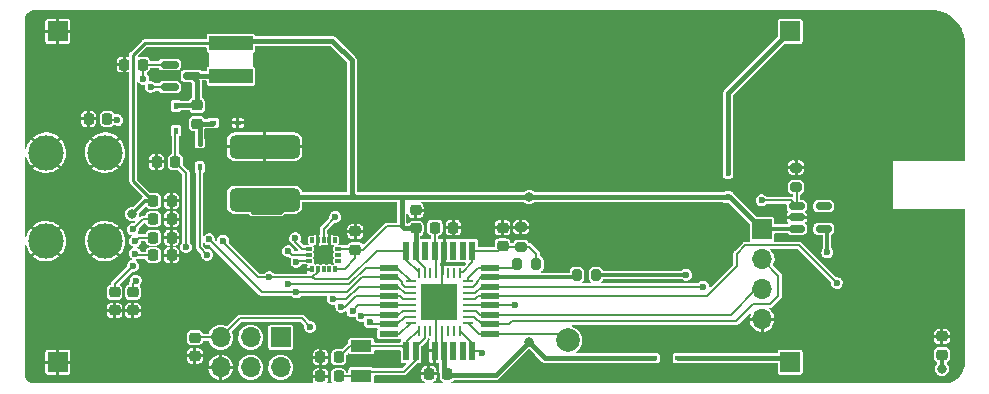
<source format=gbr>
%TF.GenerationSoftware,KiCad,Pcbnew,(6.0.1)*%
%TF.CreationDate,2022-04-20T12:26:56-06:00*%
%TF.ProjectId,SolarGPS,536f6c61-7247-4505-932e-6b696361645f,rev?*%
%TF.SameCoordinates,Original*%
%TF.FileFunction,Copper,L2,Bot*%
%TF.FilePolarity,Positive*%
%FSLAX46Y46*%
G04 Gerber Fmt 4.6, Leading zero omitted, Abs format (unit mm)*
G04 Created by KiCad (PCBNEW (6.0.1)) date 2022-04-20 12:26:56*
%MOMM*%
%LPD*%
G01*
G04 APERTURE LIST*
G04 Aperture macros list*
%AMRoundRect*
0 Rectangle with rounded corners*
0 $1 Rounding radius*
0 $2 $3 $4 $5 $6 $7 $8 $9 X,Y pos of 4 corners*
0 Add a 4 corners polygon primitive as box body*
4,1,4,$2,$3,$4,$5,$6,$7,$8,$9,$2,$3,0*
0 Add four circle primitives for the rounded corners*
1,1,$1+$1,$2,$3*
1,1,$1+$1,$4,$5*
1,1,$1+$1,$6,$7*
1,1,$1+$1,$8,$9*
0 Add four rect primitives between the rounded corners*
20,1,$1+$1,$2,$3,$4,$5,0*
20,1,$1+$1,$4,$5,$6,$7,0*
20,1,$1+$1,$6,$7,$8,$9,0*
20,1,$1+$1,$8,$9,$2,$3,0*%
G04 Aperture macros list end*
%TA.AperFunction,ComponentPad*%
%ADD10C,2.000000*%
%TD*%
%TA.AperFunction,ComponentPad*%
%ADD11C,3.000000*%
%TD*%
%TA.AperFunction,ComponentPad*%
%ADD12R,1.700000X1.700000*%
%TD*%
%TA.AperFunction,ComponentPad*%
%ADD13O,1.700000X1.700000*%
%TD*%
%TA.AperFunction,SMDPad,CuDef*%
%ADD14RoundRect,0.218750X-0.218750X-0.256250X0.218750X-0.256250X0.218750X0.256250X-0.218750X0.256250X0*%
%TD*%
%TA.AperFunction,SMDPad,CuDef*%
%ADD15RoundRect,0.225000X-0.250000X0.225000X-0.250000X-0.225000X0.250000X-0.225000X0.250000X0.225000X0*%
%TD*%
%TA.AperFunction,SMDPad,CuDef*%
%ADD16RoundRect,0.218750X0.218750X0.256250X-0.218750X0.256250X-0.218750X-0.256250X0.218750X-0.256250X0*%
%TD*%
%TA.AperFunction,SMDPad,CuDef*%
%ADD17RoundRect,0.087500X0.087500X-0.187500X0.087500X0.187500X-0.087500X0.187500X-0.087500X-0.187500X0*%
%TD*%
%TA.AperFunction,SMDPad,CuDef*%
%ADD18RoundRect,0.087500X0.187500X-0.087500X0.187500X0.087500X-0.187500X0.087500X-0.187500X-0.087500X0*%
%TD*%
%TA.AperFunction,SMDPad,CuDef*%
%ADD19RoundRect,0.200000X-0.275000X0.200000X-0.275000X-0.200000X0.275000X-0.200000X0.275000X0.200000X0*%
%TD*%
%TA.AperFunction,SMDPad,CuDef*%
%ADD20RoundRect,0.200000X-0.200000X-0.275000X0.200000X-0.275000X0.200000X0.275000X-0.200000X0.275000X0*%
%TD*%
%TA.AperFunction,SMDPad,CuDef*%
%ADD21RoundRect,0.225000X0.225000X0.250000X-0.225000X0.250000X-0.225000X-0.250000X0.225000X-0.250000X0*%
%TD*%
%TA.AperFunction,SMDPad,CuDef*%
%ADD22RoundRect,0.062500X0.062500X-0.375000X0.062500X0.375000X-0.062500X0.375000X-0.062500X-0.375000X0*%
%TD*%
%TA.AperFunction,SMDPad,CuDef*%
%ADD23RoundRect,0.062500X0.375000X-0.062500X0.375000X0.062500X-0.375000X0.062500X-0.375000X-0.062500X0*%
%TD*%
%TA.AperFunction,SMDPad,CuDef*%
%ADD24R,3.100000X3.100000*%
%TD*%
%TA.AperFunction,SMDPad,CuDef*%
%ADD25R,0.550000X1.600000*%
%TD*%
%TA.AperFunction,SMDPad,CuDef*%
%ADD26R,1.600000X0.550000*%
%TD*%
%TA.AperFunction,SMDPad,CuDef*%
%ADD27RoundRect,0.225000X0.250000X-0.225000X0.250000X0.225000X-0.250000X0.225000X-0.250000X-0.225000X0*%
%TD*%
%TA.AperFunction,SMDPad,CuDef*%
%ADD28RoundRect,0.225000X-0.225000X-0.250000X0.225000X-0.250000X0.225000X0.250000X-0.225000X0.250000X0*%
%TD*%
%TA.AperFunction,SMDPad,CuDef*%
%ADD29R,0.600000X0.450000*%
%TD*%
%TA.AperFunction,SMDPad,CuDef*%
%ADD30RoundRect,0.500000X-2.500000X-0.500000X2.500000X-0.500000X2.500000X0.500000X-2.500000X0.500000X0*%
%TD*%
%TA.AperFunction,SMDPad,CuDef*%
%ADD31R,0.450000X0.600000*%
%TD*%
%TA.AperFunction,SMDPad,CuDef*%
%ADD32RoundRect,0.150000X-0.512500X-0.150000X0.512500X-0.150000X0.512500X0.150000X-0.512500X0.150000X0*%
%TD*%
%TA.AperFunction,SMDPad,CuDef*%
%ADD33RoundRect,0.200000X0.200000X0.275000X-0.200000X0.275000X-0.200000X-0.275000X0.200000X-0.275000X0*%
%TD*%
%TA.AperFunction,SMDPad,CuDef*%
%ADD34R,3.700000X1.200000*%
%TD*%
%TA.AperFunction,SMDPad,CuDef*%
%ADD35RoundRect,0.150000X-0.587500X-0.150000X0.587500X-0.150000X0.587500X0.150000X-0.587500X0.150000X0*%
%TD*%
%TA.AperFunction,SMDPad,CuDef*%
%ADD36R,1.800000X1.000000*%
%TD*%
%TA.AperFunction,ViaPad*%
%ADD37C,0.600000*%
%TD*%
%TA.AperFunction,ViaPad*%
%ADD38C,0.800000*%
%TD*%
%TA.AperFunction,Conductor*%
%ADD39C,0.200000*%
%TD*%
%TA.AperFunction,Conductor*%
%ADD40C,0.300000*%
%TD*%
%TA.AperFunction,Conductor*%
%ADD41C,0.350000*%
%TD*%
%TA.AperFunction,Conductor*%
%ADD42C,0.250000*%
%TD*%
%TA.AperFunction,Conductor*%
%ADD43C,0.400000*%
%TD*%
G04 APERTURE END LIST*
D10*
%TO.P,TP1,1,1*%
%TO.N,TP*%
X96200000Y-78150000D03*
%TD*%
D11*
%TO.P,J7,1,Pin_1*%
%TO.N,GND*%
X57000000Y-62250000D03*
X52000000Y-62250000D03*
X52000000Y-69750000D03*
X57000000Y-69750000D03*
%TD*%
D12*
%TO.P,J4,1,MISO*%
%TO.N,SPI_MISO*%
X71875000Y-77900000D03*
D13*
%TO.P,J4,2,VCC*%
%TO.N,VBAT*%
X71875000Y-80440000D03*
%TO.P,J4,3,SCK*%
%TO.N,SPI_CLK*%
X69335000Y-77900000D03*
%TO.P,J4,4,MOSI*%
%TO.N,SPI_MOSI*%
X69335000Y-80440000D03*
%TO.P,J4,5,~{RST}*%
%TO.N,RESET*%
X66795000Y-77900000D03*
%TO.P,J4,6,GND*%
%TO.N,GND*%
X66795000Y-80440000D03*
%TD*%
D14*
%TO.P,R3,1*%
%TO.N,GND*%
X58612500Y-54800000D03*
%TO.P,R3,2*%
%TO.N,/RESE*%
X60187500Y-54800000D03*
%TD*%
D15*
%TO.P,C5,1*%
%TO.N,GND*%
X127850000Y-77825000D03*
%TO.P,C5,2*%
%TO.N,Net-(C5-Pad2)*%
X127850000Y-79375000D03*
%TD*%
D16*
%TO.P,C9,1*%
%TO.N,/VSH2*%
X57187500Y-59400000D03*
%TO.P,C9,2*%
%TO.N,GND*%
X55612500Y-59400000D03*
%TD*%
%TO.P,C20,1*%
%TO.N,/VGH*%
X62937500Y-63050000D03*
%TO.P,C20,2*%
%TO.N,GND*%
X61362500Y-63050000D03*
%TD*%
D15*
%TO.P,C26,1*%
%TO.N,GND*%
X78200000Y-68925000D03*
%TO.P,C26,2*%
%TO.N,VBAT*%
X78200000Y-70475000D03*
%TD*%
D17*
%TO.P,U6,1,VDD_IO*%
%TO.N,VBAT*%
X76500000Y-72125000D03*
%TO.P,U6,2,NC*%
%TO.N,unconnected-(U6-Pad2)*%
X76000000Y-72125000D03*
%TO.P,U6,3,NC*%
%TO.N,unconnected-(U6-Pad3)*%
X75500000Y-72125000D03*
%TO.P,U6,4,SCL/SPC*%
%TO.N,SPI_CLK*%
X75000000Y-72125000D03*
%TO.P,U6,5,GND*%
%TO.N,GND*%
X74500000Y-72125000D03*
D18*
%TO.P,U6,6,SDA/SDI/SDO*%
%TO.N,SPI_MOSI*%
X74275000Y-71400000D03*
%TO.P,U6,7,SDO/SA0*%
%TO.N,SPI_MISO*%
X74275000Y-70900000D03*
%TO.P,U6,8,CS*%
%TO.N,LIS_CS*%
X74275000Y-70400000D03*
D17*
%TO.P,U6,9,INT2*%
%TO.N,unconnected-(U6-Pad9)*%
X74500000Y-69675000D03*
%TO.P,U6,10,GND*%
%TO.N,GND*%
X75000000Y-69675000D03*
%TO.P,U6,11,INT1*%
%TO.N,LIS_INT*%
X75500000Y-69675000D03*
%TO.P,U6,12,GND*%
%TO.N,GND*%
X76000000Y-69675000D03*
%TO.P,U6,13,ADC3*%
%TO.N,unconnected-(U6-Pad13)*%
X76500000Y-69675000D03*
D18*
%TO.P,U6,14,VDD*%
%TO.N,VBAT*%
X76725000Y-70400000D03*
%TO.P,U6,15,ADC2*%
%TO.N,unconnected-(U6-Pad15)*%
X76725000Y-70900000D03*
%TO.P,U6,16,ADC1*%
%TO.N,unconnected-(U6-Pad16)*%
X76725000Y-71400000D03*
%TD*%
D19*
%TO.P,R7,1*%
%TO.N,GND*%
X115500000Y-63525000D03*
%TO.P,R7,2*%
%TO.N,GPS_EN*%
X115500000Y-65175000D03*
%TD*%
D20*
%TO.P,TH1,1*%
%TO.N,NTC_EN*%
X91875000Y-71700000D03*
%TO.P,TH1,2*%
%TO.N,NTC_SENSE*%
X93525000Y-71700000D03*
%TD*%
D21*
%TO.P,C10,1*%
%TO.N,XTAL1*%
X76775000Y-81200000D03*
%TO.P,C10,2*%
%TO.N,GND*%
X75225000Y-81200000D03*
%TD*%
D12*
%TO.P,J2,1,Pin_1*%
%TO.N,GND*%
X53000000Y-80000000D03*
%TD*%
D22*
%TO.P,U3,1,PD3*%
%TO.N,LIS_INT*%
X87050000Y-77337500D03*
%TO.P,U3,2,PD4*%
%TO.N,unconnected-(U3-Pad2)*%
X86550000Y-77337500D03*
%TO.P,U3,3,PE0*%
%TO.N,unconnected-(U3-Pad3)*%
X86050000Y-77337500D03*
%TO.P,U3,4,VCC*%
%TO.N,VBAT*%
X85550000Y-77337500D03*
%TO.P,U3,5,GND*%
%TO.N,GND*%
X85050000Y-77337500D03*
%TO.P,U3,6,PE1*%
%TO.N,unconnected-(U3-Pad6)*%
X84550000Y-77337500D03*
%TO.P,U3,7,XTAL1/PB6*%
%TO.N,XTAL1*%
X84050000Y-77337500D03*
%TO.P,U3,8,XTAL2/PB7*%
%TO.N,XTAL2*%
X83550000Y-77337500D03*
D23*
%TO.P,U3,9,PD5*%
%TO.N,unconnected-(U3-Pad9)*%
X82862500Y-76650000D03*
%TO.P,U3,10,PD6*%
%TO.N,DISP_BUSY*%
X82862500Y-76150000D03*
%TO.P,U3,11,PD7*%
%TO.N,DISP_RES#*%
X82862500Y-75650000D03*
%TO.P,U3,12,PB0*%
%TO.N,DISP_DC*%
X82862500Y-75150000D03*
%TO.P,U3,13,PB1*%
%TO.N,DISP_CS*%
X82862500Y-74650000D03*
%TO.P,U3,14,PB2*%
%TO.N,LIS_CS*%
X82862500Y-74150000D03*
%TO.P,U3,15,PB3*%
%TO.N,SPI_MOSI*%
X82862500Y-73650000D03*
%TO.P,U3,16,PB4*%
%TO.N,SPI_MISO*%
X82862500Y-73150000D03*
D22*
%TO.P,U3,17,PB5*%
%TO.N,SPI_CLK*%
X83550000Y-72462500D03*
%TO.P,U3,18,AVCC*%
%TO.N,VBAT*%
X84050000Y-72462500D03*
%TO.P,U3,19,PE2*%
%TO.N,unconnected-(U3-Pad19)*%
X84550000Y-72462500D03*
%TO.P,U3,20,AREF*%
%TO.N,AREF*%
X85050000Y-72462500D03*
%TO.P,U3,21,GND*%
%TO.N,GND*%
X85550000Y-72462500D03*
%TO.P,U3,22,PE3*%
%TO.N,unconnected-(U3-Pad22)*%
X86050000Y-72462500D03*
%TO.P,U3,23,PC0*%
%TO.N,unconnected-(U3-Pad23)*%
X86550000Y-72462500D03*
%TO.P,U3,24,PC1*%
%TO.N,NTC_SENSE*%
X87050000Y-72462500D03*
D23*
%TO.P,U3,25,PC2*%
%TO.N,NTC_EN*%
X87737500Y-73150000D03*
%TO.P,U3,26,PC3*%
%TO.N,LED*%
X87737500Y-73650000D03*
%TO.P,U3,27,PC4*%
%TO.N,GPS_EN*%
X87737500Y-74150000D03*
%TO.P,U3,28,PC5*%
%TO.N,GPS_EXINT*%
X87737500Y-74650000D03*
%TO.P,U3,29,~{RESET}/PC6*%
%TO.N,RESET*%
X87737500Y-75150000D03*
%TO.P,U3,30,PD0*%
%TO.N,GPS_UART_MISO*%
X87737500Y-75650000D03*
%TO.P,U3,31,PD1*%
%TO.N,GPS_UART_MOSI*%
X87737500Y-76150000D03*
%TO.P,U3,32,PD2*%
%TO.N,TP*%
X87737500Y-76650000D03*
D24*
%TO.P,U3,33,GND*%
%TO.N,GND*%
X85300000Y-74900000D03*
%TD*%
D25*
%TO.P,U4,1,PD3*%
%TO.N,LIS_INT*%
X88100000Y-79050000D03*
%TO.P,U4,2,PD4*%
%TO.N,unconnected-(U4-Pad2)*%
X87300000Y-79050000D03*
%TO.P,U4,3,PE0*%
%TO.N,unconnected-(U4-Pad3)*%
X86500000Y-79050000D03*
%TO.P,U4,4,VCC*%
%TO.N,VBAT*%
X85700000Y-79050000D03*
%TO.P,U4,5,GND*%
%TO.N,GND*%
X84900000Y-79050000D03*
%TO.P,U4,7,XTAL1/PB6*%
%TO.N,XTAL1*%
X83300000Y-79050000D03*
%TO.P,U4,8,XTAL2/PB7*%
%TO.N,XTAL2*%
X82500000Y-79050000D03*
D26*
%TO.P,U4,9,PD5*%
%TO.N,unconnected-(U4-Pad9)*%
X81050000Y-77600000D03*
%TO.P,U4,10,PD6*%
%TO.N,DISP_BUSY*%
X81050000Y-76800000D03*
%TO.P,U4,11,PD7*%
%TO.N,DISP_RES#*%
X81050000Y-76000000D03*
%TO.P,U4,12,PB0*%
%TO.N,DISP_DC*%
X81050000Y-75200000D03*
%TO.P,U4,13,PB1*%
%TO.N,DISP_CS*%
X81050000Y-74400000D03*
%TO.P,U4,14,PB2*%
%TO.N,LIS_CS*%
X81050000Y-73600000D03*
%TO.P,U4,15,PB3*%
%TO.N,SPI_MOSI*%
X81050000Y-72800000D03*
%TO.P,U4,16,PB4*%
%TO.N,SPI_MISO*%
X81050000Y-72000000D03*
D25*
%TO.P,U4,17,PB5*%
%TO.N,SPI_CLK*%
X82500000Y-70550000D03*
%TO.P,U4,18,AVCC*%
%TO.N,VBAT*%
X83300000Y-70550000D03*
%TO.P,U4,19,PE2*%
%TO.N,unconnected-(U4-Pad19)*%
X84100000Y-70550000D03*
%TO.P,U4,20,AREF*%
%TO.N,AREF*%
X84900000Y-70550000D03*
%TO.P,U4,21,GND*%
%TO.N,GND*%
X85700000Y-70550000D03*
%TO.P,U4,22,PE3*%
%TO.N,unconnected-(U4-Pad22)*%
X86500000Y-70550000D03*
%TO.P,U4,23,PC0*%
%TO.N,unconnected-(U4-Pad23)*%
X87300000Y-70550000D03*
%TO.P,U4,24,PC1*%
%TO.N,NTC_SENSE*%
X88100000Y-70550000D03*
D26*
%TO.P,U4,25,PC2*%
%TO.N,NTC_EN*%
X89550000Y-72000000D03*
%TO.P,U4,26,PC3*%
%TO.N,LED*%
X89550000Y-72800000D03*
%TO.P,U4,27,PC4*%
%TO.N,GPS_EN*%
X89550000Y-73600000D03*
%TO.P,U4,28,PC5*%
%TO.N,GPS_EXINT*%
X89550000Y-74400000D03*
%TO.P,U4,29,~{RESET}/PC6*%
%TO.N,RESET*%
X89550000Y-75200000D03*
%TO.P,U4,30,PD0*%
%TO.N,GPS_UART_MISO*%
X89550000Y-76000000D03*
%TO.P,U4,31,PD1*%
%TO.N,GPS_UART_MOSI*%
X89550000Y-76800000D03*
%TO.P,U4,32,PD2*%
%TO.N,TP*%
X89550000Y-77600000D03*
%TD*%
D21*
%TO.P,C14,1*%
%TO.N,VBAT*%
X85975000Y-81000000D03*
%TO.P,C14,2*%
%TO.N,GND*%
X84425000Y-81000000D03*
%TD*%
D27*
%TO.P,C21,1*%
%TO.N,GND*%
X57800000Y-75625000D03*
%TO.P,C21,2*%
%TO.N,/VGL*%
X57800000Y-74075000D03*
%TD*%
D12*
%TO.P,J3,1,Pin_1*%
%TO.N,GND*%
X53000000Y-52000000D03*
%TD*%
D27*
%TO.P,C17,1*%
%TO.N,VBAT*%
X83300000Y-68675000D03*
%TO.P,C17,2*%
%TO.N,GND*%
X83300000Y-67125000D03*
%TD*%
D28*
%TO.P,C3,1*%
%TO.N,/VSL*%
X61075000Y-70950000D03*
%TO.P,C3,2*%
%TO.N,GND*%
X62625000Y-70950000D03*
%TD*%
D15*
%TO.P,C22,1*%
%TO.N,Net-(C22-Pad1)*%
X64780000Y-58250000D03*
%TO.P,C22,2*%
%TO.N,Net-(C22-Pad2)*%
X64780000Y-59800000D03*
%TD*%
D29*
%TO.P,D1,1,K*%
%TO.N,VBAT*%
X103450000Y-79650000D03*
%TO.P,D1,2,A*%
%TO.N,Net-(D1-Pad2)*%
X105550000Y-79650000D03*
%TD*%
D30*
%TO.P,C8,1*%
%TO.N,VBAT*%
X70500000Y-66250000D03*
%TO.P,C8,2*%
%TO.N,GND*%
X70500000Y-61750000D03*
%TD*%
D28*
%TO.P,C19,1*%
%TO.N,AREF*%
X84925000Y-68600000D03*
%TO.P,C19,2*%
%TO.N,GND*%
X86475000Y-68600000D03*
%TD*%
D15*
%TO.P,C2,1*%
%TO.N,/VCOM*%
X59350000Y-74075000D03*
%TO.P,C2,2*%
%TO.N,GND*%
X59350000Y-75625000D03*
%TD*%
D31*
%TO.P,D5,1,K*%
%TO.N,Net-(C22-Pad2)*%
X65000000Y-61400000D03*
%TO.P,D5,2,A*%
%TO.N,/VGL*%
X65000000Y-63500000D03*
%TD*%
D32*
%TO.P,U1,1,VDD*%
%TO.N,VBAT*%
X115562500Y-68700000D03*
%TO.P,U1,2,GND*%
%TO.N,GND*%
X115562500Y-67750000D03*
%TO.P,U1,3,EN*%
%TO.N,GPS_EN*%
X115562500Y-66800000D03*
%TO.P,U1,4,NC*%
%TO.N,unconnected-(U1-Pad4)*%
X117837500Y-66800000D03*
%TO.P,U1,5,OUT*%
%TO.N,Net-(C5-Pad2)*%
X117837500Y-68700000D03*
%TD*%
D28*
%TO.P,C16,1*%
%TO.N,Net-(C16-Pad1)*%
X61075000Y-67900000D03*
%TO.P,C16,2*%
%TO.N,GND*%
X62625000Y-67900000D03*
%TD*%
D31*
%TO.P,D3,1,K*%
%TO.N,VBAT*%
X109750000Y-66050000D03*
%TO.P,D3,2,A*%
%TO.N,Net-(D3-Pad2)*%
X109750000Y-63950000D03*
%TD*%
%TO.P,D4,1,K*%
%TO.N,/VGH*%
X63000000Y-60400000D03*
%TO.P,D4,2,A*%
%TO.N,Net-(C22-Pad1)*%
X63000000Y-58300000D03*
%TD*%
D27*
%TO.P,C7,1*%
%TO.N,NTC_SENSE*%
X90650000Y-70175000D03*
%TO.P,C7,2*%
%TO.N,GND*%
X90650000Y-68625000D03*
%TD*%
%TO.P,C18,1*%
%TO.N,GND*%
X64600000Y-79475000D03*
%TO.P,C18,2*%
%TO.N,RESET*%
X64600000Y-77925000D03*
%TD*%
D28*
%TO.P,C6,1*%
%TO.N,/VSH1*%
X61075000Y-69450000D03*
%TO.P,C6,2*%
%TO.N,GND*%
X62625000Y-69450000D03*
%TD*%
D12*
%TO.P,J6,1,Pin_1*%
%TO.N,Net-(D3-Pad2)*%
X115000000Y-52000000D03*
%TD*%
D33*
%TO.P,R2,1*%
%TO.N,Net-(D2-Pad2)*%
X98575000Y-72600000D03*
%TO.P,R2,2*%
%TO.N,LED*%
X96925000Y-72600000D03*
%TD*%
D21*
%TO.P,C4,1*%
%TO.N,XTAL2*%
X76775000Y-79600000D03*
%TO.P,C4,2*%
%TO.N,GND*%
X75225000Y-79600000D03*
%TD*%
D12*
%TO.P,J5,1,Pin_1*%
%TO.N,Net-(D1-Pad2)*%
X115000000Y-80000000D03*
%TD*%
%TO.P,J8,1,Pin_1*%
%TO.N,VBAT*%
X112625000Y-68750000D03*
D13*
%TO.P,J8,2,Pin_2*%
%TO.N,GPS_UART_MOSI*%
X112625000Y-71290000D03*
%TO.P,J8,3,Pin_3*%
%TO.N,GPS_UART_MISO*%
X112625000Y-73830000D03*
%TO.P,J8,4,Pin_4*%
%TO.N,GND*%
X112625000Y-76370000D03*
%TD*%
D29*
%TO.P,D6,2,A*%
%TO.N,Net-(C22-Pad2)*%
X66150000Y-59750000D03*
%TO.P,D6,1,K*%
%TO.N,GND*%
X68250000Y-59750000D03*
%TD*%
D34*
%TO.P,L1,1*%
%TO.N,VBAT*%
X67650000Y-53000000D03*
%TO.P,L1,2*%
%TO.N,Net-(C22-Pad1)*%
X67650000Y-55800000D03*
%TD*%
D19*
%TO.P,R1,1*%
%TO.N,GND*%
X92200000Y-68575000D03*
%TO.P,R1,2*%
%TO.N,NTC_SENSE*%
X92200000Y-70225000D03*
%TD*%
D35*
%TO.P,Q1,1,G*%
%TO.N,/GDR*%
X62462500Y-56700000D03*
%TO.P,Q1,2,S*%
%TO.N,/RESE*%
X62462500Y-54800000D03*
%TO.P,Q1,3,D*%
%TO.N,Net-(C22-Pad1)*%
X64337500Y-55750000D03*
%TD*%
D36*
%TO.P,Y1,1,1*%
%TO.N,XTAL1*%
X78700000Y-81150000D03*
%TO.P,Y1,2,2*%
%TO.N,XTAL2*%
X78700000Y-78650000D03*
%TD*%
D21*
%TO.P,C15,1*%
%TO.N,GND*%
X62625000Y-66350000D03*
%TO.P,C15,2*%
%TO.N,VBAT*%
X61075000Y-66350000D03*
%TD*%
D37*
%TO.N,GND*%
X55950000Y-78500000D03*
X117850000Y-67750000D03*
X123300000Y-64450000D03*
X128950000Y-53900000D03*
X70600000Y-63500000D03*
X119950000Y-67450000D03*
X112450000Y-51450000D03*
X68650000Y-50750000D03*
X73000000Y-59900000D03*
X127850000Y-75950000D03*
X115350000Y-54950000D03*
X86600000Y-64700000D03*
X92400000Y-51350000D03*
X126050000Y-62200000D03*
X111100000Y-62250000D03*
X83200000Y-64900000D03*
X69200000Y-74900000D03*
X74050000Y-81200000D03*
X118750000Y-79500000D03*
X119450000Y-50750000D03*
X59200000Y-76750000D03*
X85500000Y-74700000D03*
X92700000Y-81100000D03*
X126750000Y-70950000D03*
X52950000Y-54600000D03*
X125250000Y-67550000D03*
X51050000Y-76150000D03*
X122600000Y-81000000D03*
X60550000Y-58750000D03*
X104600000Y-67400000D03*
X59850000Y-81200000D03*
X128900000Y-70900000D03*
X127850000Y-70950000D03*
X74450000Y-78100000D03*
X125650000Y-81000000D03*
X57350000Y-54800000D03*
X57550000Y-81200000D03*
X100050000Y-51350000D03*
X83200000Y-81350000D03*
X55600000Y-57900000D03*
X126750000Y-67550000D03*
X123300000Y-62900000D03*
X51450000Y-66250000D03*
X126600000Y-50850000D03*
X74400000Y-74900000D03*
X115200000Y-72150000D03*
X71200000Y-69159500D03*
X50850000Y-58150000D03*
X58750000Y-66100000D03*
X78350000Y-51300000D03*
X68700000Y-69000000D03*
X65900000Y-72200000D03*
X115250000Y-77100000D03*
X86800000Y-51700000D03*
X108900000Y-51250000D03*
X123300000Y-67500000D03*
X57000000Y-66150000D03*
X118800000Y-78500000D03*
X57600000Y-76850000D03*
X129350000Y-62100000D03*
X69200000Y-59700000D03*
X115400000Y-59400000D03*
X129050000Y-58650000D03*
X127900000Y-62100000D03*
X124150000Y-62150000D03*
X104500000Y-70850000D03*
X52100000Y-73950000D03*
X71100000Y-71450000D03*
X60800000Y-50850000D03*
X123250000Y-65950000D03*
X78200000Y-67800000D03*
X120050000Y-81050000D03*
X101450000Y-80700000D03*
X108300000Y-62100000D03*
X70700000Y-59800000D03*
%TO.N,Net-(C5-Pad2)*%
X118150000Y-70700000D03*
D38*
X127850000Y-80550000D03*
D37*
%TO.N,GPS_EXINT*%
X118950000Y-73300000D03*
%TO.N,DISP_CS*%
X77000000Y-75300000D03*
%TO.N,Net-(D2-Pad2)*%
X106200000Y-72600000D03*
D38*
%TO.N,VBAT*%
X92900000Y-66000000D03*
X59300000Y-67450000D03*
X92900000Y-78300000D03*
D37*
%TO.N,RESET*%
X91700000Y-75200000D03*
X74350000Y-77000000D03*
%TO.N,SPI_MOSI*%
X73200000Y-71500000D03*
X73200000Y-74100000D03*
X65800000Y-69600000D03*
%TO.N,SPI_CLK*%
X70900000Y-72800000D03*
X67000000Y-69700000D03*
%TO.N,SPI_MISO*%
X72500000Y-73400000D03*
X72500000Y-70600000D03*
%TO.N,LIS_INT*%
X76500000Y-67700000D03*
X88900000Y-79200000D03*
%TO.N,LIS_CS*%
X73100000Y-69500000D03*
X76300000Y-74659500D03*
%TO.N,/VCOM*%
X59600000Y-73100000D03*
%TO.N,/VSL*%
X59550000Y-70800000D03*
%TO.N,/VSH1*%
X59550000Y-69750000D03*
%TO.N,/VGL*%
X59350000Y-71850000D03*
X65650000Y-70900000D03*
%TO.N,/VGH*%
X63850000Y-70250000D03*
%TO.N,DISP_BUSY*%
X79400000Y-76640500D03*
%TO.N,DISP_RES#*%
X78700000Y-76100000D03*
%TO.N,DISP_DC*%
X77950000Y-75700000D03*
%TO.N,Net-(C16-Pad1)*%
X59350000Y-68750000D03*
%TO.N,/VSH2*%
X58050000Y-59500000D03*
%TO.N,/GDR*%
X60850000Y-56700000D03*
%TO.N,/RESE*%
X60250000Y-56000000D03*
%TO.N,GPS_EN*%
X112600000Y-66300000D03*
X107650000Y-73600000D03*
%TD*%
D39*
%TO.N,GPS_UART_MOSI*%
X114000000Y-72665000D02*
X112625000Y-71290000D01*
X111900000Y-75100000D02*
X113300000Y-75100000D01*
X91450000Y-76550000D02*
X110450000Y-76550000D01*
X110450000Y-76550000D02*
X111900000Y-75100000D01*
X91200000Y-76800000D02*
X91450000Y-76550000D01*
X113300000Y-75100000D02*
X114000000Y-74400000D01*
X114000000Y-74400000D02*
X114000000Y-72665000D01*
X89550000Y-76800000D02*
X91200000Y-76800000D01*
%TO.N,TP*%
X89550000Y-77600000D02*
X95650000Y-77600000D01*
X95650000Y-77600000D02*
X96200000Y-78150000D01*
X88687500Y-77600000D02*
X89550000Y-77600000D01*
X87737500Y-76650000D02*
X88687500Y-77600000D01*
%TO.N,GPS_EN*%
X115562500Y-65237500D02*
X115500000Y-65175000D01*
X115562500Y-66800000D02*
X115562500Y-65237500D01*
%TO.N,GND*%
X85050000Y-77337500D02*
X85050000Y-75150000D01*
X85050000Y-78900000D02*
X84900000Y-79050000D01*
X85500000Y-74700000D02*
X85300000Y-74900000D01*
X85050000Y-75150000D02*
X85300000Y-74900000D01*
X85550000Y-70700000D02*
X85700000Y-70550000D01*
X85550000Y-74650000D02*
X85500000Y-74700000D01*
X85550000Y-72462500D02*
X85550000Y-74650000D01*
X85550000Y-72462500D02*
X85550000Y-70700000D01*
X85050000Y-77337500D02*
X85050000Y-78900000D01*
D40*
%TO.N,Net-(C5-Pad2)*%
X117837500Y-68700000D02*
X118150000Y-69012500D01*
X118150000Y-69012500D02*
X118150000Y-70700000D01*
D41*
X127850000Y-80550000D02*
X127850000Y-79375000D01*
D39*
%TO.N,GPS_EXINT*%
X107945913Y-74400000D02*
X110500000Y-71845913D01*
X111200000Y-70100000D02*
X115750000Y-70100000D01*
X89550000Y-74400000D02*
X107945913Y-74400000D01*
X88350000Y-74650000D02*
X87737500Y-74650000D01*
X88600000Y-74400000D02*
X88350000Y-74650000D01*
X89550000Y-74400000D02*
X88600000Y-74400000D01*
X115750000Y-70100000D02*
X118950000Y-73300000D01*
X110500000Y-71845913D02*
X110500000Y-70800000D01*
X110500000Y-70800000D02*
X111200000Y-70100000D01*
%TO.N,DISP_CS*%
X78208438Y-74400000D02*
X81050000Y-74400000D01*
X82862500Y-74650000D02*
X82250000Y-74650000D01*
X82000000Y-74400000D02*
X81050000Y-74400000D01*
X77000000Y-75300000D02*
X77308438Y-75300000D01*
X77308438Y-75300000D02*
X78208438Y-74400000D01*
X82250000Y-74650000D02*
X82000000Y-74400000D01*
%TO.N,GPS_UART_MOSI*%
X88880405Y-76800000D02*
X89550000Y-76800000D01*
X88230405Y-76150000D02*
X88880405Y-76800000D01*
X87737500Y-76150000D02*
X88230405Y-76150000D01*
%TO.N,GPS_UART_MISO*%
X87737500Y-75650000D02*
X88405978Y-75650000D01*
X89550000Y-76000000D02*
X109977500Y-76000000D01*
X88405978Y-75650000D02*
X88755978Y-76000000D01*
X112147500Y-73830000D02*
X112625000Y-73830000D01*
X109977500Y-76000000D02*
X112147500Y-73830000D01*
X88755978Y-76000000D02*
X89550000Y-76000000D01*
D40*
%TO.N,Net-(D2-Pad2)*%
X98575000Y-72600000D02*
X106200000Y-72600000D01*
D39*
%TO.N,LED*%
X88865489Y-72800000D02*
X89550000Y-72800000D01*
X88490489Y-73289916D02*
X88490489Y-73175000D01*
X88490489Y-73175000D02*
X88865489Y-72800000D01*
X88130405Y-73650000D02*
X88490489Y-73289916D01*
X87737500Y-73650000D02*
X88130405Y-73650000D01*
D40*
X89550000Y-72800000D02*
X96725000Y-72800000D01*
X96725000Y-72800000D02*
X96925000Y-72600000D01*
D42*
%TO.N,VBAT*%
X61075000Y-66350000D02*
X59374520Y-64649520D01*
D43*
X82100000Y-66000000D02*
X82100000Y-68500000D01*
D39*
X85700000Y-79050000D02*
X85550000Y-78900000D01*
D43*
X90100000Y-81100000D02*
X86075000Y-81100000D01*
D39*
X77275000Y-72125000D02*
X78200000Y-71200000D01*
D43*
X92900000Y-78300000D02*
X90100000Y-81100000D01*
X92900000Y-66000000D02*
X109875000Y-66000000D01*
D41*
X61075000Y-66350000D02*
X60400000Y-66350000D01*
D43*
X78100000Y-66000000D02*
X82100000Y-66000000D01*
X67850000Y-52800000D02*
X67650000Y-53000000D01*
D41*
X60400000Y-66350000D02*
X59300000Y-67450000D01*
D43*
X85700000Y-79050000D02*
X85700000Y-80775000D01*
D39*
X85550000Y-78900000D02*
X85550000Y-77237500D01*
X78200000Y-70475000D02*
X78875000Y-70475000D01*
D42*
X60350000Y-53000000D02*
X67650000Y-53000000D01*
D43*
X92900000Y-66000000D02*
X90000000Y-66000000D01*
X83300000Y-70550000D02*
X83300000Y-68675000D01*
D42*
X59374520Y-53975480D02*
X60350000Y-53000000D01*
X59374520Y-64649520D02*
X59374520Y-53975480D01*
D43*
X69500000Y-67250000D02*
X71800000Y-67250000D01*
X82275000Y-68675000D02*
X83300000Y-68675000D01*
X103450000Y-79650000D02*
X94250000Y-79650000D01*
D39*
X76725000Y-70400000D02*
X78125000Y-70400000D01*
X80850000Y-68500000D02*
X82100000Y-68500000D01*
D43*
X109875000Y-66000000D02*
X112625000Y-68750000D01*
D39*
X84050000Y-72013027D02*
X83300000Y-71263027D01*
D43*
X73050000Y-66000000D02*
X78100000Y-66000000D01*
X94250000Y-79650000D02*
X92900000Y-78300000D01*
X76250000Y-52800000D02*
X67850000Y-52800000D01*
D39*
X78875000Y-70475000D02*
X80850000Y-68500000D01*
X78125000Y-70400000D02*
X78200000Y-70475000D01*
X83300000Y-71263027D02*
X83300000Y-70550000D01*
D41*
X112675000Y-68700000D02*
X112625000Y-68750000D01*
D43*
X77900000Y-54450000D02*
X77900000Y-65800000D01*
X77900000Y-65800000D02*
X78100000Y-66000000D01*
D39*
X76500000Y-72125000D02*
X77275000Y-72125000D01*
D41*
X115562500Y-68700000D02*
X112675000Y-68700000D01*
D39*
X78200000Y-71200000D02*
X78200000Y-70475000D01*
D43*
X82100000Y-68500000D02*
X82275000Y-68675000D01*
D39*
X84050000Y-72462500D02*
X84050000Y-72013027D01*
D43*
X82100000Y-66000000D02*
X90000000Y-66000000D01*
X71800000Y-67250000D02*
X73050000Y-66000000D01*
X77900000Y-54450000D02*
X76250000Y-52800000D01*
X86075000Y-81100000D02*
X85975000Y-81000000D01*
D39*
%TO.N,RESET*%
X64600000Y-77925000D02*
X64625000Y-77900000D01*
X68395000Y-76300000D02*
X66795000Y-77900000D01*
X87737500Y-75150000D02*
X89500000Y-75150000D01*
X74350000Y-77000000D02*
X73650000Y-76300000D01*
X89550000Y-75200000D02*
X91700000Y-75200000D01*
X89500000Y-75150000D02*
X89550000Y-75200000D01*
X73650000Y-76300000D02*
X68395000Y-76300000D01*
X64625000Y-77900000D02*
X66795000Y-77900000D01*
%TO.N,SPI_MOSI*%
X81719595Y-72800000D02*
X81050000Y-72800000D01*
X73200000Y-74100000D02*
X70300000Y-74100000D01*
X78791574Y-72800000D02*
X81050000Y-72800000D01*
X70300000Y-74100000D02*
X65800000Y-69600000D01*
X82165480Y-73245885D02*
X81719595Y-72800000D01*
X82409797Y-73650000D02*
X82165480Y-73405683D01*
X74275000Y-71400000D02*
X73300000Y-71400000D01*
X82165480Y-73405683D02*
X82165480Y-73245885D01*
X77491574Y-74100000D02*
X78791574Y-72800000D01*
X82862500Y-73650000D02*
X82409797Y-73650000D01*
X73300000Y-71400000D02*
X73200000Y-71500000D01*
X73200000Y-74100000D02*
X77491574Y-74100000D01*
%TO.N,SPI_CLK*%
X74534191Y-72800000D02*
X70900000Y-72800000D01*
X75000000Y-72334191D02*
X74534191Y-72800000D01*
X82500000Y-70550000D02*
X80024723Y-70550000D01*
X69950000Y-72800000D02*
X67000000Y-69850000D01*
X75000000Y-72125000D02*
X75000000Y-72334191D01*
X67000000Y-69850000D02*
X67000000Y-69700000D01*
X80024723Y-70550000D02*
X77574723Y-73000000D01*
X70900000Y-72800000D02*
X69950000Y-72800000D01*
X83550000Y-72362500D02*
X82500000Y-71312500D01*
X77574723Y-73000000D02*
X74734191Y-73000000D01*
X74734191Y-73000000D02*
X74534191Y-72800000D01*
X82500000Y-71312500D02*
X82500000Y-70550000D01*
%TO.N,SPI_MISO*%
X79083149Y-72000000D02*
X77683149Y-73400000D01*
X82862500Y-73150000D02*
X81712500Y-72000000D01*
X74275000Y-70900000D02*
X72800000Y-70900000D01*
X81712500Y-72000000D02*
X81050000Y-72000000D01*
X81050000Y-72000000D02*
X79083149Y-72000000D01*
X77683149Y-73400000D02*
X72500000Y-73400000D01*
X72800000Y-70900000D02*
X72500000Y-70600000D01*
%TO.N,LIS_INT*%
X87050000Y-77337500D02*
X88100000Y-78387500D01*
X88750000Y-79050000D02*
X88900000Y-79200000D01*
X75500000Y-69675000D02*
X75500000Y-68700000D01*
X88100000Y-78387500D02*
X88100000Y-79050000D01*
X88100000Y-79050000D02*
X88750000Y-79050000D01*
X75500000Y-68700000D02*
X76500000Y-67700000D01*
%TO.N,LIS_CS*%
X73100000Y-69500000D02*
X73100000Y-69800000D01*
X82394022Y-74150000D02*
X81844022Y-73600000D01*
X73700000Y-70400000D02*
X74275000Y-70400000D01*
X76300000Y-74659500D02*
X77440500Y-74659500D01*
X77440500Y-74659500D02*
X78500000Y-73600000D01*
X78500000Y-73600000D02*
X81050000Y-73600000D01*
X73100000Y-69800000D02*
X73700000Y-70400000D01*
X82862500Y-74150000D02*
X82394022Y-74150000D01*
X81844022Y-73600000D02*
X81050000Y-73600000D01*
D43*
%TO.N,Net-(D1-Pad2)*%
X114650000Y-79650000D02*
X115000000Y-80000000D01*
X105550000Y-79650000D02*
X114650000Y-79650000D01*
%TO.N,Net-(D3-Pad2)*%
X109750000Y-63950000D02*
X109750000Y-57250000D01*
X109750000Y-57250000D02*
X115000000Y-52000000D01*
D39*
%TO.N,/VCOM*%
X59350000Y-73350000D02*
X59350000Y-74075000D01*
X59600000Y-73100000D02*
X59350000Y-73350000D01*
%TO.N,/VSL*%
X59550000Y-70800000D02*
X59700000Y-70950000D01*
X59700000Y-70950000D02*
X61075000Y-70950000D01*
%TO.N,/VSH1*%
X59850000Y-69450000D02*
X59550000Y-69750000D01*
X61075000Y-69450000D02*
X59850000Y-69450000D01*
%TO.N,/VGL*%
X65000000Y-70250000D02*
X65000000Y-63500000D01*
X65650000Y-70900000D02*
X65000000Y-70250000D01*
X57800000Y-73400000D02*
X57800000Y-74075000D01*
X59350000Y-71850000D02*
X57800000Y-73400000D01*
D43*
%TO.N,Net-(C22-Pad1)*%
X64337500Y-55750000D02*
X67600000Y-55750000D01*
X64780000Y-56192500D02*
X64337500Y-55750000D01*
X63050000Y-58250000D02*
X64780000Y-58250000D01*
X63000000Y-58300000D02*
X63050000Y-58250000D01*
X64780000Y-58250000D02*
X64780000Y-56192500D01*
%TO.N,Net-(C22-Pad2)*%
X65000000Y-60020000D02*
X64780000Y-59800000D01*
X64780000Y-59800000D02*
X66050000Y-59800000D01*
X65000000Y-61500000D02*
X65000000Y-60020000D01*
D39*
%TO.N,/VGH*%
X62937500Y-60462500D02*
X63000000Y-60400000D01*
X63850000Y-63962500D02*
X62937500Y-63050000D01*
X62937500Y-63050000D02*
X62937500Y-60462500D01*
X63850000Y-70250000D02*
X63850000Y-63962500D01*
%TO.N,DISP_BUSY*%
X81050000Y-76800000D02*
X79559500Y-76800000D01*
X79559500Y-76800000D02*
X79400000Y-76640500D01*
X82862500Y-76150000D02*
X82369595Y-76150000D01*
X82369595Y-76150000D02*
X81719595Y-76800000D01*
X81719595Y-76800000D02*
X81050000Y-76800000D01*
%TO.N,DISP_RES#*%
X82194022Y-75650000D02*
X81844022Y-76000000D01*
X82862500Y-75650000D02*
X82194022Y-75650000D01*
X81844022Y-76000000D02*
X81050000Y-76000000D01*
X78700000Y-76100000D02*
X78800000Y-76000000D01*
X78800000Y-76000000D02*
X81050000Y-76000000D01*
%TO.N,DISP_DC*%
X77950000Y-75700000D02*
X78450000Y-75200000D01*
X81100000Y-75150000D02*
X81050000Y-75200000D01*
X82862500Y-75150000D02*
X81100000Y-75150000D01*
X78450000Y-75200000D02*
X81050000Y-75200000D01*
%TO.N,Net-(C16-Pad1)*%
X60200000Y-67900000D02*
X59350000Y-68750000D01*
X61075000Y-67900000D02*
X60200000Y-67900000D01*
%TO.N,/VSH2*%
X58050000Y-59500000D02*
X57287500Y-59500000D01*
X57287500Y-59500000D02*
X57187500Y-59400000D01*
%TO.N,/GDR*%
X60850000Y-56700000D02*
X62462500Y-56700000D01*
%TO.N,/RESE*%
X60250000Y-54862500D02*
X60187500Y-54800000D01*
X60250000Y-56000000D02*
X60250000Y-54862500D01*
X60687500Y-54800000D02*
X62462500Y-54800000D01*
X60187500Y-54800000D02*
X62462500Y-54800000D01*
%TO.N,GPS_EN*%
X112600000Y-66300000D02*
X115062500Y-66300000D01*
X107450000Y-73600000D02*
X107650000Y-73600000D01*
X89550000Y-73600000D02*
X106750000Y-73600000D01*
X115062500Y-66300000D02*
X115562500Y-66800000D01*
X88891562Y-73600000D02*
X89550000Y-73600000D01*
X88341562Y-74150000D02*
X88891562Y-73600000D01*
X106750000Y-73600000D02*
X107450000Y-73600000D01*
X87737500Y-74150000D02*
X88341562Y-74150000D01*
%TO.N,XTAL2*%
X82500000Y-78287500D02*
X82500000Y-79050000D01*
X83550000Y-77237500D02*
X82500000Y-78287500D01*
X78700000Y-78650000D02*
X82100000Y-78650000D01*
X76775000Y-79600000D02*
X77725000Y-78650000D01*
X82100000Y-78650000D02*
X82500000Y-79050000D01*
X77725000Y-78650000D02*
X78700000Y-78650000D01*
%TO.N,XTAL1*%
X84050000Y-77337500D02*
X84050000Y-77925000D01*
X78700000Y-81150000D02*
X79050000Y-80800000D01*
X83300000Y-79800000D02*
X83300000Y-79050000D01*
X83300000Y-78675000D02*
X83300000Y-79050000D01*
X82300000Y-80800000D02*
X83300000Y-79800000D01*
X79050000Y-80800000D02*
X82300000Y-80800000D01*
X76775000Y-81200000D02*
X78650000Y-81200000D01*
X78650000Y-81200000D02*
X78700000Y-81150000D01*
X84050000Y-77925000D02*
X83300000Y-78675000D01*
%TO.N,AREF*%
X85050000Y-72362500D02*
X85050000Y-70700000D01*
X85050000Y-70700000D02*
X84900000Y-70550000D01*
X84900000Y-70550000D02*
X84900000Y-68625000D01*
X84900000Y-68625000D02*
X84925000Y-68600000D01*
%TO.N,NTC_SENSE*%
X93525000Y-71700000D02*
X93525000Y-70825000D01*
X88100000Y-71556250D02*
X88100000Y-70550000D01*
X93525000Y-70825000D02*
X92925000Y-70225000D01*
X90275000Y-70550000D02*
X88100000Y-70550000D01*
X87050000Y-72362500D02*
X87293750Y-72362500D01*
X90700000Y-70225000D02*
X90650000Y-70175000D01*
X90650000Y-70175000D02*
X90275000Y-70550000D01*
X92200000Y-70225000D02*
X90700000Y-70225000D01*
X87293750Y-72362500D02*
X88100000Y-71556250D01*
X92925000Y-70225000D02*
X92200000Y-70225000D01*
%TO.N,NTC_EN*%
X91575000Y-72000000D02*
X91875000Y-71700000D01*
X89550000Y-72000000D02*
X91575000Y-72000000D01*
X87737500Y-73150000D02*
X87737500Y-72862500D01*
X87737500Y-72862500D02*
X88600000Y-72000000D01*
X88600000Y-72000000D02*
X89550000Y-72000000D01*
%TO.N,unconnected-(U3-Pad9)*%
X82862500Y-76650000D02*
X81912500Y-77600000D01*
X81912500Y-77600000D02*
X81050000Y-77600000D01*
%TD*%
%TA.AperFunction,Conductor*%
%TO.N,GND*%
G36*
X126985461Y-50201882D02*
G01*
X126991522Y-50203276D01*
X126991523Y-50203276D01*
X126999642Y-50205143D01*
X127007806Y-50203296D01*
X127028281Y-50201589D01*
X127144227Y-50208100D01*
X127309367Y-50217374D01*
X127317595Y-50218302D01*
X127618956Y-50269505D01*
X127627046Y-50271351D01*
X127920792Y-50355978D01*
X127928624Y-50358719D01*
X128211040Y-50475699D01*
X128218513Y-50479298D01*
X128486044Y-50627158D01*
X128493072Y-50631572D01*
X128742386Y-50808470D01*
X128748870Y-50813642D01*
X128976800Y-51017333D01*
X128982667Y-51023200D01*
X129186358Y-51251130D01*
X129191533Y-51257618D01*
X129368428Y-51506929D01*
X129372842Y-51513956D01*
X129520702Y-51781487D01*
X129524301Y-51788960D01*
X129592288Y-51953096D01*
X129641281Y-52071376D01*
X129644022Y-52079208D01*
X129728649Y-52372954D01*
X129730495Y-52381043D01*
X129781698Y-52682405D01*
X129782626Y-52690633D01*
X129796310Y-52934294D01*
X129798385Y-52971247D01*
X129796726Y-52990723D01*
X129796725Y-52991520D01*
X129794857Y-52999642D01*
X129796696Y-53007769D01*
X129796696Y-53007771D01*
X129798175Y-53014306D01*
X129800000Y-53030637D01*
X129800000Y-62926000D01*
X129782687Y-62973566D01*
X129738850Y-62998876D01*
X129726000Y-63000000D01*
X123750000Y-63000000D01*
X123750000Y-67000000D01*
X129726000Y-67000000D01*
X129773566Y-67017313D01*
X129798876Y-67061150D01*
X129800000Y-67074000D01*
X129800000Y-79968877D01*
X129798118Y-79985461D01*
X129794857Y-79999642D01*
X129796697Y-80007773D01*
X129796694Y-80009405D01*
X129798161Y-80028050D01*
X129784918Y-80230111D01*
X129783654Y-80239707D01*
X129771671Y-80299952D01*
X129743404Y-80442062D01*
X129739614Y-80461114D01*
X129737111Y-80470459D01*
X129665238Y-80682187D01*
X129664542Y-80684238D01*
X129660839Y-80693178D01*
X129647879Y-80719458D01*
X129560991Y-80895650D01*
X129556151Y-80904033D01*
X129430731Y-81091737D01*
X129424838Y-81099417D01*
X129358013Y-81175616D01*
X129275986Y-81269150D01*
X129269150Y-81275986D01*
X129200803Y-81335925D01*
X129099417Y-81424838D01*
X129091737Y-81430731D01*
X128904033Y-81556151D01*
X128895650Y-81560991D01*
X128828716Y-81593999D01*
X128715697Y-81649734D01*
X128693180Y-81660838D01*
X128684241Y-81664541D01*
X128470459Y-81737111D01*
X128461117Y-81739613D01*
X128350622Y-81761592D01*
X128239707Y-81783654D01*
X128230112Y-81784918D01*
X128028519Y-81798131D01*
X128011108Y-81796729D01*
X128008479Y-81796724D01*
X128000358Y-81794857D01*
X127992231Y-81796696D01*
X127992229Y-81796696D01*
X127985694Y-81798175D01*
X127969363Y-81800000D01*
X86365653Y-81800000D01*
X86318087Y-81782687D01*
X86292777Y-81738850D01*
X86301567Y-81689000D01*
X86334470Y-81662357D01*
X86333126Y-81659719D01*
X86448028Y-81601174D01*
X86448030Y-81601172D01*
X86453220Y-81598528D01*
X86529574Y-81522174D01*
X86575450Y-81500782D01*
X86581900Y-81500500D01*
X90163433Y-81500500D01*
X90168971Y-81498700D01*
X90168974Y-81498700D01*
X90188246Y-81492438D01*
X90199537Y-81489727D01*
X90209544Y-81488142D01*
X90225304Y-81485646D01*
X90234823Y-81480796D01*
X90248550Y-81473802D01*
X90259278Y-81469358D01*
X90278551Y-81463096D01*
X90278552Y-81463095D01*
X90284090Y-81461296D01*
X90288799Y-81457874D01*
X90288804Y-81457872D01*
X90305198Y-81445961D01*
X90315098Y-81439894D01*
X90333153Y-81430694D01*
X90333154Y-81430694D01*
X90338342Y-81428050D01*
X90360905Y-81405487D01*
X90360909Y-81405484D01*
X92839670Y-78926723D01*
X92885546Y-78905331D01*
X92891996Y-78905049D01*
X92895192Y-78905049D01*
X92900000Y-78905682D01*
X92904808Y-78905049D01*
X92908004Y-78905049D01*
X92955570Y-78922362D01*
X92960330Y-78926723D01*
X93441148Y-79407540D01*
X94011658Y-79978050D01*
X94034905Y-79989895D01*
X94044803Y-79995961D01*
X94065910Y-80011296D01*
X94071447Y-80013095D01*
X94090720Y-80019357D01*
X94101448Y-80023801D01*
X94109313Y-80027808D01*
X94124696Y-80035646D01*
X94150473Y-80039729D01*
X94161757Y-80042438D01*
X94171393Y-80045569D01*
X94181026Y-80048699D01*
X94181028Y-80048699D01*
X94186567Y-80050499D01*
X94218477Y-80050499D01*
X94218481Y-80050500D01*
X103029316Y-80050500D01*
X103058067Y-80059222D01*
X103058975Y-80057029D01*
X103065711Y-80059819D01*
X103071769Y-80063867D01*
X103078914Y-80065288D01*
X103078916Y-80065289D01*
X103126682Y-80074790D01*
X103126683Y-80074790D01*
X103130252Y-80075500D01*
X103769748Y-80075500D01*
X103773317Y-80074790D01*
X103773318Y-80074790D01*
X103786469Y-80072174D01*
X103828231Y-80063867D01*
X103842331Y-80054446D01*
X103888491Y-80023602D01*
X103894552Y-80019552D01*
X103907138Y-80000716D01*
X103934816Y-79959294D01*
X103934816Y-79959293D01*
X103938867Y-79953231D01*
X103950500Y-79894748D01*
X105049500Y-79894748D01*
X105061133Y-79953231D01*
X105065184Y-79959293D01*
X105065184Y-79959294D01*
X105092862Y-80000716D01*
X105105448Y-80019552D01*
X105111509Y-80023602D01*
X105157670Y-80054446D01*
X105171769Y-80063867D01*
X105213531Y-80072174D01*
X105226682Y-80074790D01*
X105226683Y-80074790D01*
X105230252Y-80075500D01*
X105869748Y-80075500D01*
X105873317Y-80074790D01*
X105873318Y-80074790D01*
X105921084Y-80065289D01*
X105921086Y-80065288D01*
X105928231Y-80063867D01*
X105934289Y-80059819D01*
X105941025Y-80057029D01*
X105941933Y-80059222D01*
X105970684Y-80050500D01*
X113875500Y-80050500D01*
X113923066Y-80067813D01*
X113948376Y-80111650D01*
X113949500Y-80124500D01*
X113949500Y-80869748D01*
X113961133Y-80928231D01*
X113965184Y-80934293D01*
X113965184Y-80934294D01*
X114001158Y-80988132D01*
X114005448Y-80994552D01*
X114011509Y-80998602D01*
X114027948Y-81009586D01*
X114071769Y-81038867D01*
X114104256Y-81045329D01*
X114126682Y-81049790D01*
X114126683Y-81049790D01*
X114130252Y-81050500D01*
X115869748Y-81050500D01*
X115873317Y-81049790D01*
X115873318Y-81049790D01*
X115895744Y-81045329D01*
X115928231Y-81038867D01*
X115972053Y-81009586D01*
X115988491Y-80998602D01*
X115994552Y-80994552D01*
X115998842Y-80988132D01*
X116034816Y-80934294D01*
X116034816Y-80934293D01*
X116038867Y-80928231D01*
X116050500Y-80869748D01*
X116050500Y-79633488D01*
X127174500Y-79633488D01*
X127174955Y-79636361D01*
X127189369Y-79727371D01*
X127189370Y-79727374D01*
X127190281Y-79733126D01*
X127192926Y-79738317D01*
X127192927Y-79738320D01*
X127248826Y-79848028D01*
X127248828Y-79848030D01*
X127251472Y-79853220D01*
X127346780Y-79948528D01*
X127422955Y-79987341D01*
X127457475Y-80024360D01*
X127460125Y-80074909D01*
X127434408Y-80111981D01*
X127421718Y-80121718D01*
X127418763Y-80125569D01*
X127328416Y-80243311D01*
X127328414Y-80243315D01*
X127325464Y-80247159D01*
X127264956Y-80393238D01*
X127264324Y-80398040D01*
X127264323Y-80398043D01*
X127250641Y-80501972D01*
X127244318Y-80550000D01*
X127244951Y-80554808D01*
X127263963Y-80699218D01*
X127264956Y-80706762D01*
X127325464Y-80852841D01*
X127328414Y-80856685D01*
X127328416Y-80856689D01*
X127414873Y-80969362D01*
X127421718Y-80978282D01*
X127425569Y-80981237D01*
X127543311Y-81071584D01*
X127543315Y-81071586D01*
X127547159Y-81074536D01*
X127693238Y-81135044D01*
X127698040Y-81135676D01*
X127698043Y-81135677D01*
X127845192Y-81155049D01*
X127850000Y-81155682D01*
X127854808Y-81155049D01*
X128001957Y-81135677D01*
X128001960Y-81135676D01*
X128006762Y-81135044D01*
X128152841Y-81074536D01*
X128156685Y-81071586D01*
X128156689Y-81071584D01*
X128274431Y-80981237D01*
X128278282Y-80978282D01*
X128285127Y-80969362D01*
X128371584Y-80856689D01*
X128371586Y-80856685D01*
X128374536Y-80852841D01*
X128435044Y-80706762D01*
X128436038Y-80699218D01*
X128455049Y-80554808D01*
X128455682Y-80550000D01*
X128449359Y-80501972D01*
X128435677Y-80398043D01*
X128435676Y-80398040D01*
X128435044Y-80393238D01*
X128374536Y-80247159D01*
X128371586Y-80243315D01*
X128371584Y-80243311D01*
X128281237Y-80125569D01*
X128278282Y-80121718D01*
X128265592Y-80111981D01*
X128238396Y-80069290D01*
X128245003Y-80019104D01*
X128277045Y-79987341D01*
X128353220Y-79948528D01*
X128448528Y-79853220D01*
X128451172Y-79848030D01*
X128451174Y-79848028D01*
X128507073Y-79738320D01*
X128507074Y-79738317D01*
X128509719Y-79733126D01*
X128510630Y-79727374D01*
X128510631Y-79727371D01*
X128525045Y-79636361D01*
X128525500Y-79633488D01*
X128525500Y-79116512D01*
X128522375Y-79096780D01*
X128510631Y-79022629D01*
X128510630Y-79022626D01*
X128509719Y-79016874D01*
X128507073Y-79011680D01*
X128451174Y-78901972D01*
X128451172Y-78901970D01*
X128448528Y-78896780D01*
X128353220Y-78801472D01*
X128348030Y-78798828D01*
X128348028Y-78798826D01*
X128238320Y-78742927D01*
X128238317Y-78742926D01*
X128233126Y-78740281D01*
X128227374Y-78739370D01*
X128227371Y-78739369D01*
X128136361Y-78724955D01*
X128133488Y-78724500D01*
X127566512Y-78724500D01*
X127563639Y-78724955D01*
X127472629Y-78739369D01*
X127472626Y-78739370D01*
X127466874Y-78740281D01*
X127461683Y-78742926D01*
X127461680Y-78742927D01*
X127351972Y-78798826D01*
X127351970Y-78798828D01*
X127346780Y-78801472D01*
X127251472Y-78896780D01*
X127248828Y-78901970D01*
X127248826Y-78901972D01*
X127192927Y-79011680D01*
X127190281Y-79016874D01*
X127189370Y-79022626D01*
X127189369Y-79022629D01*
X127177625Y-79096780D01*
X127174500Y-79116512D01*
X127174500Y-79633488D01*
X116050500Y-79633488D01*
X116050500Y-79130252D01*
X116038867Y-79071769D01*
X116029722Y-79058082D01*
X115998602Y-79011509D01*
X115994552Y-79005448D01*
X115953170Y-78977797D01*
X115934294Y-78965184D01*
X115934293Y-78965184D01*
X115928231Y-78961133D01*
X115880426Y-78951624D01*
X115873318Y-78950210D01*
X115873317Y-78950210D01*
X115869748Y-78949500D01*
X114130252Y-78949500D01*
X114126683Y-78950210D01*
X114126682Y-78950210D01*
X114119574Y-78951624D01*
X114071769Y-78961133D01*
X114065707Y-78965184D01*
X114065706Y-78965184D01*
X114046830Y-78977797D01*
X114005448Y-79005448D01*
X114001398Y-79011509D01*
X113970279Y-79058082D01*
X113961133Y-79071769D01*
X113949500Y-79130252D01*
X113949500Y-79175500D01*
X113932187Y-79223066D01*
X113888350Y-79248376D01*
X113875500Y-79249500D01*
X105970684Y-79249500D01*
X105941933Y-79240778D01*
X105941025Y-79242971D01*
X105934289Y-79240181D01*
X105928231Y-79236133D01*
X105921086Y-79234712D01*
X105921084Y-79234711D01*
X105873318Y-79225210D01*
X105873317Y-79225210D01*
X105869748Y-79224500D01*
X105230252Y-79224500D01*
X105226683Y-79225210D01*
X105226682Y-79225210D01*
X105216295Y-79227276D01*
X105171769Y-79236133D01*
X105165707Y-79240184D01*
X105165706Y-79240184D01*
X105161535Y-79242971D01*
X105105448Y-79280448D01*
X105101398Y-79286509D01*
X105079407Y-79319421D01*
X105061133Y-79346769D01*
X105049500Y-79405252D01*
X105049500Y-79894748D01*
X103950500Y-79894748D01*
X103950500Y-79405252D01*
X103938867Y-79346769D01*
X103920594Y-79319421D01*
X103898602Y-79286509D01*
X103894552Y-79280448D01*
X103838465Y-79242971D01*
X103834294Y-79240184D01*
X103834293Y-79240184D01*
X103828231Y-79236133D01*
X103783705Y-79227276D01*
X103773318Y-79225210D01*
X103773317Y-79225210D01*
X103769748Y-79224500D01*
X103130252Y-79224500D01*
X103126683Y-79225210D01*
X103126682Y-79225210D01*
X103078916Y-79234711D01*
X103078914Y-79234712D01*
X103071769Y-79236133D01*
X103065711Y-79240181D01*
X103058975Y-79242971D01*
X103058067Y-79240778D01*
X103029316Y-79249500D01*
X96960257Y-79249500D01*
X96912691Y-79232187D01*
X96887381Y-79188350D01*
X96896171Y-79138500D01*
X96912938Y-79118606D01*
X96921075Y-79111839D01*
X97052518Y-79002518D01*
X97087729Y-78960182D01*
X97191432Y-78835494D01*
X97191435Y-78835489D01*
X97193602Y-78832884D01*
X97301410Y-78640379D01*
X97372331Y-78431452D01*
X97403991Y-78213098D01*
X97405643Y-78150000D01*
X97404062Y-78132796D01*
X97399261Y-78080541D01*
X127175001Y-78080541D01*
X127175456Y-78086324D01*
X127189851Y-78177215D01*
X127193408Y-78188161D01*
X127249236Y-78297731D01*
X127256001Y-78307042D01*
X127342958Y-78393999D01*
X127352269Y-78400764D01*
X127461838Y-78456592D01*
X127472786Y-78460150D01*
X127563676Y-78474545D01*
X127569458Y-78475000D01*
X127709952Y-78475000D01*
X127719948Y-78471362D01*
X127723000Y-78466075D01*
X127723000Y-78461951D01*
X127977000Y-78461951D01*
X127980638Y-78471947D01*
X127985925Y-78474999D01*
X128130541Y-78474999D01*
X128136324Y-78474544D01*
X128227215Y-78460149D01*
X128238161Y-78456592D01*
X128347731Y-78400764D01*
X128357042Y-78393999D01*
X128443999Y-78307042D01*
X128450764Y-78297731D01*
X128506592Y-78188162D01*
X128510150Y-78177214D01*
X128524545Y-78086324D01*
X128525000Y-78080542D01*
X128525000Y-77965048D01*
X128521362Y-77955052D01*
X128516075Y-77952000D01*
X127990048Y-77952000D01*
X127980052Y-77955638D01*
X127977000Y-77960925D01*
X127977000Y-78461951D01*
X127723000Y-78461951D01*
X127723000Y-77965048D01*
X127719362Y-77955052D01*
X127714075Y-77952000D01*
X127188049Y-77952000D01*
X127178053Y-77955638D01*
X127175001Y-77960925D01*
X127175001Y-78080541D01*
X97399261Y-78080541D01*
X97385765Y-77933668D01*
X97385764Y-77933663D01*
X97385454Y-77930289D01*
X97381936Y-77917813D01*
X97353285Y-77816226D01*
X97325565Y-77717936D01*
X97309299Y-77684952D01*
X127175000Y-77684952D01*
X127178638Y-77694948D01*
X127183925Y-77698000D01*
X127709952Y-77698000D01*
X127719948Y-77694362D01*
X127723000Y-77689075D01*
X127723000Y-77684952D01*
X127977000Y-77684952D01*
X127980638Y-77694948D01*
X127985925Y-77698000D01*
X128511951Y-77698000D01*
X128521947Y-77694362D01*
X128524999Y-77689075D01*
X128524999Y-77569459D01*
X128524544Y-77563676D01*
X128510149Y-77472785D01*
X128506592Y-77461839D01*
X128450764Y-77352269D01*
X128443999Y-77342958D01*
X128357042Y-77256001D01*
X128347731Y-77249236D01*
X128238162Y-77193408D01*
X128227214Y-77189850D01*
X128136324Y-77175455D01*
X128130542Y-77175000D01*
X127990048Y-77175000D01*
X127980052Y-77178638D01*
X127977000Y-77183925D01*
X127977000Y-77684952D01*
X127723000Y-77684952D01*
X127723000Y-77188049D01*
X127719362Y-77178053D01*
X127714075Y-77175001D01*
X127569459Y-77175001D01*
X127563676Y-77175456D01*
X127472785Y-77189851D01*
X127461839Y-77193408D01*
X127352269Y-77249236D01*
X127342958Y-77256001D01*
X127256001Y-77342958D01*
X127249236Y-77352269D01*
X127193408Y-77461838D01*
X127189850Y-77472786D01*
X127175455Y-77563676D01*
X127175000Y-77569458D01*
X127175000Y-77684952D01*
X97309299Y-77684952D01*
X97227980Y-77520053D01*
X97214328Y-77501770D01*
X97097999Y-77345988D01*
X97097998Y-77345987D01*
X97095967Y-77343267D01*
X96933949Y-77193499D01*
X96890404Y-77166024D01*
X96750219Y-77077574D01*
X96750217Y-77077573D01*
X96747350Y-77075764D01*
X96744203Y-77074508D01*
X96744200Y-77074507D01*
X96542421Y-76994006D01*
X96542839Y-76992957D01*
X96505522Y-76965343D01*
X96493705Y-76916123D01*
X96516291Y-76870822D01*
X96567229Y-76850500D01*
X110395433Y-76850500D01*
X110400906Y-76850902D01*
X110405342Y-76852425D01*
X110412166Y-76852169D01*
X110412167Y-76852169D01*
X110455241Y-76850552D01*
X110458017Y-76850500D01*
X110477948Y-76850500D01*
X110481300Y-76849876D01*
X110484691Y-76849563D01*
X110484709Y-76849753D01*
X110488755Y-76849294D01*
X110517208Y-76848226D01*
X110523485Y-76845529D01*
X110523490Y-76845528D01*
X110530343Y-76842584D01*
X110546002Y-76837826D01*
X110553336Y-76836460D01*
X110560053Y-76835209D01*
X110565868Y-76831624D01*
X110565872Y-76831623D01*
X110584290Y-76820270D01*
X110593907Y-76815274D01*
X110615262Y-76806099D01*
X110615264Y-76806098D01*
X110620063Y-76804036D01*
X110624949Y-76800022D01*
X110631380Y-76793591D01*
X110644876Y-76782923D01*
X110649532Y-76780053D01*
X110655348Y-76776468D01*
X110674039Y-76751888D01*
X110680617Y-76744354D01*
X110920179Y-76504792D01*
X111582577Y-76504792D01*
X111586949Y-76556854D01*
X111588250Y-76563942D01*
X111643013Y-76754922D01*
X111645663Y-76761617D01*
X111736479Y-76938326D01*
X111740384Y-76944384D01*
X111863789Y-77100083D01*
X111868794Y-77105267D01*
X112020094Y-77234032D01*
X112026013Y-77238146D01*
X112199440Y-77335072D01*
X112206041Y-77337955D01*
X112394991Y-77399348D01*
X112402036Y-77400897D01*
X112485043Y-77410796D01*
X112495399Y-77408367D01*
X112498000Y-77404891D01*
X112498000Y-77400329D01*
X112752000Y-77400329D01*
X112755638Y-77410325D01*
X112759875Y-77412771D01*
X112804603Y-77409330D01*
X112811701Y-77408078D01*
X113003062Y-77354649D01*
X113009770Y-77352047D01*
X113187107Y-77262468D01*
X113193195Y-77258604D01*
X113349751Y-77136289D01*
X113354970Y-77131319D01*
X113484791Y-76980920D01*
X113488939Y-76975040D01*
X113587078Y-76802283D01*
X113590006Y-76795708D01*
X113652719Y-76607189D01*
X113654316Y-76600155D01*
X113665713Y-76509946D01*
X113663356Y-76499573D01*
X113659966Y-76497000D01*
X112765048Y-76497000D01*
X112755052Y-76500638D01*
X112752000Y-76505925D01*
X112752000Y-77400329D01*
X112498000Y-77400329D01*
X112498000Y-76510048D01*
X112494362Y-76500052D01*
X112489075Y-76497000D01*
X111594971Y-76497000D01*
X111584975Y-76500638D01*
X111582577Y-76504792D01*
X110920179Y-76504792D01*
X111526365Y-75898606D01*
X111572241Y-75877214D01*
X111621136Y-75890315D01*
X111650170Y-75931779D01*
X111649227Y-75973307D01*
X111594071Y-76147181D01*
X111592571Y-76154237D01*
X111584069Y-76230034D01*
X111586571Y-76240372D01*
X111590136Y-76243000D01*
X113654580Y-76243000D01*
X113664576Y-76239362D01*
X113666880Y-76235371D01*
X113660340Y-76168669D01*
X113658941Y-76161602D01*
X113601516Y-75971403D01*
X113598772Y-75964745D01*
X113505498Y-75789322D01*
X113501512Y-75783323D01*
X113375942Y-75629358D01*
X113370866Y-75624246D01*
X113258866Y-75531592D01*
X113233251Y-75487932D01*
X113241692Y-75438022D01*
X113280241Y-75405215D01*
X113303274Y-75400626D01*
X113305256Y-75400552D01*
X113308017Y-75400500D01*
X113327948Y-75400500D01*
X113331300Y-75399876D01*
X113334691Y-75399563D01*
X113334709Y-75399753D01*
X113338755Y-75399294D01*
X113367208Y-75398226D01*
X113373485Y-75395529D01*
X113373490Y-75395528D01*
X113380343Y-75392584D01*
X113396002Y-75387826D01*
X113403336Y-75386460D01*
X113410053Y-75385209D01*
X113415868Y-75381624D01*
X113415872Y-75381623D01*
X113434290Y-75370270D01*
X113443907Y-75365274D01*
X113465262Y-75356099D01*
X113465264Y-75356098D01*
X113470063Y-75354036D01*
X113474949Y-75350022D01*
X113481380Y-75343591D01*
X113494876Y-75332923D01*
X113499532Y-75330053D01*
X113505348Y-75326468D01*
X113513980Y-75315117D01*
X113524039Y-75301888D01*
X113530617Y-75294354D01*
X114173901Y-74651070D01*
X114178054Y-74647485D01*
X114182269Y-74645425D01*
X114216227Y-74608818D01*
X114218152Y-74606819D01*
X114232247Y-74592724D01*
X114234175Y-74589913D01*
X114236356Y-74587288D01*
X114236482Y-74587393D01*
X114239042Y-74584223D01*
X114253755Y-74568363D01*
X114253756Y-74568361D01*
X114258401Y-74563354D01*
X114260932Y-74557010D01*
X114260934Y-74557007D01*
X114263699Y-74550077D01*
X114271407Y-74535641D01*
X114275624Y-74529493D01*
X114275625Y-74529492D01*
X114279492Y-74523854D01*
X114281150Y-74516871D01*
X114286064Y-74496160D01*
X114289332Y-74485824D01*
X114297949Y-74464225D01*
X114299883Y-74459378D01*
X114300500Y-74453085D01*
X114300500Y-74443988D01*
X114302500Y-74426901D01*
X114303762Y-74421585D01*
X114303762Y-74421583D01*
X114305340Y-74414934D01*
X114301176Y-74384337D01*
X114300500Y-74374358D01*
X114300500Y-72719573D01*
X114300902Y-72714096D01*
X114302426Y-72709658D01*
X114302032Y-72699146D01*
X114300552Y-72659744D01*
X114300500Y-72656968D01*
X114300500Y-72637052D01*
X114299875Y-72633695D01*
X114299562Y-72630307D01*
X114299750Y-72630290D01*
X114299294Y-72626242D01*
X114298950Y-72617075D01*
X114298226Y-72597792D01*
X114295529Y-72591515D01*
X114295528Y-72591510D01*
X114292584Y-72584657D01*
X114287826Y-72568998D01*
X114286460Y-72561662D01*
X114286459Y-72561660D01*
X114285209Y-72554947D01*
X114270270Y-72530710D01*
X114265274Y-72521094D01*
X114262011Y-72513500D01*
X114254036Y-72494938D01*
X114250023Y-72490051D01*
X114243590Y-72483618D01*
X114232923Y-72470123D01*
X114230055Y-72465470D01*
X114230053Y-72465468D01*
X114226468Y-72459652D01*
X114218799Y-72453820D01*
X114201892Y-72440964D01*
X114194358Y-72434386D01*
X113589332Y-71829360D01*
X113567940Y-71783484D01*
X113577315Y-71740482D01*
X113581803Y-71732581D01*
X113589323Y-71719344D01*
X113590924Y-71714533D01*
X113653208Y-71527299D01*
X113654351Y-71523863D01*
X113655350Y-71515959D01*
X113679913Y-71321519D01*
X113679913Y-71321513D01*
X113680171Y-71319474D01*
X113680583Y-71290000D01*
X113680371Y-71287832D01*
X113660833Y-71088570D01*
X113660480Y-71084970D01*
X113600935Y-70887749D01*
X113533787Y-70761460D01*
X113505917Y-70709044D01*
X113505916Y-70709042D01*
X113504218Y-70705849D01*
X113374011Y-70546200D01*
X113364811Y-70538589D01*
X113356263Y-70531517D01*
X113330649Y-70487857D01*
X113339091Y-70437947D01*
X113377640Y-70405141D01*
X113403433Y-70400500D01*
X115594877Y-70400500D01*
X115642443Y-70417813D01*
X115647203Y-70422174D01*
X118427847Y-73202819D01*
X118449239Y-73248695D01*
X118448640Y-73266528D01*
X118447143Y-73276146D01*
X118444391Y-73293823D01*
X118445074Y-73299046D01*
X118445074Y-73299049D01*
X118447183Y-73315177D01*
X118462980Y-73435979D01*
X118520720Y-73567203D01*
X118524112Y-73571238D01*
X118609580Y-73672916D01*
X118609583Y-73672919D01*
X118612970Y-73676948D01*
X118617357Y-73679868D01*
X118727924Y-73753469D01*
X118727927Y-73753470D01*
X118732313Y-73756390D01*
X118869157Y-73799142D01*
X118874425Y-73799239D01*
X118874428Y-73799239D01*
X118934733Y-73800344D01*
X119012499Y-73801770D01*
X119017582Y-73800384D01*
X119017584Y-73800384D01*
X119145727Y-73765448D01*
X119145729Y-73765447D01*
X119150817Y-73764060D01*
X119272991Y-73689045D01*
X119369200Y-73582754D01*
X119431710Y-73453733D01*
X119455496Y-73312354D01*
X119455647Y-73300000D01*
X119451056Y-73267945D01*
X119436070Y-73163297D01*
X119436070Y-73163296D01*
X119435323Y-73158082D01*
X119408483Y-73099049D01*
X119378166Y-73032371D01*
X119375984Y-73027572D01*
X119282400Y-72918963D01*
X119277981Y-72916099D01*
X119277979Y-72916097D01*
X119232564Y-72886661D01*
X119162095Y-72840985D01*
X119049082Y-72807187D01*
X119029792Y-72801418D01*
X119029791Y-72801418D01*
X119024739Y-72799907D01*
X118974752Y-72799602D01*
X118904343Y-72799171D01*
X118856883Y-72781567D01*
X118852469Y-72777498D01*
X116001070Y-69926099D01*
X115997485Y-69921946D01*
X115995425Y-69917731D01*
X115958818Y-69883773D01*
X115956819Y-69881848D01*
X115942723Y-69867752D01*
X115939912Y-69865824D01*
X115937293Y-69863647D01*
X115937403Y-69863515D01*
X115934227Y-69860961D01*
X115918364Y-69846246D01*
X115918363Y-69846245D01*
X115913354Y-69841599D01*
X115907012Y-69839069D01*
X115907006Y-69839065D01*
X115900077Y-69836301D01*
X115885641Y-69828593D01*
X115879493Y-69824376D01*
X115879492Y-69824375D01*
X115873854Y-69820508D01*
X115867204Y-69818930D01*
X115867202Y-69818929D01*
X115846160Y-69813936D01*
X115835824Y-69810668D01*
X115827668Y-69807414D01*
X115809378Y-69800117D01*
X115803085Y-69799500D01*
X115793988Y-69799500D01*
X115776901Y-69797500D01*
X115771585Y-69796238D01*
X115771583Y-69796238D01*
X115764934Y-69794660D01*
X115744066Y-69797500D01*
X115734337Y-69798824D01*
X115724358Y-69799500D01*
X113721282Y-69799500D01*
X113673716Y-69782187D01*
X113648406Y-69738350D01*
X113658251Y-69691530D01*
X113657028Y-69691024D01*
X113659727Y-69684508D01*
X113659752Y-69684390D01*
X113659815Y-69684295D01*
X113663867Y-69678231D01*
X113675500Y-69619748D01*
X113675500Y-69149500D01*
X113692813Y-69101934D01*
X113736650Y-69076624D01*
X113749500Y-69075500D01*
X114749133Y-69075500D01*
X114796699Y-69092813D01*
X114801398Y-69097114D01*
X114843650Y-69139293D01*
X114849148Y-69141980D01*
X114849150Y-69141982D01*
X114943318Y-69188012D01*
X114948482Y-69190536D01*
X115016782Y-69200500D01*
X116108218Y-69200500D01*
X116114363Y-69199595D01*
X116171423Y-69191196D01*
X116171426Y-69191195D01*
X116177112Y-69190358D01*
X116182272Y-69187825D01*
X116182274Y-69187824D01*
X116231532Y-69163639D01*
X116281855Y-69138932D01*
X116286176Y-69134603D01*
X116286178Y-69134602D01*
X116359972Y-69060679D01*
X116359973Y-69060677D01*
X116364293Y-69056350D01*
X116415536Y-68951518D01*
X116425500Y-68883218D01*
X116974500Y-68883218D01*
X116974895Y-68885901D01*
X116983804Y-68946423D01*
X116983805Y-68946426D01*
X116984642Y-68952112D01*
X116987175Y-68957272D01*
X116987176Y-68957274D01*
X117002419Y-68988320D01*
X117036068Y-69056855D01*
X117040397Y-69061176D01*
X117040398Y-69061178D01*
X117114319Y-69134970D01*
X117118650Y-69139293D01*
X117124147Y-69141980D01*
X117217934Y-69187824D01*
X117223482Y-69190536D01*
X117291782Y-69200500D01*
X117725500Y-69200500D01*
X117773066Y-69217813D01*
X117798376Y-69261650D01*
X117799500Y-69274500D01*
X117799500Y-70312725D01*
X117780966Y-70361710D01*
X117727377Y-70422388D01*
X117666447Y-70552163D01*
X117665637Y-70557368D01*
X117665636Y-70557370D01*
X117661011Y-70587077D01*
X117644391Y-70693823D01*
X117645074Y-70699046D01*
X117645074Y-70699049D01*
X117650049Y-70737095D01*
X117662980Y-70835979D01*
X117720720Y-70967203D01*
X117732628Y-70981369D01*
X117809580Y-71072916D01*
X117809583Y-71072919D01*
X117812970Y-71076948D01*
X117831143Y-71089045D01*
X117927924Y-71153469D01*
X117927927Y-71153470D01*
X117932313Y-71156390D01*
X118069157Y-71199142D01*
X118074425Y-71199239D01*
X118074428Y-71199239D01*
X118134733Y-71200344D01*
X118212499Y-71201770D01*
X118217582Y-71200384D01*
X118217584Y-71200384D01*
X118345727Y-71165448D01*
X118345729Y-71165447D01*
X118350817Y-71164060D01*
X118434509Y-71112673D01*
X118468498Y-71091804D01*
X118468499Y-71091803D01*
X118472991Y-71089045D01*
X118569200Y-70982754D01*
X118631710Y-70853733D01*
X118655496Y-70712354D01*
X118655647Y-70700000D01*
X118648487Y-70650000D01*
X118636070Y-70563297D01*
X118636070Y-70563296D01*
X118635323Y-70558082D01*
X118582083Y-70440985D01*
X118578166Y-70432371D01*
X118575984Y-70427572D01*
X118522820Y-70365872D01*
X118518440Y-70360789D01*
X118500500Y-70312485D01*
X118500500Y-69212707D01*
X118517813Y-69165141D01*
X118541885Y-69146282D01*
X118556855Y-69138932D01*
X118561176Y-69134603D01*
X118561178Y-69134602D01*
X118634972Y-69060679D01*
X118634973Y-69060677D01*
X118639293Y-69056350D01*
X118690536Y-68951518D01*
X118700500Y-68883218D01*
X118700500Y-68516782D01*
X118697286Y-68494948D01*
X118691196Y-68453577D01*
X118691195Y-68453574D01*
X118690358Y-68447888D01*
X118678425Y-68423582D01*
X118645244Y-68356001D01*
X118638932Y-68343145D01*
X118634603Y-68338824D01*
X118634602Y-68338822D01*
X118560679Y-68265028D01*
X118560677Y-68265027D01*
X118556350Y-68260707D01*
X118545917Y-68255607D01*
X118456682Y-68211988D01*
X118456681Y-68211988D01*
X118451518Y-68209464D01*
X118383218Y-68199500D01*
X117291782Y-68199500D01*
X117289099Y-68199895D01*
X117228577Y-68208804D01*
X117228574Y-68208805D01*
X117222888Y-68209642D01*
X117217728Y-68212175D01*
X117217726Y-68212176D01*
X117173083Y-68234095D01*
X117118145Y-68261068D01*
X117113824Y-68265397D01*
X117113822Y-68265398D01*
X117040028Y-68339321D01*
X117035707Y-68343650D01*
X117033020Y-68349147D01*
X116987278Y-68442726D01*
X116984464Y-68448482D01*
X116974500Y-68516782D01*
X116974500Y-68883218D01*
X116425500Y-68883218D01*
X116425500Y-68516782D01*
X116422286Y-68494948D01*
X116416196Y-68453577D01*
X116416195Y-68453574D01*
X116415358Y-68447888D01*
X116403425Y-68423582D01*
X116370244Y-68356001D01*
X116363932Y-68343145D01*
X116359600Y-68338821D01*
X116359599Y-68338819D01*
X116297735Y-68277062D01*
X116276302Y-68231205D01*
X116289361Y-68182299D01*
X116297643Y-68172411D01*
X116359559Y-68110386D01*
X116366567Y-68100561D01*
X116412529Y-68006534D01*
X116415880Y-67995690D01*
X116424613Y-67935829D01*
X116425000Y-67930496D01*
X116425000Y-67890048D01*
X116421362Y-67880052D01*
X116416075Y-67877000D01*
X114713049Y-67877000D01*
X114703053Y-67880638D01*
X114700001Y-67885925D01*
X114700001Y-67930476D01*
X114700394Y-67935848D01*
X114709289Y-67996279D01*
X114712659Y-68007126D01*
X114758783Y-68101069D01*
X114765809Y-68110883D01*
X114827265Y-68172232D01*
X114848698Y-68218090D01*
X114835639Y-68266996D01*
X114827356Y-68276884D01*
X114801505Y-68302780D01*
X114755648Y-68324213D01*
X114749134Y-68324500D01*
X113749500Y-68324500D01*
X113701934Y-68307187D01*
X113676624Y-68263350D01*
X113675500Y-68250500D01*
X113675500Y-67880252D01*
X113663867Y-67821769D01*
X113632617Y-67775000D01*
X113623602Y-67761509D01*
X113619552Y-67755448D01*
X113553231Y-67711133D01*
X113501103Y-67700764D01*
X113498318Y-67700210D01*
X113498317Y-67700210D01*
X113494748Y-67699500D01*
X112171544Y-67699500D01*
X112123978Y-67682187D01*
X112119218Y-67677826D01*
X110735216Y-66293823D01*
X112094391Y-66293823D01*
X112095074Y-66299046D01*
X112095074Y-66299049D01*
X112096766Y-66311988D01*
X112112980Y-66435979D01*
X112170720Y-66567203D01*
X112174112Y-66571238D01*
X112259580Y-66672916D01*
X112259583Y-66672919D01*
X112262970Y-66676948D01*
X112267357Y-66679868D01*
X112377924Y-66753469D01*
X112377927Y-66753470D01*
X112382313Y-66756390D01*
X112519157Y-66799142D01*
X112524425Y-66799239D01*
X112524428Y-66799239D01*
X112584733Y-66800344D01*
X112662499Y-66801770D01*
X112667582Y-66800384D01*
X112667584Y-66800384D01*
X112795727Y-66765448D01*
X112795729Y-66765447D01*
X112800817Y-66764060D01*
X112922991Y-66689045D01*
X112981105Y-66624841D01*
X113025861Y-66601194D01*
X113035968Y-66600500D01*
X114625500Y-66600500D01*
X114673066Y-66617813D01*
X114698376Y-66661650D01*
X114699500Y-66674500D01*
X114699500Y-66983218D01*
X114699895Y-66985901D01*
X114708804Y-67046423D01*
X114708805Y-67046426D01*
X114709642Y-67052112D01*
X114761068Y-67156855D01*
X114765399Y-67161178D01*
X114765401Y-67161181D01*
X114827265Y-67222938D01*
X114848698Y-67268795D01*
X114835639Y-67317701D01*
X114827357Y-67327589D01*
X114765441Y-67389614D01*
X114758433Y-67399439D01*
X114712471Y-67493466D01*
X114709120Y-67504310D01*
X114700387Y-67564171D01*
X114700000Y-67569504D01*
X114700000Y-67609952D01*
X114703638Y-67619948D01*
X114708925Y-67623000D01*
X116411951Y-67623000D01*
X116421947Y-67619362D01*
X116424999Y-67614075D01*
X116424999Y-67569524D01*
X116424606Y-67564152D01*
X116415711Y-67503721D01*
X116412341Y-67492874D01*
X116366217Y-67398931D01*
X116359191Y-67389117D01*
X116297735Y-67327768D01*
X116276302Y-67281910D01*
X116289361Y-67233004D01*
X116297644Y-67223116D01*
X116359969Y-67160682D01*
X116359970Y-67160680D01*
X116364293Y-67156350D01*
X116410828Y-67061150D01*
X116413012Y-67056682D01*
X116413012Y-67056681D01*
X116415536Y-67051518D01*
X116425500Y-66983218D01*
X116974500Y-66983218D01*
X116974895Y-66985901D01*
X116983804Y-67046423D01*
X116983805Y-67046426D01*
X116984642Y-67052112D01*
X117036068Y-67156855D01*
X117040397Y-67161176D01*
X117040398Y-67161178D01*
X117114321Y-67234972D01*
X117118650Y-67239293D01*
X117124147Y-67241980D01*
X117217934Y-67287824D01*
X117223482Y-67290536D01*
X117291782Y-67300500D01*
X118383218Y-67300500D01*
X118391804Y-67299236D01*
X118446423Y-67291196D01*
X118446426Y-67291195D01*
X118452112Y-67290358D01*
X118457272Y-67287825D01*
X118457274Y-67287824D01*
X118512060Y-67260925D01*
X118556855Y-67238932D01*
X118561176Y-67234603D01*
X118561178Y-67234602D01*
X118634972Y-67160679D01*
X118634973Y-67160677D01*
X118639293Y-67156350D01*
X118685828Y-67061150D01*
X118688012Y-67056682D01*
X118688012Y-67056681D01*
X118690536Y-67051518D01*
X118700500Y-66983218D01*
X118700500Y-66616782D01*
X118695555Y-66583189D01*
X118691196Y-66553577D01*
X118691195Y-66553574D01*
X118690358Y-66547888D01*
X118677444Y-66521584D01*
X118643704Y-66452865D01*
X118638932Y-66443145D01*
X118634603Y-66438824D01*
X118634602Y-66438822D01*
X118560679Y-66365028D01*
X118560677Y-66365027D01*
X118556350Y-66360707D01*
X118550853Y-66358020D01*
X118456682Y-66311988D01*
X118456681Y-66311988D01*
X118451518Y-66309464D01*
X118383218Y-66299500D01*
X117291782Y-66299500D01*
X117289099Y-66299895D01*
X117228577Y-66308804D01*
X117228574Y-66308805D01*
X117222888Y-66309642D01*
X117217728Y-66312175D01*
X117217726Y-66312176D01*
X117171883Y-66334684D01*
X117118145Y-66361068D01*
X117113824Y-66365397D01*
X117113822Y-66365398D01*
X117040028Y-66439321D01*
X117035707Y-66443650D01*
X117033020Y-66449147D01*
X116987278Y-66542726D01*
X116984464Y-66548482D01*
X116974500Y-66616782D01*
X116974500Y-66983218D01*
X116425500Y-66983218D01*
X116425500Y-66616782D01*
X116420555Y-66583189D01*
X116416196Y-66553577D01*
X116416195Y-66553574D01*
X116415358Y-66547888D01*
X116402444Y-66521584D01*
X116368704Y-66452865D01*
X116363932Y-66443145D01*
X116359603Y-66438824D01*
X116359602Y-66438822D01*
X116285679Y-66365028D01*
X116285677Y-66365027D01*
X116281350Y-66360707D01*
X116275853Y-66358020D01*
X116181682Y-66311988D01*
X116181681Y-66311988D01*
X116176518Y-66309464D01*
X116108218Y-66299500D01*
X115937000Y-66299500D01*
X115889434Y-66282187D01*
X115864124Y-66238350D01*
X115863000Y-66225500D01*
X115863000Y-65825000D01*
X115880313Y-65777434D01*
X115903405Y-65759066D01*
X116008150Y-65705696D01*
X116008152Y-65705694D01*
X116013342Y-65703050D01*
X116103050Y-65613342D01*
X116105694Y-65608152D01*
X116105696Y-65608150D01*
X116158000Y-65505498D01*
X116158001Y-65505495D01*
X116160646Y-65500304D01*
X116161557Y-65494552D01*
X116161558Y-65494549D01*
X116175045Y-65409392D01*
X116175500Y-65406519D01*
X116175499Y-64943482D01*
X116160646Y-64849696D01*
X116121505Y-64772878D01*
X116105696Y-64741850D01*
X116105694Y-64741848D01*
X116103050Y-64736658D01*
X116013342Y-64646950D01*
X116008152Y-64644306D01*
X116008150Y-64644304D01*
X115905498Y-64592000D01*
X115905495Y-64591999D01*
X115900304Y-64589354D01*
X115894552Y-64588443D01*
X115894549Y-64588442D01*
X115809392Y-64574955D01*
X115806519Y-64574500D01*
X115803610Y-64574500D01*
X115500001Y-64574501D01*
X115193482Y-64574501D01*
X115190610Y-64574956D01*
X115190608Y-64574956D01*
X115158910Y-64579976D01*
X115099696Y-64589354D01*
X115043177Y-64618152D01*
X114991850Y-64644304D01*
X114991848Y-64644306D01*
X114986658Y-64646950D01*
X114896950Y-64736658D01*
X114894306Y-64741848D01*
X114894304Y-64741850D01*
X114842000Y-64844502D01*
X114839354Y-64849696D01*
X114838443Y-64855448D01*
X114838442Y-64855451D01*
X114833341Y-64887660D01*
X114824500Y-64943481D01*
X114824501Y-65406518D01*
X114839354Y-65500304D01*
X114868152Y-65556823D01*
X114894304Y-65608150D01*
X114894306Y-65608152D01*
X114896950Y-65613342D01*
X114986658Y-65703050D01*
X114991848Y-65705694D01*
X114991850Y-65705696D01*
X115094502Y-65758000D01*
X115094505Y-65758001D01*
X115099696Y-65760646D01*
X115105448Y-65761557D01*
X115105451Y-65761558D01*
X115190606Y-65775045D01*
X115190610Y-65775045D01*
X115193481Y-65775500D01*
X115194255Y-65775500D01*
X115239870Y-65796291D01*
X115261660Y-65841980D01*
X115262000Y-65849069D01*
X115262000Y-65944844D01*
X115244687Y-65992410D01*
X115200850Y-66017720D01*
X115170914Y-66016844D01*
X115158660Y-66013936D01*
X115148324Y-66010668D01*
X115146432Y-66009913D01*
X115121878Y-66000117D01*
X115115585Y-65999500D01*
X115106488Y-65999500D01*
X115089401Y-65997500D01*
X115084085Y-65996238D01*
X115084083Y-65996238D01*
X115077434Y-65994660D01*
X115049261Y-65998494D01*
X115046837Y-65998824D01*
X115036858Y-65999500D01*
X113035714Y-65999500D01*
X112988148Y-65982187D01*
X112979654Y-65973804D01*
X112935840Y-65922955D01*
X112935839Y-65922954D01*
X112932400Y-65918963D01*
X112927981Y-65916099D01*
X112927979Y-65916097D01*
X112888068Y-65890228D01*
X112812095Y-65840985D01*
X112708168Y-65809904D01*
X112679792Y-65801418D01*
X112679791Y-65801418D01*
X112674739Y-65799907D01*
X112601103Y-65799457D01*
X112536646Y-65799063D01*
X112536645Y-65799063D01*
X112531376Y-65799031D01*
X112393529Y-65838428D01*
X112272280Y-65914930D01*
X112265193Y-65922955D01*
X112181500Y-66017720D01*
X112177377Y-66022388D01*
X112116447Y-66152163D01*
X112115637Y-66157368D01*
X112115636Y-66157370D01*
X112105984Y-66219362D01*
X112094391Y-66293823D01*
X110735216Y-66293823D01*
X110192330Y-65750937D01*
X110172078Y-65713048D01*
X110170880Y-65707025D01*
X110163867Y-65671769D01*
X110154124Y-65657187D01*
X110123602Y-65611509D01*
X110119552Y-65605448D01*
X110104543Y-65595419D01*
X110059294Y-65565184D01*
X110059293Y-65565184D01*
X110053231Y-65561133D01*
X110008705Y-65552276D01*
X109998318Y-65550210D01*
X109998317Y-65550210D01*
X109994748Y-65549500D01*
X109505252Y-65549500D01*
X109501683Y-65550210D01*
X109501682Y-65550210D01*
X109491295Y-65552276D01*
X109446769Y-65561133D01*
X109440707Y-65565184D01*
X109440706Y-65565184D01*
X109408015Y-65587028D01*
X109366902Y-65599500D01*
X93385821Y-65599500D01*
X93338255Y-65582187D01*
X93333497Y-65577828D01*
X93331234Y-65575566D01*
X93328282Y-65571718D01*
X93284796Y-65538350D01*
X93206689Y-65478416D01*
X93206685Y-65478414D01*
X93202841Y-65475464D01*
X93056762Y-65414956D01*
X93051960Y-65414324D01*
X93051957Y-65414323D01*
X92904808Y-65394951D01*
X92900000Y-65394318D01*
X92895192Y-65394951D01*
X92748043Y-65414323D01*
X92748040Y-65414324D01*
X92743238Y-65414956D01*
X92597159Y-65475464D01*
X92593315Y-65478414D01*
X92593311Y-65478416D01*
X92515204Y-65538350D01*
X92471718Y-65571718D01*
X92468766Y-65575566D01*
X92466503Y-65577828D01*
X92420626Y-65599219D01*
X92414179Y-65599500D01*
X82137343Y-65599500D01*
X82125767Y-65598589D01*
X82105752Y-65595419D01*
X82100000Y-65594508D01*
X82094248Y-65595419D01*
X82074233Y-65598589D01*
X82062657Y-65599500D01*
X78374500Y-65599500D01*
X78326934Y-65582187D01*
X78301624Y-65538350D01*
X78300500Y-65525500D01*
X78300500Y-64269748D01*
X109324500Y-64269748D01*
X109336133Y-64328231D01*
X109380448Y-64394552D01*
X109446769Y-64438867D01*
X109491295Y-64447724D01*
X109501682Y-64449790D01*
X109501683Y-64449790D01*
X109505252Y-64450500D01*
X109994748Y-64450500D01*
X109998317Y-64449790D01*
X109998318Y-64449790D01*
X110008705Y-64447724D01*
X110053231Y-64438867D01*
X110119552Y-64394552D01*
X110163867Y-64328231D01*
X110175500Y-64269748D01*
X110175500Y-63753571D01*
X114825001Y-63753571D01*
X114825456Y-63759354D01*
X114838924Y-63844394D01*
X114842481Y-63855340D01*
X114894713Y-63957853D01*
X114901478Y-63967164D01*
X114982836Y-64048522D01*
X114992147Y-64055287D01*
X115094658Y-64107519D01*
X115105607Y-64111077D01*
X115190646Y-64124545D01*
X115196428Y-64125000D01*
X115359952Y-64125000D01*
X115369948Y-64121362D01*
X115373000Y-64116075D01*
X115373000Y-64111951D01*
X115627000Y-64111951D01*
X115630638Y-64121947D01*
X115635925Y-64124999D01*
X115803571Y-64124999D01*
X115809354Y-64124544D01*
X115894394Y-64111076D01*
X115905340Y-64107519D01*
X116007853Y-64055287D01*
X116017164Y-64048522D01*
X116098522Y-63967164D01*
X116105287Y-63957853D01*
X116157519Y-63855342D01*
X116161077Y-63844393D01*
X116174545Y-63759354D01*
X116175000Y-63753572D01*
X116175000Y-63665048D01*
X116171362Y-63655052D01*
X116166075Y-63652000D01*
X115640048Y-63652000D01*
X115630052Y-63655638D01*
X115627000Y-63660925D01*
X115627000Y-64111951D01*
X115373000Y-64111951D01*
X115373000Y-63665048D01*
X115369362Y-63655052D01*
X115364075Y-63652000D01*
X114838049Y-63652000D01*
X114828053Y-63655638D01*
X114825001Y-63660925D01*
X114825001Y-63753571D01*
X110175500Y-63753571D01*
X110175500Y-63630252D01*
X110163867Y-63571769D01*
X110159819Y-63565711D01*
X110157029Y-63558975D01*
X110159222Y-63558067D01*
X110150500Y-63529316D01*
X110150500Y-63384952D01*
X114825000Y-63384952D01*
X114828638Y-63394948D01*
X114833925Y-63398000D01*
X115359952Y-63398000D01*
X115369948Y-63394362D01*
X115373000Y-63389075D01*
X115373000Y-63384952D01*
X115627000Y-63384952D01*
X115630638Y-63394948D01*
X115635925Y-63398000D01*
X116161951Y-63398000D01*
X116171947Y-63394362D01*
X116174999Y-63389075D01*
X116174999Y-63296429D01*
X116174544Y-63290646D01*
X116161076Y-63205606D01*
X116157519Y-63194660D01*
X116105287Y-63092147D01*
X116098522Y-63082836D01*
X116017164Y-63001478D01*
X116007853Y-62994713D01*
X115905342Y-62942481D01*
X115894393Y-62938923D01*
X115809354Y-62925455D01*
X115803572Y-62925000D01*
X115640048Y-62925000D01*
X115630052Y-62928638D01*
X115627000Y-62933925D01*
X115627000Y-63384952D01*
X115373000Y-63384952D01*
X115373000Y-62938049D01*
X115369362Y-62928053D01*
X115364075Y-62925001D01*
X115196429Y-62925001D01*
X115190646Y-62925456D01*
X115105606Y-62938924D01*
X115094660Y-62942481D01*
X114992147Y-62994713D01*
X114982836Y-63001478D01*
X114901478Y-63082836D01*
X114894713Y-63092147D01*
X114842481Y-63194658D01*
X114838923Y-63205607D01*
X114825455Y-63290646D01*
X114825000Y-63296428D01*
X114825000Y-63384952D01*
X110150500Y-63384952D01*
X110150500Y-57446545D01*
X110167813Y-57398979D01*
X110172174Y-57394219D01*
X114494218Y-53072174D01*
X114540094Y-53050782D01*
X114546544Y-53050500D01*
X115869748Y-53050500D01*
X115873317Y-53049790D01*
X115873318Y-53049790D01*
X115890551Y-53046362D01*
X115928231Y-53038867D01*
X115986935Y-52999642D01*
X115988491Y-52998602D01*
X115994552Y-52994552D01*
X116038867Y-52928231D01*
X116050500Y-52869748D01*
X116050500Y-51130252D01*
X116038867Y-51071769D01*
X116011709Y-51031124D01*
X115998602Y-51011509D01*
X115994552Y-51005448D01*
X115970785Y-50989567D01*
X115934294Y-50965184D01*
X115934293Y-50965184D01*
X115928231Y-50961133D01*
X115883705Y-50952276D01*
X115873318Y-50950210D01*
X115873317Y-50950210D01*
X115869748Y-50949500D01*
X114130252Y-50949500D01*
X114126683Y-50950210D01*
X114126682Y-50950210D01*
X114116295Y-50952276D01*
X114071769Y-50961133D01*
X114065707Y-50965184D01*
X114065706Y-50965184D01*
X114029215Y-50989567D01*
X114005448Y-51005448D01*
X114001398Y-51011509D01*
X113988292Y-51031124D01*
X113961133Y-51071769D01*
X113949500Y-51130252D01*
X113949500Y-52453456D01*
X113932187Y-52501022D01*
X113927826Y-52505782D01*
X109444516Y-56989091D01*
X109444513Y-56989095D01*
X109421950Y-57011658D01*
X109419306Y-57016846D01*
X109419306Y-57016847D01*
X109410106Y-57034902D01*
X109404039Y-57044802D01*
X109392128Y-57061196D01*
X109392126Y-57061201D01*
X109388704Y-57065910D01*
X109386905Y-57071448D01*
X109386904Y-57071449D01*
X109380642Y-57090722D01*
X109376198Y-57101450D01*
X109367104Y-57119299D01*
X109364354Y-57124696D01*
X109363443Y-57130449D01*
X109360273Y-57150463D01*
X109357562Y-57161754D01*
X109356813Y-57164060D01*
X109349500Y-57186567D01*
X109349500Y-63529316D01*
X109340778Y-63558067D01*
X109342971Y-63558975D01*
X109340181Y-63565711D01*
X109336133Y-63571769D01*
X109324500Y-63630252D01*
X109324500Y-64269748D01*
X78300500Y-64269748D01*
X78300500Y-54418481D01*
X78300499Y-54418475D01*
X78300499Y-54386567D01*
X78292438Y-54361757D01*
X78289728Y-54350470D01*
X78286557Y-54330449D01*
X78285646Y-54324696D01*
X78277549Y-54308804D01*
X78273801Y-54301448D01*
X78269357Y-54290720D01*
X78263095Y-54271447D01*
X78261296Y-54265910D01*
X78245961Y-54244803D01*
X78239895Y-54234905D01*
X78230692Y-54216844D01*
X78228050Y-54211658D01*
X78138342Y-54121950D01*
X76510909Y-52494516D01*
X76510905Y-52494513D01*
X76488342Y-52471950D01*
X76483153Y-52469306D01*
X76465098Y-52460106D01*
X76455198Y-52454039D01*
X76438804Y-52442128D01*
X76438799Y-52442126D01*
X76434090Y-52438704D01*
X76428552Y-52436905D01*
X76428551Y-52436904D01*
X76409278Y-52430642D01*
X76398550Y-52426198D01*
X76380497Y-52417000D01*
X76375304Y-52414354D01*
X76359544Y-52411858D01*
X76349537Y-52410273D01*
X76338246Y-52407562D01*
X76318974Y-52401300D01*
X76318971Y-52401300D01*
X76313433Y-52399500D01*
X69765059Y-52399500D01*
X69717493Y-52382187D01*
X69692481Y-52339937D01*
X69690290Y-52328920D01*
X69690289Y-52328917D01*
X69688867Y-52321769D01*
X69644552Y-52255448D01*
X69578231Y-52211133D01*
X69533705Y-52202276D01*
X69523318Y-52200210D01*
X69523317Y-52200210D01*
X69519748Y-52199500D01*
X65780252Y-52199500D01*
X65776683Y-52200210D01*
X65776682Y-52200210D01*
X65766295Y-52202276D01*
X65721769Y-52211133D01*
X65655448Y-52255448D01*
X65611133Y-52321769D01*
X65599500Y-52380252D01*
X65599500Y-52600500D01*
X65582187Y-52648066D01*
X65538350Y-52673376D01*
X65525500Y-52674500D01*
X60367441Y-52674500D01*
X60360991Y-52674218D01*
X60327642Y-52671300D01*
X60327641Y-52671300D01*
X60321193Y-52670736D01*
X60282599Y-52681078D01*
X60276297Y-52682475D01*
X60266729Y-52684162D01*
X60243328Y-52688288D01*
X60243326Y-52688289D01*
X60236955Y-52689412D01*
X60231353Y-52692647D01*
X60226642Y-52694361D01*
X60221118Y-52696649D01*
X60216568Y-52698771D01*
X60210316Y-52700446D01*
X60205014Y-52704158D01*
X60205013Y-52704159D01*
X60177589Y-52723362D01*
X60172149Y-52726828D01*
X60137545Y-52746806D01*
X60133383Y-52751766D01*
X60133382Y-52751767D01*
X60111860Y-52777415D01*
X60107499Y-52782175D01*
X59156688Y-53732986D01*
X59151929Y-53737347D01*
X59121326Y-53763025D01*
X59106407Y-53788867D01*
X59101351Y-53797624D01*
X59097882Y-53803069D01*
X59078679Y-53830493D01*
X59074966Y-53835796D01*
X59073291Y-53842048D01*
X59071169Y-53846598D01*
X59068881Y-53852122D01*
X59067167Y-53856833D01*
X59063932Y-53862435D01*
X59062809Y-53868806D01*
X59062808Y-53868808D01*
X59056996Y-53901774D01*
X59055599Y-53908076D01*
X59045256Y-53946673D01*
X59045820Y-53953121D01*
X59045820Y-53953122D01*
X59048738Y-53986471D01*
X59049020Y-53992921D01*
X59049020Y-54067825D01*
X59031707Y-54115391D01*
X58987870Y-54140701D01*
X58962517Y-54138932D01*
X58962264Y-54140531D01*
X58867080Y-54125455D01*
X58861298Y-54125000D01*
X58752548Y-54125000D01*
X58742552Y-54128638D01*
X58739500Y-54133925D01*
X58739500Y-55461951D01*
X58743138Y-55471947D01*
X58748425Y-55474999D01*
X58861297Y-55474999D01*
X58867079Y-55474544D01*
X58962264Y-55459469D01*
X58962690Y-55462160D01*
X59002762Y-55463572D01*
X59040369Y-55497454D01*
X59049020Y-55532175D01*
X59049020Y-64632079D01*
X59048738Y-64638529D01*
X59045256Y-64678327D01*
X59046932Y-64684580D01*
X59055598Y-64716921D01*
X59056996Y-64723226D01*
X59060280Y-64741850D01*
X59063932Y-64762565D01*
X59067167Y-64768167D01*
X59068881Y-64772878D01*
X59071169Y-64778402D01*
X59073291Y-64782952D01*
X59074966Y-64789204D01*
X59078678Y-64794506D01*
X59078679Y-64794507D01*
X59097882Y-64821931D01*
X59101348Y-64827371D01*
X59121326Y-64861975D01*
X59126286Y-64866137D01*
X59126287Y-64866138D01*
X59151935Y-64887660D01*
X59156695Y-64892021D01*
X60190932Y-65926258D01*
X60212324Y-65972134D01*
X60199223Y-66021029D01*
X60181076Y-66038509D01*
X60181100Y-66038537D01*
X60176869Y-66042094D01*
X60176107Y-66042856D01*
X60172011Y-66046313D01*
X60166671Y-66049194D01*
X60162520Y-66053685D01*
X60162517Y-66053687D01*
X60129787Y-66089095D01*
X60127773Y-66091190D01*
X59391765Y-66827198D01*
X59345889Y-66848590D01*
X59329783Y-66848239D01*
X59300000Y-66844318D01*
X59295192Y-66844951D01*
X59148043Y-66864323D01*
X59148040Y-66864324D01*
X59143238Y-66864956D01*
X58997159Y-66925464D01*
X58993315Y-66928414D01*
X58993311Y-66928416D01*
X58890804Y-67007073D01*
X58871718Y-67021718D01*
X58868763Y-67025569D01*
X58778416Y-67143311D01*
X58778414Y-67143315D01*
X58775464Y-67147159D01*
X58714956Y-67293238D01*
X58714324Y-67298040D01*
X58714323Y-67298043D01*
X58701041Y-67398931D01*
X58694318Y-67450000D01*
X58694951Y-67454808D01*
X58714266Y-67601518D01*
X58714956Y-67606762D01*
X58775464Y-67752841D01*
X58778414Y-67756685D01*
X58778416Y-67756689D01*
X58792466Y-67774999D01*
X58871718Y-67878282D01*
X58875569Y-67881237D01*
X58993311Y-67971584D01*
X58993315Y-67971586D01*
X58997159Y-67974536D01*
X59143238Y-68035044D01*
X59148040Y-68035676D01*
X59148043Y-68035677D01*
X59295192Y-68055049D01*
X59300000Y-68055682D01*
X59451633Y-68035719D01*
X59501051Y-68046675D01*
X59531866Y-68086834D01*
X59529658Y-68137404D01*
X59513617Y-68161412D01*
X59446982Y-68228047D01*
X59401106Y-68249439D01*
X59394204Y-68249720D01*
X59286646Y-68249063D01*
X59286645Y-68249063D01*
X59281376Y-68249031D01*
X59143529Y-68288428D01*
X59022280Y-68364930D01*
X58988464Y-68403220D01*
X58934719Y-68464075D01*
X58927377Y-68472388D01*
X58866447Y-68602163D01*
X58865637Y-68607368D01*
X58865636Y-68607370D01*
X58858492Y-68653256D01*
X58844391Y-68743823D01*
X58845074Y-68749046D01*
X58845074Y-68749049D01*
X58849635Y-68783925D01*
X58862980Y-68885979D01*
X58903726Y-68978582D01*
X58914493Y-69003050D01*
X58920720Y-69017203D01*
X58933792Y-69032754D01*
X59009580Y-69122916D01*
X59009583Y-69122919D01*
X59012970Y-69126948D01*
X59035022Y-69141627D01*
X59127924Y-69203469D01*
X59127927Y-69203470D01*
X59132313Y-69206390D01*
X59187183Y-69223532D01*
X59207678Y-69229935D01*
X59247917Y-69260644D01*
X59259003Y-69310034D01*
X59235748Y-69354995D01*
X59229335Y-69359907D01*
X59226738Y-69362117D01*
X59222280Y-69364930D01*
X59185088Y-69407042D01*
X59135278Y-69463442D01*
X59127377Y-69472388D01*
X59066447Y-69602163D01*
X59065637Y-69607368D01*
X59065636Y-69607370D01*
X59056554Y-69665706D01*
X59044391Y-69743823D01*
X59045074Y-69749046D01*
X59045074Y-69749049D01*
X59046024Y-69756312D01*
X59062980Y-69885979D01*
X59105394Y-69982371D01*
X59117324Y-70009484D01*
X59120720Y-70017203D01*
X59124112Y-70021238D01*
X59209580Y-70122916D01*
X59209583Y-70122919D01*
X59212970Y-70126948D01*
X59254353Y-70154495D01*
X59322885Y-70200114D01*
X59332313Y-70206390D01*
X59337348Y-70207963D01*
X59337824Y-70208190D01*
X59373304Y-70244293D01*
X59377277Y-70294756D01*
X59347884Y-70335966D01*
X59343521Y-70338415D01*
X59343529Y-70338428D01*
X59222280Y-70414930D01*
X59199269Y-70440985D01*
X59136941Y-70511559D01*
X59127377Y-70522388D01*
X59066447Y-70652163D01*
X59065637Y-70657368D01*
X59065636Y-70657370D01*
X59056104Y-70718591D01*
X59044391Y-70793823D01*
X59045074Y-70799046D01*
X59045074Y-70799049D01*
X59049966Y-70836460D01*
X59062980Y-70935979D01*
X59079233Y-70972916D01*
X59112245Y-71047941D01*
X59120720Y-71067203D01*
X59138681Y-71088570D01*
X59209580Y-71172916D01*
X59209583Y-71172919D01*
X59212970Y-71176948D01*
X59270035Y-71214934D01*
X59281065Y-71222276D01*
X59311067Y-71263045D01*
X59307845Y-71313561D01*
X59272905Y-71350187D01*
X59260395Y-71355027D01*
X59158228Y-71384227D01*
X59143529Y-71388428D01*
X59139069Y-71391242D01*
X59124580Y-71400384D01*
X59022280Y-71464930D01*
X58984581Y-71507616D01*
X58936987Y-71561507D01*
X58927377Y-71572388D01*
X58866447Y-71702163D01*
X58865637Y-71707368D01*
X58865636Y-71707370D01*
X58861711Y-71732581D01*
X58844391Y-71843823D01*
X58845074Y-71849046D01*
X58845074Y-71849049D01*
X58849704Y-71884453D01*
X58838705Y-71933863D01*
X58828655Y-71946374D01*
X57626099Y-73148930D01*
X57621946Y-73152515D01*
X57617731Y-73154575D01*
X57588175Y-73186437D01*
X57583774Y-73191181D01*
X57581848Y-73193181D01*
X57567752Y-73207277D01*
X57565824Y-73210088D01*
X57563647Y-73212707D01*
X57563515Y-73212597D01*
X57560961Y-73215773D01*
X57560661Y-73216097D01*
X57541599Y-73236646D01*
X57539069Y-73242988D01*
X57539065Y-73242994D01*
X57536301Y-73249923D01*
X57528593Y-73264359D01*
X57524376Y-73270507D01*
X57520508Y-73276146D01*
X57518930Y-73282796D01*
X57518929Y-73282798D01*
X57513936Y-73303840D01*
X57510668Y-73314176D01*
X57500117Y-73340622D01*
X57499500Y-73346915D01*
X57499500Y-73356012D01*
X57497500Y-73373097D01*
X57495765Y-73380410D01*
X57495532Y-73381392D01*
X57467703Y-73423675D01*
X57435108Y-73437393D01*
X57422629Y-73439369D01*
X57422626Y-73439370D01*
X57416874Y-73440281D01*
X57411683Y-73442926D01*
X57411680Y-73442927D01*
X57301972Y-73498826D01*
X57301970Y-73498828D01*
X57296780Y-73501472D01*
X57201472Y-73596780D01*
X57198828Y-73601970D01*
X57198826Y-73601972D01*
X57142927Y-73711680D01*
X57140281Y-73716874D01*
X57139370Y-73722626D01*
X57139369Y-73722629D01*
X57127500Y-73797569D01*
X57124500Y-73816512D01*
X57124500Y-74333488D01*
X57124954Y-74336353D01*
X57139369Y-74427371D01*
X57139370Y-74427374D01*
X57140281Y-74433126D01*
X57142926Y-74438317D01*
X57142927Y-74438320D01*
X57198826Y-74548028D01*
X57198828Y-74548030D01*
X57201472Y-74553220D01*
X57296780Y-74648528D01*
X57301970Y-74651172D01*
X57301972Y-74651174D01*
X57411680Y-74707073D01*
X57411683Y-74707074D01*
X57416874Y-74709719D01*
X57422626Y-74710630D01*
X57422629Y-74710631D01*
X57495512Y-74722174D01*
X57516512Y-74725500D01*
X58083488Y-74725500D01*
X58104488Y-74722174D01*
X58177371Y-74710631D01*
X58177374Y-74710630D01*
X58183126Y-74709719D01*
X58188317Y-74707074D01*
X58188320Y-74707073D01*
X58298028Y-74651174D01*
X58298030Y-74651172D01*
X58303220Y-74648528D01*
X58398528Y-74553220D01*
X58401172Y-74548030D01*
X58401174Y-74548028D01*
X58457073Y-74438320D01*
X58457074Y-74438317D01*
X58459719Y-74433126D01*
X58460630Y-74427374D01*
X58460631Y-74427371D01*
X58475046Y-74336353D01*
X58475500Y-74333488D01*
X58674500Y-74333488D01*
X58674954Y-74336353D01*
X58689369Y-74427371D01*
X58689370Y-74427374D01*
X58690281Y-74433126D01*
X58692926Y-74438317D01*
X58692927Y-74438320D01*
X58748826Y-74548028D01*
X58748828Y-74548030D01*
X58751472Y-74553220D01*
X58846780Y-74648528D01*
X58851970Y-74651172D01*
X58851972Y-74651174D01*
X58961680Y-74707073D01*
X58961683Y-74707074D01*
X58966874Y-74709719D01*
X58972626Y-74710630D01*
X58972629Y-74710631D01*
X59045512Y-74722174D01*
X59066512Y-74725500D01*
X59633488Y-74725500D01*
X59654488Y-74722174D01*
X59727371Y-74710631D01*
X59727374Y-74710630D01*
X59733126Y-74709719D01*
X59738317Y-74707074D01*
X59738320Y-74707073D01*
X59848028Y-74651174D01*
X59848030Y-74651172D01*
X59853220Y-74648528D01*
X59948528Y-74553220D01*
X59951172Y-74548030D01*
X59951174Y-74548028D01*
X60007073Y-74438320D01*
X60007074Y-74438317D01*
X60009719Y-74433126D01*
X60010630Y-74427374D01*
X60010631Y-74427371D01*
X60025046Y-74336353D01*
X60025500Y-74333488D01*
X60025500Y-73816512D01*
X60022500Y-73797569D01*
X60010631Y-73722629D01*
X60010630Y-73722626D01*
X60009719Y-73716874D01*
X60007073Y-73711680D01*
X59951174Y-73601972D01*
X59951172Y-73601970D01*
X59948528Y-73596780D01*
X59933724Y-73581976D01*
X59912332Y-73536100D01*
X59925433Y-73487205D01*
X59931187Y-73479991D01*
X59990771Y-73414162D01*
X60019200Y-73382754D01*
X60081710Y-73253733D01*
X60105496Y-73112354D01*
X60105647Y-73100000D01*
X60102581Y-73078589D01*
X60086070Y-72963297D01*
X60086070Y-72963296D01*
X60085323Y-72958082D01*
X60032083Y-72840985D01*
X60028166Y-72832371D01*
X60025984Y-72827572D01*
X59932400Y-72718963D01*
X59927981Y-72716099D01*
X59927979Y-72716097D01*
X59875662Y-72682187D01*
X59812095Y-72640985D01*
X59706786Y-72609491D01*
X59679792Y-72601418D01*
X59679791Y-72601418D01*
X59674739Y-72599907D01*
X59601103Y-72599457D01*
X59536646Y-72599063D01*
X59536645Y-72599063D01*
X59531376Y-72599031D01*
X59393529Y-72638428D01*
X59272280Y-72714930D01*
X59267741Y-72720070D01*
X59185074Y-72813673D01*
X59177377Y-72822388D01*
X59116447Y-72952163D01*
X59115637Y-72957368D01*
X59115636Y-72957370D01*
X59110275Y-72991804D01*
X59094391Y-73093823D01*
X59095074Y-73099047D01*
X59095074Y-73099049D01*
X59095776Y-73104418D01*
X59100592Y-73141242D01*
X59100755Y-73142491D01*
X59091072Y-73186437D01*
X59091598Y-73186647D01*
X59090319Y-73189853D01*
X59090318Y-73189856D01*
X59089069Y-73192987D01*
X59089066Y-73192992D01*
X59086301Y-73199923D01*
X59078593Y-73214359D01*
X59074376Y-73220507D01*
X59070508Y-73226146D01*
X59068930Y-73232796D01*
X59068929Y-73232798D01*
X59063936Y-73253840D01*
X59060668Y-73264176D01*
X59050117Y-73290622D01*
X59049500Y-73296915D01*
X59049500Y-73306012D01*
X59047500Y-73323098D01*
X59044660Y-73335066D01*
X59045582Y-73341839D01*
X59047272Y-73354259D01*
X59036532Y-73403726D01*
X58996508Y-73434715D01*
X58985526Y-73437327D01*
X58966874Y-73440281D01*
X58961683Y-73442926D01*
X58961680Y-73442927D01*
X58851972Y-73498826D01*
X58851970Y-73498828D01*
X58846780Y-73501472D01*
X58751472Y-73596780D01*
X58748828Y-73601970D01*
X58748826Y-73601972D01*
X58692927Y-73711680D01*
X58690281Y-73716874D01*
X58689370Y-73722626D01*
X58689369Y-73722629D01*
X58677500Y-73797569D01*
X58674500Y-73816512D01*
X58674500Y-74333488D01*
X58475500Y-74333488D01*
X58475500Y-73816512D01*
X58472500Y-73797569D01*
X58460631Y-73722629D01*
X58460630Y-73722626D01*
X58459719Y-73716874D01*
X58457073Y-73711680D01*
X58401174Y-73601972D01*
X58401172Y-73601970D01*
X58398528Y-73596780D01*
X58303220Y-73501472D01*
X58298027Y-73498826D01*
X58274913Y-73487048D01*
X58240391Y-73450027D01*
X58237743Y-73399478D01*
X58256183Y-73368788D01*
X59253470Y-72371501D01*
X59299346Y-72350109D01*
X59307152Y-72349839D01*
X59362105Y-72350846D01*
X59412499Y-72351770D01*
X59417581Y-72350385D01*
X59417585Y-72350384D01*
X59545727Y-72315448D01*
X59545729Y-72315447D01*
X59550817Y-72314060D01*
X59645967Y-72255638D01*
X59668498Y-72241804D01*
X59668499Y-72241803D01*
X59672991Y-72239045D01*
X59769200Y-72132754D01*
X59831710Y-72003733D01*
X59855496Y-71862354D01*
X59855647Y-71850000D01*
X59846017Y-71782754D01*
X59836070Y-71713297D01*
X59836070Y-71713296D01*
X59835323Y-71708082D01*
X59832104Y-71701001D01*
X59778166Y-71582371D01*
X59775984Y-71577572D01*
X59703821Y-71493823D01*
X59685840Y-71472955D01*
X59685839Y-71472954D01*
X59682400Y-71468963D01*
X59677981Y-71466099D01*
X59677979Y-71466097D01*
X59618949Y-71427836D01*
X59588450Y-71387436D01*
X59591055Y-71336884D01*
X59625545Y-71299834D01*
X59639734Y-71294345D01*
X59745730Y-71265447D01*
X59745731Y-71265447D01*
X59750817Y-71264060D01*
X59755309Y-71261302D01*
X59760148Y-71259208D01*
X59760457Y-71259922D01*
X59793806Y-71250500D01*
X60363992Y-71250500D01*
X60411558Y-71267813D01*
X60437081Y-71312923D01*
X60440281Y-71333126D01*
X60442926Y-71338317D01*
X60442927Y-71338320D01*
X60498826Y-71448028D01*
X60498827Y-71448029D01*
X60501472Y-71453220D01*
X60596780Y-71548528D01*
X60601970Y-71551172D01*
X60601972Y-71551174D01*
X60711680Y-71607073D01*
X60711683Y-71607074D01*
X60716874Y-71609719D01*
X60722626Y-71610630D01*
X60722629Y-71610631D01*
X60807041Y-71624000D01*
X60816512Y-71625500D01*
X61333488Y-71625500D01*
X61342959Y-71624000D01*
X61427371Y-71610631D01*
X61427374Y-71610630D01*
X61433126Y-71609719D01*
X61438317Y-71607074D01*
X61438320Y-71607073D01*
X61548028Y-71551174D01*
X61548030Y-71551172D01*
X61553220Y-71548528D01*
X61648528Y-71453220D01*
X61651173Y-71448029D01*
X61651174Y-71448028D01*
X61707073Y-71338320D01*
X61707074Y-71338317D01*
X61709719Y-71333126D01*
X61710630Y-71327374D01*
X61710631Y-71327371D01*
X61725045Y-71236361D01*
X61725500Y-71233488D01*
X61725500Y-71230541D01*
X61975001Y-71230541D01*
X61975456Y-71236324D01*
X61989851Y-71327215D01*
X61993408Y-71338161D01*
X62049236Y-71447731D01*
X62056001Y-71457042D01*
X62142958Y-71543999D01*
X62152269Y-71550764D01*
X62261838Y-71606592D01*
X62272786Y-71610150D01*
X62363676Y-71624545D01*
X62369458Y-71625000D01*
X62484952Y-71625000D01*
X62494948Y-71621362D01*
X62498000Y-71616075D01*
X62498000Y-71611951D01*
X62752000Y-71611951D01*
X62755638Y-71621947D01*
X62760925Y-71624999D01*
X62880541Y-71624999D01*
X62886324Y-71624544D01*
X62977215Y-71610149D01*
X62988161Y-71606592D01*
X63097731Y-71550764D01*
X63107042Y-71543999D01*
X63193999Y-71457042D01*
X63200764Y-71447731D01*
X63256592Y-71338162D01*
X63260150Y-71327214D01*
X63274545Y-71236324D01*
X63275000Y-71230542D01*
X63275000Y-71090048D01*
X63271362Y-71080052D01*
X63266075Y-71077000D01*
X62765048Y-71077000D01*
X62755052Y-71080638D01*
X62752000Y-71085925D01*
X62752000Y-71611951D01*
X62498000Y-71611951D01*
X62498000Y-71090048D01*
X62494362Y-71080052D01*
X62489075Y-71077000D01*
X61988049Y-71077000D01*
X61978053Y-71080638D01*
X61975001Y-71085925D01*
X61975001Y-71230541D01*
X61725500Y-71230541D01*
X61725500Y-70809952D01*
X61975000Y-70809952D01*
X61978638Y-70819948D01*
X61983925Y-70823000D01*
X62484952Y-70823000D01*
X62494948Y-70819362D01*
X62498000Y-70814075D01*
X62498000Y-70809952D01*
X62752000Y-70809952D01*
X62755638Y-70819948D01*
X62760925Y-70823000D01*
X63261951Y-70823000D01*
X63271947Y-70819362D01*
X63274999Y-70814075D01*
X63274999Y-70669459D01*
X63274544Y-70663676D01*
X63260149Y-70572785D01*
X63256592Y-70561839D01*
X63200764Y-70452269D01*
X63193999Y-70442958D01*
X63107042Y-70356001D01*
X63097731Y-70349236D01*
X62988162Y-70293408D01*
X62977214Y-70289850D01*
X62886324Y-70275455D01*
X62880542Y-70275000D01*
X62765048Y-70275000D01*
X62755052Y-70278638D01*
X62752000Y-70283925D01*
X62752000Y-70809952D01*
X62498000Y-70809952D01*
X62498000Y-70288049D01*
X62494362Y-70278053D01*
X62489075Y-70275001D01*
X62369459Y-70275001D01*
X62363676Y-70275456D01*
X62272785Y-70289851D01*
X62261839Y-70293408D01*
X62152269Y-70349236D01*
X62142958Y-70356001D01*
X62056001Y-70442958D01*
X62049236Y-70452269D01*
X61993408Y-70561838D01*
X61989850Y-70572786D01*
X61975455Y-70663676D01*
X61975000Y-70669458D01*
X61975000Y-70809952D01*
X61725500Y-70809952D01*
X61725500Y-70666512D01*
X61720770Y-70636646D01*
X61710631Y-70572629D01*
X61710630Y-70572626D01*
X61709719Y-70566874D01*
X61707073Y-70561680D01*
X61651174Y-70451972D01*
X61651172Y-70451970D01*
X61648528Y-70446780D01*
X61553220Y-70351472D01*
X61548030Y-70348828D01*
X61548028Y-70348826D01*
X61438320Y-70292927D01*
X61438317Y-70292926D01*
X61433126Y-70290281D01*
X61427374Y-70289370D01*
X61427371Y-70289369D01*
X61336361Y-70274955D01*
X61333488Y-70274500D01*
X60816512Y-70274500D01*
X60813639Y-70274955D01*
X60722629Y-70289369D01*
X60722626Y-70289370D01*
X60716874Y-70290281D01*
X60711683Y-70292926D01*
X60711680Y-70292927D01*
X60601972Y-70348826D01*
X60601970Y-70348828D01*
X60596780Y-70351472D01*
X60501472Y-70446780D01*
X60498828Y-70451970D01*
X60498826Y-70451972D01*
X60442927Y-70561680D01*
X60440281Y-70566874D01*
X60437856Y-70582187D01*
X60437081Y-70587077D01*
X60412540Y-70631349D01*
X60363992Y-70649500D01*
X60079065Y-70649500D01*
X60031499Y-70632187D01*
X60011701Y-70606128D01*
X60008688Y-70599500D01*
X59987165Y-70552163D01*
X59978166Y-70532371D01*
X59975984Y-70527572D01*
X59915494Y-70457370D01*
X59885840Y-70422955D01*
X59885839Y-70422954D01*
X59882400Y-70418963D01*
X59877981Y-70416099D01*
X59877979Y-70416097D01*
X59823448Y-70380752D01*
X59762095Y-70340985D01*
X59761108Y-70340690D01*
X59726438Y-70306261D01*
X59721850Y-70255850D01*
X59754675Y-70211691D01*
X59760418Y-70208165D01*
X59872991Y-70139045D01*
X59969200Y-70032754D01*
X60031710Y-69903733D01*
X60047106Y-69812223D01*
X60072070Y-69768188D01*
X60120080Y-69750500D01*
X60363992Y-69750500D01*
X60411558Y-69767813D01*
X60437081Y-69812923D01*
X60437377Y-69814791D01*
X60440281Y-69833126D01*
X60442926Y-69838317D01*
X60442927Y-69838320D01*
X60498826Y-69948028D01*
X60498828Y-69948030D01*
X60501472Y-69953220D01*
X60596780Y-70048528D01*
X60601970Y-70051172D01*
X60601972Y-70051174D01*
X60711680Y-70107073D01*
X60711683Y-70107074D01*
X60716874Y-70109719D01*
X60722626Y-70110630D01*
X60722629Y-70110631D01*
X60801687Y-70123152D01*
X60816512Y-70125500D01*
X61333488Y-70125500D01*
X61348313Y-70123152D01*
X61427371Y-70110631D01*
X61427374Y-70110630D01*
X61433126Y-70109719D01*
X61438317Y-70107074D01*
X61438320Y-70107073D01*
X61548028Y-70051174D01*
X61548030Y-70051172D01*
X61553220Y-70048528D01*
X61648528Y-69953220D01*
X61651172Y-69948030D01*
X61651174Y-69948028D01*
X61707073Y-69838320D01*
X61707074Y-69838317D01*
X61709719Y-69833126D01*
X61710630Y-69827374D01*
X61710631Y-69827371D01*
X61725045Y-69736361D01*
X61725500Y-69733488D01*
X61725500Y-69730541D01*
X61975001Y-69730541D01*
X61975456Y-69736324D01*
X61989851Y-69827215D01*
X61993408Y-69838161D01*
X62049236Y-69947731D01*
X62056001Y-69957042D01*
X62142958Y-70043999D01*
X62152269Y-70050764D01*
X62261838Y-70106592D01*
X62272786Y-70110150D01*
X62363676Y-70124545D01*
X62369458Y-70125000D01*
X62484952Y-70125000D01*
X62494948Y-70121362D01*
X62498000Y-70116075D01*
X62498000Y-70111951D01*
X62752000Y-70111951D01*
X62755638Y-70121947D01*
X62760925Y-70124999D01*
X62880541Y-70124999D01*
X62886324Y-70124544D01*
X62977215Y-70110149D01*
X62988161Y-70106592D01*
X63097731Y-70050764D01*
X63107042Y-70043999D01*
X63193999Y-69957042D01*
X63200764Y-69947731D01*
X63256592Y-69838162D01*
X63260150Y-69827214D01*
X63274545Y-69736324D01*
X63275000Y-69730542D01*
X63275000Y-69590048D01*
X63271362Y-69580052D01*
X63266075Y-69577000D01*
X62765048Y-69577000D01*
X62755052Y-69580638D01*
X62752000Y-69585925D01*
X62752000Y-70111951D01*
X62498000Y-70111951D01*
X62498000Y-69590048D01*
X62494362Y-69580052D01*
X62489075Y-69577000D01*
X61988049Y-69577000D01*
X61978053Y-69580638D01*
X61975001Y-69585925D01*
X61975001Y-69730541D01*
X61725500Y-69730541D01*
X61725500Y-69309952D01*
X61975000Y-69309952D01*
X61978638Y-69319948D01*
X61983925Y-69323000D01*
X62484952Y-69323000D01*
X62494948Y-69319362D01*
X62498000Y-69314075D01*
X62498000Y-69309952D01*
X62752000Y-69309952D01*
X62755638Y-69319948D01*
X62760925Y-69323000D01*
X63261951Y-69323000D01*
X63271947Y-69319362D01*
X63274999Y-69314075D01*
X63274999Y-69169459D01*
X63274544Y-69163676D01*
X63260149Y-69072785D01*
X63256592Y-69061839D01*
X63200764Y-68952269D01*
X63193999Y-68942958D01*
X63107042Y-68856001D01*
X63097731Y-68849236D01*
X62988162Y-68793408D01*
X62977214Y-68789850D01*
X62886324Y-68775455D01*
X62880542Y-68775000D01*
X62765048Y-68775000D01*
X62755052Y-68778638D01*
X62752000Y-68783925D01*
X62752000Y-69309952D01*
X62498000Y-69309952D01*
X62498000Y-68788049D01*
X62494362Y-68778053D01*
X62489075Y-68775001D01*
X62369459Y-68775001D01*
X62363676Y-68775456D01*
X62272785Y-68789851D01*
X62261839Y-68793408D01*
X62152269Y-68849236D01*
X62142958Y-68856001D01*
X62056001Y-68942958D01*
X62049236Y-68952269D01*
X61993408Y-69061838D01*
X61989850Y-69072786D01*
X61975455Y-69163676D01*
X61975000Y-69169458D01*
X61975000Y-69309952D01*
X61725500Y-69309952D01*
X61725500Y-69166512D01*
X61722573Y-69148029D01*
X61710631Y-69072629D01*
X61710630Y-69072626D01*
X61709719Y-69066874D01*
X61706688Y-69060925D01*
X61651174Y-68951972D01*
X61651172Y-68951970D01*
X61648528Y-68946780D01*
X61553220Y-68851472D01*
X61548030Y-68848828D01*
X61548028Y-68848826D01*
X61438320Y-68792927D01*
X61438317Y-68792926D01*
X61433126Y-68790281D01*
X61427374Y-68789370D01*
X61427371Y-68789369D01*
X61336361Y-68774955D01*
X61333488Y-68774500D01*
X60816512Y-68774500D01*
X60813639Y-68774955D01*
X60722629Y-68789369D01*
X60722626Y-68789370D01*
X60716874Y-68790281D01*
X60711683Y-68792926D01*
X60711680Y-68792927D01*
X60601972Y-68848826D01*
X60601970Y-68848828D01*
X60596780Y-68851472D01*
X60501472Y-68946780D01*
X60498828Y-68951970D01*
X60498826Y-68951972D01*
X60443312Y-69060925D01*
X60440281Y-69066874D01*
X60439345Y-69072785D01*
X60437081Y-69087077D01*
X60412540Y-69131349D01*
X60363992Y-69149500D01*
X59904567Y-69149500D01*
X59899094Y-69149098D01*
X59894658Y-69147575D01*
X59887834Y-69147831D01*
X59887833Y-69147831D01*
X59844759Y-69149448D01*
X59841983Y-69149500D01*
X59828726Y-69149500D01*
X59781160Y-69132187D01*
X59755850Y-69088350D01*
X59767196Y-69034968D01*
X59769200Y-69032754D01*
X59774780Y-69021238D01*
X59829410Y-68908480D01*
X59831710Y-68903733D01*
X59855496Y-68762354D01*
X59855647Y-68750000D01*
X59850788Y-68716072D01*
X59861183Y-68666533D01*
X59871715Y-68653256D01*
X60302797Y-68222174D01*
X60348673Y-68200782D01*
X60355123Y-68200500D01*
X60363992Y-68200500D01*
X60411558Y-68217813D01*
X60437081Y-68262923D01*
X60440281Y-68283126D01*
X60442926Y-68288317D01*
X60442927Y-68288320D01*
X60498826Y-68398028D01*
X60498828Y-68398030D01*
X60501472Y-68403220D01*
X60596780Y-68498528D01*
X60601970Y-68501172D01*
X60601972Y-68501174D01*
X60711680Y-68557073D01*
X60711683Y-68557074D01*
X60716874Y-68559719D01*
X60722626Y-68560630D01*
X60722629Y-68560631D01*
X60799376Y-68572786D01*
X60816512Y-68575500D01*
X61333488Y-68575500D01*
X61350624Y-68572786D01*
X61427371Y-68560631D01*
X61427374Y-68560630D01*
X61433126Y-68559719D01*
X61438317Y-68557074D01*
X61438320Y-68557073D01*
X61548028Y-68501174D01*
X61548030Y-68501172D01*
X61553220Y-68498528D01*
X61648528Y-68403220D01*
X61651172Y-68398030D01*
X61651174Y-68398028D01*
X61707073Y-68288320D01*
X61707074Y-68288317D01*
X61709719Y-68283126D01*
X61710630Y-68277374D01*
X61710631Y-68277371D01*
X61725045Y-68186361D01*
X61725500Y-68183488D01*
X61725500Y-68180541D01*
X61975001Y-68180541D01*
X61975456Y-68186324D01*
X61989851Y-68277215D01*
X61993408Y-68288161D01*
X62049236Y-68397731D01*
X62056001Y-68407042D01*
X62142958Y-68493999D01*
X62152269Y-68500764D01*
X62261838Y-68556592D01*
X62272786Y-68560150D01*
X62363676Y-68574545D01*
X62369458Y-68575000D01*
X62484952Y-68575000D01*
X62494948Y-68571362D01*
X62498000Y-68566075D01*
X62498000Y-68561951D01*
X62752000Y-68561951D01*
X62755638Y-68571947D01*
X62760925Y-68574999D01*
X62880541Y-68574999D01*
X62886324Y-68574544D01*
X62977215Y-68560149D01*
X62988161Y-68556592D01*
X63097731Y-68500764D01*
X63107042Y-68493999D01*
X63193999Y-68407042D01*
X63200764Y-68397731D01*
X63256592Y-68288162D01*
X63260150Y-68277214D01*
X63274545Y-68186324D01*
X63275000Y-68180542D01*
X63275000Y-68040048D01*
X63271362Y-68030052D01*
X63266075Y-68027000D01*
X62765048Y-68027000D01*
X62755052Y-68030638D01*
X62752000Y-68035925D01*
X62752000Y-68561951D01*
X62498000Y-68561951D01*
X62498000Y-68040048D01*
X62494362Y-68030052D01*
X62489075Y-68027000D01*
X61988049Y-68027000D01*
X61978053Y-68030638D01*
X61975001Y-68035925D01*
X61975001Y-68180541D01*
X61725500Y-68180541D01*
X61725500Y-67759952D01*
X61975000Y-67759952D01*
X61978638Y-67769948D01*
X61983925Y-67773000D01*
X62484952Y-67773000D01*
X62494948Y-67769362D01*
X62498000Y-67764075D01*
X62498000Y-67759952D01*
X62752000Y-67759952D01*
X62755638Y-67769948D01*
X62760925Y-67773000D01*
X63261951Y-67773000D01*
X63271947Y-67769362D01*
X63274999Y-67764075D01*
X63274999Y-67619459D01*
X63274544Y-67613676D01*
X63260149Y-67522785D01*
X63256592Y-67511839D01*
X63200764Y-67402269D01*
X63193999Y-67392958D01*
X63107042Y-67306001D01*
X63097731Y-67299236D01*
X62988162Y-67243408D01*
X62977214Y-67239850D01*
X62886324Y-67225455D01*
X62880542Y-67225000D01*
X62765048Y-67225000D01*
X62755052Y-67228638D01*
X62752000Y-67233925D01*
X62752000Y-67759952D01*
X62498000Y-67759952D01*
X62498000Y-67238049D01*
X62494362Y-67228053D01*
X62489075Y-67225001D01*
X62369459Y-67225001D01*
X62363676Y-67225456D01*
X62272785Y-67239851D01*
X62261839Y-67243408D01*
X62152269Y-67299236D01*
X62142958Y-67306001D01*
X62056001Y-67392958D01*
X62049236Y-67402269D01*
X61993408Y-67511838D01*
X61989850Y-67522786D01*
X61975455Y-67613676D01*
X61975000Y-67619458D01*
X61975000Y-67759952D01*
X61725500Y-67759952D01*
X61725500Y-67616512D01*
X61722541Y-67597830D01*
X61710631Y-67522629D01*
X61710630Y-67522626D01*
X61709719Y-67516874D01*
X61707073Y-67511680D01*
X61651174Y-67401972D01*
X61651172Y-67401970D01*
X61648528Y-67396780D01*
X61553220Y-67301472D01*
X61548030Y-67298828D01*
X61548028Y-67298826D01*
X61438320Y-67242927D01*
X61438317Y-67242926D01*
X61433126Y-67240281D01*
X61427374Y-67239370D01*
X61427371Y-67239369D01*
X61336361Y-67224955D01*
X61333488Y-67224500D01*
X60816512Y-67224500D01*
X60813639Y-67224955D01*
X60722629Y-67239369D01*
X60722626Y-67239370D01*
X60716874Y-67240281D01*
X60711683Y-67242926D01*
X60711680Y-67242927D01*
X60601972Y-67298826D01*
X60601970Y-67298828D01*
X60596780Y-67301472D01*
X60501472Y-67396780D01*
X60498828Y-67401970D01*
X60498826Y-67401972D01*
X60442927Y-67511680D01*
X60440281Y-67516874D01*
X60439345Y-67522785D01*
X60437081Y-67537077D01*
X60412540Y-67581349D01*
X60363992Y-67599500D01*
X60254573Y-67599500D01*
X60249096Y-67599098D01*
X60244658Y-67597574D01*
X60237834Y-67597830D01*
X60237832Y-67597830D01*
X60194744Y-67599448D01*
X60191968Y-67599500D01*
X60172052Y-67599500D01*
X60168695Y-67600125D01*
X60165307Y-67600438D01*
X60165290Y-67600250D01*
X60161244Y-67600706D01*
X60132792Y-67601774D01*
X60126515Y-67604471D01*
X60126510Y-67604472D01*
X60119657Y-67607416D01*
X60103998Y-67612174D01*
X60096662Y-67613540D01*
X60096660Y-67613541D01*
X60089947Y-67614791D01*
X60065711Y-67629730D01*
X60056094Y-67634726D01*
X60034734Y-67643903D01*
X60034732Y-67643904D01*
X60029938Y-67645964D01*
X60025052Y-67649977D01*
X60018620Y-67656409D01*
X60005128Y-67667074D01*
X59998317Y-67671273D01*
X59948742Y-67681498D01*
X59904192Y-67657465D01*
X59885514Y-67610418D01*
X59886116Y-67598623D01*
X59905049Y-67454808D01*
X59905682Y-67450000D01*
X59901761Y-67420220D01*
X59912717Y-67370802D01*
X59922802Y-67358235D01*
X60412319Y-66868719D01*
X60458196Y-66847327D01*
X60507090Y-66860428D01*
X60516971Y-66868719D01*
X60596780Y-66948528D01*
X60601970Y-66951172D01*
X60601972Y-66951174D01*
X60711680Y-67007073D01*
X60711683Y-67007074D01*
X60716874Y-67009719D01*
X60722626Y-67010630D01*
X60722629Y-67010631D01*
X60809781Y-67024434D01*
X60816512Y-67025500D01*
X61333488Y-67025500D01*
X61340219Y-67024434D01*
X61427371Y-67010631D01*
X61427374Y-67010630D01*
X61433126Y-67009719D01*
X61438317Y-67007074D01*
X61438320Y-67007073D01*
X61548028Y-66951174D01*
X61548030Y-66951172D01*
X61553220Y-66948528D01*
X61648528Y-66853220D01*
X61651172Y-66848030D01*
X61651174Y-66848028D01*
X61707073Y-66738320D01*
X61707074Y-66738317D01*
X61709719Y-66733126D01*
X61710630Y-66727374D01*
X61710631Y-66727371D01*
X61725045Y-66636361D01*
X61725500Y-66633488D01*
X61725500Y-66630541D01*
X61975001Y-66630541D01*
X61975456Y-66636324D01*
X61989851Y-66727215D01*
X61993408Y-66738161D01*
X62049236Y-66847731D01*
X62056001Y-66857042D01*
X62142958Y-66943999D01*
X62152269Y-66950764D01*
X62261838Y-67006592D01*
X62272786Y-67010150D01*
X62363676Y-67024545D01*
X62369458Y-67025000D01*
X62484952Y-67025000D01*
X62494948Y-67021362D01*
X62498000Y-67016075D01*
X62498000Y-67011951D01*
X62752000Y-67011951D01*
X62755638Y-67021947D01*
X62760925Y-67024999D01*
X62880541Y-67024999D01*
X62886324Y-67024544D01*
X62977215Y-67010149D01*
X62988161Y-67006592D01*
X63097731Y-66950764D01*
X63107042Y-66943999D01*
X63193999Y-66857042D01*
X63200764Y-66847731D01*
X63256592Y-66738162D01*
X63260150Y-66727214D01*
X63274545Y-66636324D01*
X63275000Y-66630542D01*
X63275000Y-66490048D01*
X63271362Y-66480052D01*
X63266075Y-66477000D01*
X62765048Y-66477000D01*
X62755052Y-66480638D01*
X62752000Y-66485925D01*
X62752000Y-67011951D01*
X62498000Y-67011951D01*
X62498000Y-66490048D01*
X62494362Y-66480052D01*
X62489075Y-66477000D01*
X61988049Y-66477000D01*
X61978053Y-66480638D01*
X61975001Y-66485925D01*
X61975001Y-66630541D01*
X61725500Y-66630541D01*
X61725500Y-66209952D01*
X61975000Y-66209952D01*
X61978638Y-66219948D01*
X61983925Y-66223000D01*
X62484952Y-66223000D01*
X62494948Y-66219362D01*
X62498000Y-66214075D01*
X62498000Y-66209952D01*
X62752000Y-66209952D01*
X62755638Y-66219948D01*
X62760925Y-66223000D01*
X63261951Y-66223000D01*
X63271947Y-66219362D01*
X63274999Y-66214075D01*
X63274999Y-66069459D01*
X63274544Y-66063676D01*
X63260149Y-65972785D01*
X63256592Y-65961839D01*
X63200764Y-65852269D01*
X63193999Y-65842958D01*
X63107042Y-65756001D01*
X63097731Y-65749236D01*
X62988162Y-65693408D01*
X62977214Y-65689850D01*
X62886324Y-65675455D01*
X62880542Y-65675000D01*
X62765048Y-65675000D01*
X62755052Y-65678638D01*
X62752000Y-65683925D01*
X62752000Y-66209952D01*
X62498000Y-66209952D01*
X62498000Y-65688049D01*
X62494362Y-65678053D01*
X62489075Y-65675001D01*
X62369459Y-65675001D01*
X62363676Y-65675456D01*
X62272785Y-65689851D01*
X62261839Y-65693408D01*
X62152269Y-65749236D01*
X62142958Y-65756001D01*
X62056001Y-65842958D01*
X62049236Y-65852269D01*
X61993408Y-65961838D01*
X61989850Y-65972786D01*
X61975455Y-66063676D01*
X61975000Y-66069458D01*
X61975000Y-66209952D01*
X61725500Y-66209952D01*
X61725500Y-66066512D01*
X61722182Y-66045564D01*
X61710631Y-65972629D01*
X61710630Y-65972626D01*
X61709719Y-65966874D01*
X61707073Y-65961680D01*
X61651174Y-65851972D01*
X61651172Y-65851970D01*
X61648528Y-65846780D01*
X61553220Y-65751472D01*
X61548030Y-65748828D01*
X61548028Y-65748826D01*
X61438320Y-65692927D01*
X61438317Y-65692926D01*
X61433126Y-65690281D01*
X61427374Y-65689370D01*
X61427371Y-65689369D01*
X61336361Y-65674955D01*
X61333488Y-65674500D01*
X60890478Y-65674500D01*
X60842912Y-65657187D01*
X60838152Y-65652826D01*
X59721694Y-64536368D01*
X59700302Y-64490492D01*
X59700020Y-64484042D01*
X59700020Y-63336297D01*
X60725001Y-63336297D01*
X60725456Y-63342079D01*
X60739620Y-63431510D01*
X60743175Y-63442454D01*
X60798108Y-63550267D01*
X60804867Y-63559569D01*
X60890431Y-63645133D01*
X60899733Y-63651892D01*
X61007546Y-63706825D01*
X61018490Y-63710380D01*
X61107920Y-63724545D01*
X61113702Y-63725000D01*
X61222452Y-63725000D01*
X61232448Y-63721362D01*
X61235500Y-63716075D01*
X61235500Y-63711951D01*
X61489500Y-63711951D01*
X61493138Y-63721947D01*
X61498425Y-63724999D01*
X61611297Y-63724999D01*
X61617079Y-63724544D01*
X61706510Y-63710380D01*
X61717454Y-63706825D01*
X61825267Y-63651892D01*
X61834569Y-63645133D01*
X61920133Y-63559569D01*
X61926892Y-63550267D01*
X61981825Y-63442454D01*
X61985380Y-63431510D01*
X61999545Y-63342080D01*
X61999768Y-63339246D01*
X62299500Y-63339246D01*
X62299955Y-63342119D01*
X62314137Y-63431665D01*
X62314138Y-63431668D01*
X62315049Y-63437420D01*
X62317695Y-63442613D01*
X62372696Y-63550559D01*
X62372698Y-63550561D01*
X62375342Y-63555751D01*
X62469249Y-63649658D01*
X62474439Y-63652302D01*
X62474441Y-63652304D01*
X62562158Y-63696998D01*
X62587580Y-63709951D01*
X62593332Y-63710862D01*
X62593335Y-63710863D01*
X62679718Y-63724544D01*
X62685754Y-63725500D01*
X63157377Y-63725500D01*
X63204943Y-63742813D01*
X63209703Y-63747174D01*
X63527826Y-64065297D01*
X63549218Y-64111173D01*
X63549500Y-64117623D01*
X63549500Y-69808553D01*
X63532187Y-69856119D01*
X63525379Y-69862975D01*
X63522280Y-69864930D01*
X63488011Y-69903733D01*
X63432490Y-69966599D01*
X63427377Y-69972388D01*
X63366447Y-70102163D01*
X63365637Y-70107368D01*
X63365636Y-70107370D01*
X63358687Y-70152003D01*
X63344391Y-70243823D01*
X63345074Y-70249046D01*
X63345074Y-70249049D01*
X63351169Y-70295655D01*
X63362980Y-70385979D01*
X63420720Y-70517203D01*
X63432752Y-70531517D01*
X63509580Y-70622916D01*
X63509583Y-70622919D01*
X63512970Y-70626948D01*
X63546849Y-70649500D01*
X63627924Y-70703469D01*
X63627927Y-70703470D01*
X63632313Y-70706390D01*
X63769157Y-70749142D01*
X63774425Y-70749239D01*
X63774428Y-70749239D01*
X63834733Y-70750344D01*
X63912499Y-70751770D01*
X63917582Y-70750384D01*
X63917584Y-70750384D01*
X64045727Y-70715448D01*
X64045729Y-70715447D01*
X64050817Y-70714060D01*
X64131763Y-70664359D01*
X64168498Y-70641804D01*
X64168499Y-70641803D01*
X64172991Y-70639045D01*
X64269200Y-70532754D01*
X64331710Y-70403733D01*
X64355496Y-70262354D01*
X64355647Y-70250000D01*
X64348364Y-70199142D01*
X64336070Y-70113297D01*
X64336070Y-70113296D01*
X64335323Y-70108082D01*
X64331061Y-70098707D01*
X64278166Y-69982371D01*
X64275984Y-69977572D01*
X64182400Y-69868963D01*
X64177973Y-69866093D01*
X64175854Y-69864245D01*
X64151391Y-69819930D01*
X64150500Y-69808481D01*
X64150500Y-64017067D01*
X64150902Y-64011594D01*
X64152425Y-64007158D01*
X64151739Y-63988867D01*
X64150552Y-63957259D01*
X64150500Y-63954483D01*
X64150500Y-63934552D01*
X64149876Y-63931200D01*
X64149563Y-63927809D01*
X64149753Y-63927791D01*
X64149294Y-63923742D01*
X64148482Y-63902120D01*
X64148226Y-63895292D01*
X64145529Y-63889015D01*
X64145528Y-63889010D01*
X64142584Y-63882157D01*
X64137826Y-63866498D01*
X64136460Y-63859164D01*
X64135209Y-63852447D01*
X64131624Y-63846632D01*
X64131623Y-63846628D01*
X64120270Y-63828210D01*
X64115274Y-63818593D01*
X64106099Y-63797238D01*
X64106098Y-63797236D01*
X64104036Y-63792437D01*
X64100022Y-63787551D01*
X64093591Y-63781120D01*
X64082923Y-63767624D01*
X64080053Y-63762968D01*
X64076468Y-63757152D01*
X64051888Y-63738461D01*
X64044354Y-63731883D01*
X63597174Y-63284703D01*
X63575782Y-63238827D01*
X63575500Y-63232377D01*
X63575500Y-62760754D01*
X63567171Y-62708165D01*
X63560863Y-62668335D01*
X63560862Y-62668332D01*
X63559951Y-62662580D01*
X63529264Y-62602354D01*
X63502304Y-62549441D01*
X63502302Y-62549439D01*
X63499658Y-62544249D01*
X63405751Y-62450342D01*
X63400561Y-62447698D01*
X63400559Y-62447696D01*
X63292615Y-62392696D01*
X63287420Y-62390049D01*
X63287136Y-62390004D01*
X63249245Y-62360401D01*
X63238000Y-62321186D01*
X63238000Y-62304246D01*
X67300000Y-62304246D01*
X67300155Y-62307638D01*
X67306308Y-62374594D01*
X67307841Y-62382248D01*
X67355997Y-62535916D01*
X67359645Y-62543995D01*
X67442792Y-62681285D01*
X67448251Y-62688248D01*
X67561752Y-62801749D01*
X67568715Y-62807208D01*
X67706005Y-62890355D01*
X67714084Y-62894003D01*
X67867752Y-62942159D01*
X67875406Y-62943692D01*
X67942362Y-62949845D01*
X67945754Y-62950000D01*
X70359952Y-62950000D01*
X70369948Y-62946362D01*
X70373000Y-62941075D01*
X70373000Y-62936952D01*
X70627000Y-62936952D01*
X70630638Y-62946948D01*
X70635925Y-62950000D01*
X73054246Y-62950000D01*
X73057638Y-62949845D01*
X73124594Y-62943692D01*
X73132248Y-62942159D01*
X73285916Y-62894003D01*
X73293995Y-62890355D01*
X73431285Y-62807208D01*
X73438248Y-62801749D01*
X73551749Y-62688248D01*
X73557208Y-62681285D01*
X73640355Y-62543995D01*
X73644003Y-62535916D01*
X73692159Y-62382248D01*
X73693692Y-62374594D01*
X73699845Y-62307638D01*
X73700000Y-62304246D01*
X73700000Y-61890048D01*
X73696362Y-61880052D01*
X73691075Y-61877000D01*
X70640048Y-61877000D01*
X70630052Y-61880638D01*
X70627000Y-61885925D01*
X70627000Y-62936952D01*
X70373000Y-62936952D01*
X70373000Y-61890048D01*
X70369362Y-61880052D01*
X70364075Y-61877000D01*
X67313048Y-61877000D01*
X67303052Y-61880638D01*
X67300000Y-61885925D01*
X67300000Y-62304246D01*
X63238000Y-62304246D01*
X63238000Y-60962572D01*
X63255313Y-60915006D01*
X63289941Y-60894509D01*
X63289348Y-60893078D01*
X63296080Y-60890289D01*
X63303231Y-60888867D01*
X63369552Y-60844552D01*
X63413867Y-60778231D01*
X63425500Y-60719748D01*
X63425500Y-60080252D01*
X63421171Y-60058488D01*
X64104500Y-60058488D01*
X64104955Y-60061361D01*
X64119369Y-60152371D01*
X64119370Y-60152374D01*
X64120281Y-60158126D01*
X64122926Y-60163317D01*
X64122927Y-60163320D01*
X64178826Y-60273028D01*
X64178828Y-60273030D01*
X64181472Y-60278220D01*
X64276780Y-60373528D01*
X64281970Y-60376172D01*
X64281972Y-60376174D01*
X64391680Y-60432073D01*
X64391683Y-60432074D01*
X64396874Y-60434719D01*
X64402626Y-60435630D01*
X64402629Y-60435631D01*
X64493639Y-60450045D01*
X64496512Y-60450500D01*
X64525500Y-60450500D01*
X64573066Y-60467813D01*
X64598376Y-60511650D01*
X64599500Y-60524500D01*
X64599500Y-60979316D01*
X64590778Y-61008067D01*
X64592971Y-61008975D01*
X64590181Y-61015711D01*
X64586133Y-61021769D01*
X64574500Y-61080252D01*
X64574500Y-61719748D01*
X64586133Y-61778231D01*
X64630448Y-61844552D01*
X64636509Y-61848602D01*
X64684454Y-61880638D01*
X64696769Y-61888867D01*
X64741295Y-61897724D01*
X64751682Y-61899790D01*
X64751683Y-61899790D01*
X64755252Y-61900500D01*
X64962657Y-61900500D01*
X64974233Y-61901411D01*
X65000000Y-61905492D01*
X65025767Y-61901411D01*
X65037343Y-61900500D01*
X65244748Y-61900500D01*
X65248317Y-61899790D01*
X65248318Y-61899790D01*
X65258705Y-61897724D01*
X65303231Y-61888867D01*
X65315547Y-61880638D01*
X65363491Y-61848602D01*
X65369552Y-61844552D01*
X65413867Y-61778231D01*
X65425500Y-61719748D01*
X65425500Y-61609952D01*
X67300000Y-61609952D01*
X67303638Y-61619948D01*
X67308925Y-61623000D01*
X70359952Y-61623000D01*
X70369948Y-61619362D01*
X70373000Y-61614075D01*
X70373000Y-61609952D01*
X70627000Y-61609952D01*
X70630638Y-61619948D01*
X70635925Y-61623000D01*
X73686952Y-61623000D01*
X73696948Y-61619362D01*
X73700000Y-61614075D01*
X73700000Y-61195754D01*
X73699845Y-61192362D01*
X73693692Y-61125406D01*
X73692159Y-61117752D01*
X73644003Y-60964084D01*
X73640355Y-60956005D01*
X73557208Y-60818715D01*
X73551749Y-60811752D01*
X73438248Y-60698251D01*
X73431285Y-60692792D01*
X73293995Y-60609645D01*
X73285916Y-60605997D01*
X73132248Y-60557841D01*
X73124594Y-60556308D01*
X73057638Y-60550155D01*
X73054246Y-60550000D01*
X70640048Y-60550000D01*
X70630052Y-60553638D01*
X70627000Y-60558925D01*
X70627000Y-61609952D01*
X70373000Y-61609952D01*
X70373000Y-60563048D01*
X70369362Y-60553052D01*
X70364075Y-60550000D01*
X67945754Y-60550000D01*
X67942362Y-60550155D01*
X67875406Y-60556308D01*
X67867752Y-60557841D01*
X67714084Y-60605997D01*
X67706005Y-60609645D01*
X67568715Y-60692792D01*
X67561752Y-60698251D01*
X67448251Y-60811752D01*
X67442792Y-60818715D01*
X67359645Y-60956005D01*
X67355997Y-60964084D01*
X67307841Y-61117752D01*
X67306308Y-61125406D01*
X67300155Y-61192362D01*
X67300000Y-61195754D01*
X67300000Y-61609952D01*
X65425500Y-61609952D01*
X65425500Y-61080252D01*
X65413867Y-61021769D01*
X65409819Y-61015711D01*
X65407029Y-61008975D01*
X65409222Y-61008067D01*
X65400500Y-60979316D01*
X65400500Y-60274500D01*
X65417813Y-60226934D01*
X65461650Y-60201624D01*
X65474500Y-60200500D01*
X66081519Y-60200500D01*
X66175304Y-60185646D01*
X66180495Y-60183001D01*
X66186033Y-60181202D01*
X66186265Y-60181915D01*
X66212983Y-60175500D01*
X66469748Y-60175500D01*
X66473317Y-60174790D01*
X66473318Y-60174790D01*
X66490551Y-60171362D01*
X66528231Y-60163867D01*
X66594552Y-60119552D01*
X66630285Y-60066075D01*
X66634816Y-60059294D01*
X66634816Y-60059293D01*
X66638867Y-60053231D01*
X66650500Y-59994748D01*
X66650500Y-59991058D01*
X67750000Y-59991058D01*
X67750710Y-59998268D01*
X67760182Y-60045890D01*
X67765652Y-60059094D01*
X67801759Y-60113132D01*
X67811868Y-60123241D01*
X67865906Y-60159348D01*
X67879110Y-60164818D01*
X67926732Y-60174290D01*
X67933942Y-60175000D01*
X68109952Y-60175000D01*
X68119948Y-60171362D01*
X68123000Y-60166075D01*
X68123000Y-60161952D01*
X68377000Y-60161952D01*
X68380638Y-60171948D01*
X68385925Y-60175000D01*
X68566058Y-60175000D01*
X68573268Y-60174290D01*
X68620890Y-60164818D01*
X68634094Y-60159348D01*
X68688132Y-60123241D01*
X68698241Y-60113132D01*
X68734348Y-60059094D01*
X68739818Y-60045890D01*
X68749290Y-59998268D01*
X68750000Y-59991058D01*
X68750000Y-59890048D01*
X68746362Y-59880052D01*
X68741075Y-59877000D01*
X68390048Y-59877000D01*
X68380052Y-59880638D01*
X68377000Y-59885925D01*
X68377000Y-60161952D01*
X68123000Y-60161952D01*
X68123000Y-59890048D01*
X68119362Y-59880052D01*
X68114075Y-59877000D01*
X67763048Y-59877000D01*
X67753052Y-59880638D01*
X67750000Y-59885925D01*
X67750000Y-59991058D01*
X66650500Y-59991058D01*
X66650500Y-59609952D01*
X67750000Y-59609952D01*
X67753638Y-59619948D01*
X67758925Y-59623000D01*
X68109952Y-59623000D01*
X68119948Y-59619362D01*
X68123000Y-59614075D01*
X68123000Y-59609952D01*
X68377000Y-59609952D01*
X68380638Y-59619948D01*
X68385925Y-59623000D01*
X68736952Y-59623000D01*
X68746948Y-59619362D01*
X68750000Y-59614075D01*
X68750000Y-59508942D01*
X68749290Y-59501732D01*
X68739818Y-59454110D01*
X68734348Y-59440906D01*
X68698241Y-59386868D01*
X68688132Y-59376759D01*
X68634094Y-59340652D01*
X68620890Y-59335182D01*
X68573268Y-59325710D01*
X68566058Y-59325000D01*
X68390048Y-59325000D01*
X68380052Y-59328638D01*
X68377000Y-59333925D01*
X68377000Y-59609952D01*
X68123000Y-59609952D01*
X68123000Y-59338048D01*
X68119362Y-59328052D01*
X68114075Y-59325000D01*
X67933942Y-59325000D01*
X67926732Y-59325710D01*
X67879110Y-59335182D01*
X67865906Y-59340652D01*
X67811868Y-59376759D01*
X67801759Y-59386868D01*
X67765652Y-59440906D01*
X67760182Y-59454110D01*
X67750710Y-59501732D01*
X67750000Y-59508942D01*
X67750000Y-59609952D01*
X66650500Y-59609952D01*
X66650500Y-59505252D01*
X66638867Y-59446769D01*
X66594552Y-59380448D01*
X66568884Y-59363297D01*
X66534294Y-59340184D01*
X66534293Y-59340184D01*
X66528231Y-59336133D01*
X66482171Y-59326971D01*
X66473318Y-59325210D01*
X66473317Y-59325210D01*
X66469748Y-59324500D01*
X65830252Y-59324500D01*
X65826683Y-59325210D01*
X65826682Y-59325210D01*
X65817829Y-59326971D01*
X65771769Y-59336133D01*
X65765707Y-59340184D01*
X65765706Y-59340184D01*
X65731116Y-59363297D01*
X65705448Y-59380448D01*
X65705213Y-59380096D01*
X65664205Y-59399218D01*
X65657755Y-59399500D01*
X65463476Y-59399500D01*
X65415910Y-59382187D01*
X65397542Y-59359095D01*
X65381174Y-59326971D01*
X65381170Y-59326966D01*
X65378528Y-59321780D01*
X65283220Y-59226472D01*
X65278030Y-59223828D01*
X65278028Y-59223826D01*
X65168320Y-59167927D01*
X65168317Y-59167926D01*
X65163126Y-59165281D01*
X65157374Y-59164370D01*
X65157371Y-59164369D01*
X65066361Y-59149955D01*
X65063488Y-59149500D01*
X64496512Y-59149500D01*
X64493639Y-59149955D01*
X64402629Y-59164369D01*
X64402626Y-59164370D01*
X64396874Y-59165281D01*
X64391683Y-59167926D01*
X64391680Y-59167927D01*
X64281972Y-59223826D01*
X64281970Y-59223828D01*
X64276780Y-59226472D01*
X64181472Y-59321780D01*
X64178828Y-59326970D01*
X64178826Y-59326972D01*
X64122927Y-59436680D01*
X64120281Y-59441874D01*
X64119370Y-59447626D01*
X64119369Y-59447629D01*
X64109118Y-59512354D01*
X64104500Y-59541512D01*
X64104500Y-60058488D01*
X63421171Y-60058488D01*
X63413867Y-60021769D01*
X63400586Y-60001892D01*
X63373602Y-59961509D01*
X63369552Y-59955448D01*
X63303231Y-59911133D01*
X63250072Y-59900559D01*
X63248318Y-59900210D01*
X63248317Y-59900210D01*
X63244748Y-59899500D01*
X62755252Y-59899500D01*
X62751683Y-59900210D01*
X62751682Y-59900210D01*
X62749928Y-59900559D01*
X62696769Y-59911133D01*
X62630448Y-59955448D01*
X62626398Y-59961509D01*
X62599415Y-60001892D01*
X62586133Y-60021769D01*
X62574500Y-60080252D01*
X62574500Y-60719748D01*
X62586133Y-60778231D01*
X62590184Y-60784293D01*
X62590184Y-60784294D01*
X62624528Y-60835692D01*
X62637000Y-60876805D01*
X62637000Y-62321186D01*
X62619687Y-62368752D01*
X62588277Y-62389939D01*
X62587580Y-62390049D01*
X62582385Y-62392696D01*
X62474441Y-62447696D01*
X62474439Y-62447698D01*
X62469249Y-62450342D01*
X62375342Y-62544249D01*
X62372698Y-62549439D01*
X62372696Y-62549441D01*
X62345736Y-62602354D01*
X62315049Y-62662580D01*
X62314138Y-62668332D01*
X62314137Y-62668335D01*
X62307829Y-62708165D01*
X62299500Y-62760754D01*
X62299500Y-63339246D01*
X61999768Y-63339246D01*
X62000000Y-63336298D01*
X62000000Y-63190048D01*
X61996362Y-63180052D01*
X61991075Y-63177000D01*
X61502548Y-63177000D01*
X61492552Y-63180638D01*
X61489500Y-63185925D01*
X61489500Y-63711951D01*
X61235500Y-63711951D01*
X61235500Y-63190048D01*
X61231862Y-63180052D01*
X61226575Y-63177000D01*
X60738049Y-63177000D01*
X60728053Y-63180638D01*
X60725001Y-63185925D01*
X60725001Y-63336297D01*
X59700020Y-63336297D01*
X59700020Y-62909952D01*
X60725000Y-62909952D01*
X60728638Y-62919948D01*
X60733925Y-62923000D01*
X61222452Y-62923000D01*
X61232448Y-62919362D01*
X61235500Y-62914075D01*
X61235500Y-62909952D01*
X61489500Y-62909952D01*
X61493138Y-62919948D01*
X61498425Y-62923000D01*
X61986951Y-62923000D01*
X61996947Y-62919362D01*
X61999999Y-62914075D01*
X61999999Y-62763703D01*
X61999544Y-62757921D01*
X61985380Y-62668490D01*
X61981825Y-62657546D01*
X61926892Y-62549733D01*
X61920133Y-62540431D01*
X61834569Y-62454867D01*
X61825267Y-62448108D01*
X61717454Y-62393175D01*
X61706510Y-62389620D01*
X61617080Y-62375455D01*
X61611298Y-62375000D01*
X61502548Y-62375000D01*
X61492552Y-62378638D01*
X61489500Y-62383925D01*
X61489500Y-62909952D01*
X61235500Y-62909952D01*
X61235500Y-62388049D01*
X61231862Y-62378053D01*
X61226575Y-62375001D01*
X61113703Y-62375001D01*
X61107921Y-62375456D01*
X61018490Y-62389620D01*
X61007546Y-62393175D01*
X60899733Y-62448108D01*
X60890431Y-62454867D01*
X60804867Y-62540431D01*
X60798108Y-62549733D01*
X60743175Y-62657546D01*
X60739620Y-62668490D01*
X60725455Y-62757920D01*
X60725000Y-62763702D01*
X60725000Y-62909952D01*
X59700020Y-62909952D01*
X59700020Y-56326651D01*
X59717333Y-56279085D01*
X59761170Y-56253775D01*
X59811020Y-56262565D01*
X59830665Y-56279034D01*
X59912970Y-56376948D01*
X59931143Y-56389045D01*
X60027924Y-56453469D01*
X60027927Y-56453470D01*
X60032313Y-56456390D01*
X60169157Y-56499142D01*
X60174425Y-56499239D01*
X60174428Y-56499239D01*
X60289305Y-56501345D01*
X60336546Y-56519527D01*
X60361047Y-56563821D01*
X60361067Y-56586717D01*
X60344391Y-56693823D01*
X60362980Y-56835979D01*
X60420720Y-56967203D01*
X60424112Y-56971238D01*
X60509580Y-57072916D01*
X60509583Y-57072919D01*
X60512970Y-57076948D01*
X60517357Y-57079868D01*
X60627924Y-57153469D01*
X60627927Y-57153470D01*
X60632313Y-57156390D01*
X60769157Y-57199142D01*
X60774425Y-57199239D01*
X60774428Y-57199239D01*
X60834733Y-57200344D01*
X60912499Y-57201770D01*
X60917582Y-57200384D01*
X60917584Y-57200384D01*
X61045727Y-57165448D01*
X61045729Y-57165447D01*
X61050817Y-57164060D01*
X61123385Y-57119503D01*
X61168498Y-57091804D01*
X61168499Y-57091803D01*
X61172991Y-57089045D01*
X61231105Y-57024841D01*
X61275861Y-57001194D01*
X61285968Y-57000500D01*
X61512293Y-57000500D01*
X61559859Y-57017813D01*
X61578718Y-57041885D01*
X61586068Y-57056855D01*
X61590397Y-57061176D01*
X61590398Y-57061178D01*
X61664321Y-57134972D01*
X61668650Y-57139293D01*
X61674147Y-57141980D01*
X61767934Y-57187824D01*
X61773482Y-57190536D01*
X61841782Y-57200500D01*
X63083218Y-57200500D01*
X63092443Y-57199142D01*
X63146423Y-57191196D01*
X63146426Y-57191195D01*
X63152112Y-57190358D01*
X63157272Y-57187825D01*
X63157274Y-57187824D01*
X63227246Y-57153469D01*
X63256855Y-57138932D01*
X63261176Y-57134603D01*
X63261178Y-57134602D01*
X63334972Y-57060679D01*
X63334973Y-57060677D01*
X63339293Y-57056350D01*
X63358130Y-57017813D01*
X63388012Y-56956682D01*
X63388012Y-56956681D01*
X63390536Y-56951518D01*
X63400500Y-56883218D01*
X63400500Y-56516782D01*
X63398290Y-56501770D01*
X63391196Y-56453577D01*
X63391195Y-56453574D01*
X63390358Y-56447888D01*
X63338932Y-56343145D01*
X63334603Y-56338824D01*
X63334602Y-56338822D01*
X63260679Y-56265028D01*
X63260677Y-56265027D01*
X63256350Y-56260707D01*
X63221868Y-56243852D01*
X63156682Y-56211988D01*
X63156681Y-56211988D01*
X63151518Y-56209464D01*
X63083218Y-56199500D01*
X61841782Y-56199500D01*
X61839099Y-56199895D01*
X61778577Y-56208804D01*
X61778574Y-56208805D01*
X61772888Y-56209642D01*
X61767728Y-56212175D01*
X61767726Y-56212176D01*
X61721883Y-56234684D01*
X61668145Y-56261068D01*
X61663824Y-56265397D01*
X61663822Y-56265398D01*
X61657058Y-56272174D01*
X61585707Y-56343650D01*
X61583022Y-56349143D01*
X61583017Y-56349150D01*
X61578693Y-56357997D01*
X61542251Y-56393129D01*
X61512211Y-56399500D01*
X61285714Y-56399500D01*
X61238148Y-56382187D01*
X61229654Y-56373804D01*
X61185840Y-56322955D01*
X61185839Y-56322954D01*
X61182400Y-56318963D01*
X61177981Y-56316099D01*
X61177979Y-56316097D01*
X61120799Y-56279035D01*
X61062095Y-56240985D01*
X60953924Y-56208635D01*
X60929792Y-56201418D01*
X60929791Y-56201418D01*
X60924739Y-56199907D01*
X60811095Y-56199213D01*
X60763636Y-56181610D01*
X60738595Y-56137619D01*
X60738574Y-56112937D01*
X60755021Y-56015177D01*
X60755496Y-56012354D01*
X60755647Y-56000000D01*
X60735323Y-55858082D01*
X60675984Y-55727572D01*
X60582400Y-55618963D01*
X60577973Y-55616093D01*
X60575854Y-55614245D01*
X60551391Y-55569930D01*
X60550500Y-55558481D01*
X60550500Y-55498633D01*
X60567813Y-55451067D01*
X60590904Y-55432699D01*
X60655751Y-55399658D01*
X60749658Y-55305751D01*
X60752302Y-55300561D01*
X60752304Y-55300559D01*
X60807305Y-55192613D01*
X60809951Y-55187420D01*
X60813831Y-55162923D01*
X60838372Y-55118651D01*
X60886920Y-55100500D01*
X61512293Y-55100500D01*
X61559859Y-55117813D01*
X61578718Y-55141885D01*
X61586068Y-55156855D01*
X61590397Y-55161176D01*
X61590398Y-55161178D01*
X61664321Y-55234972D01*
X61668650Y-55239293D01*
X61674147Y-55241980D01*
X61767934Y-55287824D01*
X61773482Y-55290536D01*
X61841782Y-55300500D01*
X63083218Y-55300500D01*
X63089363Y-55299595D01*
X63146423Y-55291196D01*
X63146426Y-55291195D01*
X63152112Y-55290358D01*
X63157272Y-55287825D01*
X63157274Y-55287824D01*
X63216724Y-55258635D01*
X63256855Y-55238932D01*
X63261176Y-55234603D01*
X63261178Y-55234602D01*
X63334972Y-55160679D01*
X63334973Y-55160677D01*
X63339293Y-55156350D01*
X63373536Y-55086297D01*
X63388012Y-55056682D01*
X63388012Y-55056681D01*
X63390536Y-55051518D01*
X63400500Y-54983218D01*
X63400500Y-54616782D01*
X63397178Y-54594218D01*
X63391196Y-54553577D01*
X63391195Y-54553574D01*
X63390358Y-54547888D01*
X63338932Y-54443145D01*
X63334603Y-54438824D01*
X63334602Y-54438822D01*
X63260679Y-54365028D01*
X63260677Y-54365027D01*
X63256350Y-54360707D01*
X63194449Y-54330449D01*
X63156682Y-54311988D01*
X63156681Y-54311988D01*
X63151518Y-54309464D01*
X63083218Y-54299500D01*
X61841782Y-54299500D01*
X61839099Y-54299895D01*
X61778577Y-54308804D01*
X61778574Y-54308805D01*
X61772888Y-54309642D01*
X61767728Y-54312175D01*
X61767726Y-54312176D01*
X61752803Y-54319503D01*
X61668145Y-54361068D01*
X61663824Y-54365397D01*
X61663822Y-54365398D01*
X61626867Y-54402418D01*
X61585707Y-54443650D01*
X61583022Y-54449143D01*
X61583017Y-54449150D01*
X61578693Y-54457997D01*
X61542251Y-54493129D01*
X61512211Y-54499500D01*
X60886920Y-54499500D01*
X60839354Y-54482187D01*
X60813831Y-54437077D01*
X60809951Y-54412580D01*
X60793873Y-54381026D01*
X60752304Y-54299441D01*
X60752302Y-54299439D01*
X60749658Y-54294249D01*
X60655751Y-54200342D01*
X60650561Y-54197698D01*
X60650559Y-54197696D01*
X60542613Y-54142695D01*
X60537420Y-54140049D01*
X60531668Y-54139138D01*
X60531665Y-54139137D01*
X60442119Y-54124955D01*
X60439246Y-54124500D01*
X59935754Y-54124500D01*
X59932881Y-54124955D01*
X59863737Y-54135906D01*
X59814048Y-54126247D01*
X59782193Y-54086909D01*
X59783076Y-54036297D01*
X59799835Y-54010491D01*
X60463152Y-53347174D01*
X60509028Y-53325782D01*
X60515478Y-53325500D01*
X65525500Y-53325500D01*
X65573066Y-53342813D01*
X65598376Y-53386650D01*
X65599500Y-53399500D01*
X65599500Y-53619748D01*
X65611133Y-53678231D01*
X65655448Y-53744552D01*
X65661509Y-53748602D01*
X65691489Y-53768634D01*
X65721769Y-53788867D01*
X65728917Y-53790289D01*
X65728920Y-53790290D01*
X65738738Y-53792242D01*
X65740436Y-53792580D01*
X65783711Y-53818839D01*
X65800000Y-53865158D01*
X65800000Y-54934842D01*
X65782687Y-54982408D01*
X65740436Y-55007420D01*
X65738738Y-55007758D01*
X65728920Y-55009710D01*
X65728917Y-55009711D01*
X65721769Y-55011133D01*
X65715707Y-55015184D01*
X65715706Y-55015184D01*
X65661509Y-55051398D01*
X65655448Y-55055448D01*
X65651398Y-55061509D01*
X65630972Y-55092079D01*
X65611133Y-55121769D01*
X65599500Y-55180252D01*
X65599500Y-55275500D01*
X65582187Y-55323066D01*
X65538350Y-55348376D01*
X65525500Y-55349500D01*
X65200825Y-55349500D01*
X65153259Y-55332187D01*
X65148545Y-55327872D01*
X65135679Y-55315028D01*
X65135678Y-55315027D01*
X65131350Y-55310707D01*
X65109661Y-55300105D01*
X65031682Y-55261988D01*
X65031681Y-55261988D01*
X65026518Y-55259464D01*
X64958218Y-55249500D01*
X63716782Y-55249500D01*
X63714099Y-55249895D01*
X63653577Y-55258804D01*
X63653574Y-55258805D01*
X63647888Y-55259642D01*
X63642728Y-55262175D01*
X63642726Y-55262176D01*
X63615589Y-55275500D01*
X63543145Y-55311068D01*
X63538824Y-55315397D01*
X63538822Y-55315398D01*
X63465028Y-55389321D01*
X63460707Y-55393650D01*
X63458020Y-55399147D01*
X63421165Y-55474545D01*
X63409464Y-55498482D01*
X63399500Y-55566782D01*
X63399500Y-55933218D01*
X63399895Y-55935901D01*
X63408804Y-55996423D01*
X63408805Y-55996426D01*
X63409642Y-56002112D01*
X63412175Y-56007272D01*
X63412176Y-56007274D01*
X63434684Y-56053117D01*
X63461068Y-56106855D01*
X63465397Y-56111176D01*
X63465398Y-56111178D01*
X63539321Y-56184972D01*
X63543650Y-56189293D01*
X63549147Y-56191980D01*
X63590464Y-56212176D01*
X63648482Y-56240536D01*
X63716782Y-56250500D01*
X64240955Y-56250500D01*
X64288521Y-56267813D01*
X64293281Y-56272174D01*
X64357826Y-56336719D01*
X64379218Y-56382595D01*
X64379500Y-56389045D01*
X64379500Y-57578786D01*
X64362187Y-57626352D01*
X64339095Y-57644721D01*
X64281966Y-57673829D01*
X64281963Y-57673831D01*
X64276780Y-57676472D01*
X64181472Y-57771780D01*
X64178830Y-57776966D01*
X64178826Y-57776971D01*
X64162458Y-57809095D01*
X64125438Y-57843617D01*
X64096524Y-57849500D01*
X63383098Y-57849500D01*
X63341985Y-57837028D01*
X63309294Y-57815184D01*
X63309293Y-57815184D01*
X63303231Y-57811133D01*
X63258705Y-57802276D01*
X63248318Y-57800210D01*
X63248317Y-57800210D01*
X63244748Y-57799500D01*
X62755252Y-57799500D01*
X62751683Y-57800210D01*
X62751682Y-57800210D01*
X62741295Y-57802276D01*
X62696769Y-57811133D01*
X62630448Y-57855448D01*
X62626398Y-57861509D01*
X62606109Y-57891874D01*
X62586133Y-57921769D01*
X62574500Y-57980252D01*
X62574500Y-58619748D01*
X62586133Y-58678231D01*
X62590184Y-58684293D01*
X62590184Y-58684294D01*
X62619535Y-58728220D01*
X62630448Y-58744552D01*
X62696769Y-58788867D01*
X62741155Y-58797696D01*
X62751682Y-58799790D01*
X62751683Y-58799790D01*
X62755252Y-58800500D01*
X63244748Y-58800500D01*
X63248317Y-58799790D01*
X63248318Y-58799790D01*
X63258845Y-58797696D01*
X63303231Y-58788867D01*
X63369552Y-58744552D01*
X63380465Y-58728220D01*
X63410422Y-58683387D01*
X63451243Y-58653456D01*
X63471950Y-58650500D01*
X64096524Y-58650500D01*
X64144090Y-58667813D01*
X64162458Y-58690905D01*
X64178826Y-58723029D01*
X64178830Y-58723034D01*
X64181472Y-58728220D01*
X64276780Y-58823528D01*
X64281970Y-58826172D01*
X64281972Y-58826174D01*
X64391680Y-58882073D01*
X64391683Y-58882074D01*
X64396874Y-58884719D01*
X64402626Y-58885630D01*
X64402629Y-58885631D01*
X64491669Y-58899733D01*
X64496512Y-58900500D01*
X65063488Y-58900500D01*
X65068331Y-58899733D01*
X65157371Y-58885631D01*
X65157374Y-58885630D01*
X65163126Y-58884719D01*
X65168317Y-58882074D01*
X65168320Y-58882073D01*
X65278028Y-58826174D01*
X65278030Y-58826172D01*
X65283220Y-58823528D01*
X65378528Y-58728220D01*
X65381173Y-58723029D01*
X65381174Y-58723028D01*
X65437073Y-58613320D01*
X65437074Y-58613317D01*
X65439719Y-58608126D01*
X65440630Y-58602374D01*
X65440631Y-58602371D01*
X65455045Y-58511361D01*
X65455500Y-58508488D01*
X65455500Y-57991512D01*
X65453151Y-57976682D01*
X65440631Y-57897629D01*
X65440630Y-57897626D01*
X65439719Y-57891874D01*
X65437073Y-57886680D01*
X65381174Y-57776972D01*
X65381172Y-57776970D01*
X65378528Y-57771780D01*
X65283220Y-57676472D01*
X65278037Y-57673831D01*
X65278034Y-57673829D01*
X65220905Y-57644721D01*
X65186383Y-57607700D01*
X65180500Y-57578786D01*
X65180500Y-56224500D01*
X65197813Y-56176934D01*
X65241650Y-56151624D01*
X65254500Y-56150500D01*
X65525500Y-56150500D01*
X65573066Y-56167813D01*
X65598376Y-56211650D01*
X65599500Y-56224500D01*
X65599500Y-56419748D01*
X65611133Y-56478231D01*
X65615184Y-56484293D01*
X65615184Y-56484294D01*
X65651398Y-56538491D01*
X65655448Y-56544552D01*
X65661509Y-56548602D01*
X65684286Y-56563821D01*
X65721769Y-56588867D01*
X65766295Y-56597724D01*
X65776682Y-56599790D01*
X65776683Y-56599790D01*
X65780252Y-56600500D01*
X69519748Y-56600500D01*
X69523317Y-56599790D01*
X69523318Y-56599790D01*
X69533705Y-56597724D01*
X69578231Y-56588867D01*
X69615715Y-56563821D01*
X69638491Y-56548602D01*
X69644552Y-56544552D01*
X69648602Y-56538491D01*
X69684816Y-56484294D01*
X69684816Y-56484293D01*
X69688867Y-56478231D01*
X69700500Y-56419748D01*
X69700500Y-55180252D01*
X69688867Y-55121769D01*
X69669029Y-55092079D01*
X69648602Y-55061509D01*
X69644552Y-55055448D01*
X69638491Y-55051398D01*
X69584294Y-55015184D01*
X69584293Y-55015184D01*
X69578231Y-55011133D01*
X69571083Y-55009711D01*
X69571080Y-55009710D01*
X69561262Y-55007758D01*
X69559564Y-55007420D01*
X69516289Y-54981161D01*
X69500000Y-54934842D01*
X69500000Y-53865158D01*
X69517313Y-53817592D01*
X69559564Y-53792580D01*
X69561262Y-53792242D01*
X69571080Y-53790290D01*
X69571083Y-53790289D01*
X69578231Y-53788867D01*
X69608512Y-53768634D01*
X69638491Y-53748602D01*
X69644552Y-53744552D01*
X69688867Y-53678231D01*
X69700500Y-53619748D01*
X69700500Y-53274500D01*
X69717813Y-53226934D01*
X69761650Y-53201624D01*
X69774500Y-53200500D01*
X76053455Y-53200500D01*
X76101021Y-53217813D01*
X76105781Y-53222174D01*
X77477826Y-54594218D01*
X77499218Y-54640094D01*
X77499500Y-54646544D01*
X77499500Y-65525500D01*
X77482187Y-65573066D01*
X77438350Y-65598376D01*
X77425500Y-65599500D01*
X73741322Y-65599500D01*
X73693756Y-65582187D01*
X73670708Y-65547629D01*
X73667801Y-65538350D01*
X73643127Y-65459617D01*
X73555297Y-65314592D01*
X73435408Y-65194703D01*
X73290383Y-65106873D01*
X73128594Y-65056171D01*
X73108737Y-65054346D01*
X73057683Y-65049655D01*
X73057677Y-65049655D01*
X73055993Y-65049500D01*
X70500751Y-65049500D01*
X67944008Y-65049501D01*
X67883114Y-65055095D01*
X67875313Y-65055812D01*
X67875312Y-65055812D01*
X67871406Y-65056171D01*
X67867665Y-65057343D01*
X67867662Y-65057344D01*
X67720399Y-65103494D01*
X67709617Y-65106873D01*
X67564592Y-65194703D01*
X67444703Y-65314592D01*
X67356873Y-65459617D01*
X67306171Y-65621406D01*
X67305812Y-65625314D01*
X67301205Y-65675456D01*
X67299500Y-65694007D01*
X67299501Y-66805992D01*
X67306171Y-66878594D01*
X67307343Y-66882335D01*
X67307344Y-66882338D01*
X67339799Y-66985901D01*
X67356873Y-67040383D01*
X67444703Y-67185408D01*
X67564592Y-67305297D01*
X67709617Y-67393127D01*
X67871406Y-67443829D01*
X67886240Y-67445192D01*
X67942317Y-67450345D01*
X67942323Y-67450345D01*
X67944007Y-67450500D01*
X69107877Y-67450500D01*
X69155443Y-67467813D01*
X69167744Y-67481003D01*
X69169306Y-67483152D01*
X69171950Y-67488342D01*
X69261658Y-67578050D01*
X69266848Y-67580694D01*
X69266850Y-67580696D01*
X69369502Y-67633000D01*
X69369505Y-67633001D01*
X69374696Y-67635646D01*
X69380448Y-67636557D01*
X69380451Y-67636558D01*
X69457116Y-67648700D01*
X69468481Y-67650500D01*
X71863433Y-67650500D01*
X71868971Y-67648700D01*
X71868974Y-67648700D01*
X71888246Y-67642438D01*
X71899537Y-67639727D01*
X71909544Y-67638142D01*
X71925304Y-67635646D01*
X71936915Y-67629730D01*
X71948550Y-67623802D01*
X71959278Y-67619358D01*
X71978551Y-67613096D01*
X71978552Y-67613095D01*
X71984090Y-67611296D01*
X71988799Y-67607874D01*
X71988804Y-67607872D01*
X72005198Y-67595961D01*
X72015098Y-67589894D01*
X72033153Y-67580694D01*
X72033154Y-67580694D01*
X72038342Y-67578050D01*
X72060905Y-67555487D01*
X72060909Y-67555484D01*
X72144220Y-67472173D01*
X72190096Y-67450781D01*
X72196546Y-67450499D01*
X73055992Y-67450499D01*
X73116886Y-67444905D01*
X73124687Y-67444188D01*
X73124688Y-67444188D01*
X73128594Y-67443829D01*
X73132335Y-67442657D01*
X73132338Y-67442656D01*
X73286123Y-67394462D01*
X73290383Y-67393127D01*
X73435408Y-67305297D01*
X73555297Y-67185408D01*
X73643127Y-67040383D01*
X73693829Y-66878594D01*
X73696920Y-66844951D01*
X73700345Y-66807683D01*
X73700345Y-66807677D01*
X73700500Y-66805993D01*
X73700500Y-66474500D01*
X73717813Y-66426934D01*
X73761650Y-66401624D01*
X73774500Y-66400500D01*
X81625500Y-66400500D01*
X81673066Y-66417813D01*
X81698376Y-66461650D01*
X81699500Y-66474500D01*
X81699500Y-68125500D01*
X81682187Y-68173066D01*
X81638350Y-68198376D01*
X81625500Y-68199500D01*
X80904567Y-68199500D01*
X80899094Y-68199098D01*
X80894658Y-68197575D01*
X80887834Y-68197831D01*
X80887833Y-68197831D01*
X80844759Y-68199448D01*
X80841983Y-68199500D01*
X80822052Y-68199500D01*
X80818700Y-68200124D01*
X80815309Y-68200437D01*
X80815291Y-68200247D01*
X80811245Y-68200706D01*
X80782792Y-68201774D01*
X80776515Y-68204471D01*
X80776510Y-68204472D01*
X80769657Y-68207416D01*
X80753998Y-68212174D01*
X80739947Y-68214791D01*
X80734132Y-68218376D01*
X80734128Y-68218377D01*
X80715710Y-68229730D01*
X80706093Y-68234726D01*
X80684733Y-68243903D01*
X80684731Y-68243904D01*
X80679937Y-68245964D01*
X80675051Y-68249977D01*
X80668618Y-68256410D01*
X80655123Y-68267077D01*
X80650470Y-68269945D01*
X80650468Y-68269947D01*
X80644652Y-68273532D01*
X80640516Y-68278971D01*
X80625964Y-68298108D01*
X80619386Y-68305642D01*
X79733664Y-69191365D01*
X78913729Y-70011300D01*
X78867853Y-70032692D01*
X78818958Y-70019591D01*
X78801535Y-70002469D01*
X78801170Y-70001966D01*
X78798528Y-69996780D01*
X78703220Y-69901472D01*
X78698030Y-69898828D01*
X78698028Y-69898826D01*
X78588320Y-69842927D01*
X78588317Y-69842926D01*
X78583126Y-69840281D01*
X78577374Y-69839370D01*
X78577371Y-69839369D01*
X78486361Y-69824955D01*
X78483488Y-69824500D01*
X77916512Y-69824500D01*
X77913639Y-69824955D01*
X77822629Y-69839369D01*
X77822626Y-69839370D01*
X77816874Y-69840281D01*
X77811683Y-69842926D01*
X77811680Y-69842927D01*
X77701972Y-69898826D01*
X77701970Y-69898828D01*
X77696780Y-69901472D01*
X77601472Y-69996780D01*
X77598831Y-70001963D01*
X77598829Y-70001966D01*
X77569721Y-70059095D01*
X77532700Y-70093617D01*
X77503786Y-70099500D01*
X76817746Y-70099500D01*
X76770180Y-70082187D01*
X76744870Y-70038350D01*
X76756217Y-69984388D01*
X76771643Y-69961301D01*
X76783432Y-69943658D01*
X76791823Y-69901472D01*
X76794790Y-69886558D01*
X76794790Y-69886555D01*
X76795500Y-69882987D01*
X76795499Y-69467014D01*
X76783432Y-69406342D01*
X76737460Y-69337540D01*
X76668658Y-69291568D01*
X76633192Y-69284513D01*
X76611558Y-69280210D01*
X76611555Y-69280210D01*
X76607987Y-69279500D01*
X76500015Y-69279500D01*
X76392014Y-69279501D01*
X76342474Y-69289354D01*
X76292444Y-69281653D01*
X76275759Y-69269147D01*
X76257581Y-69251001D01*
X76246492Y-69243408D01*
X76159872Y-69205114D01*
X76149260Y-69202221D01*
X76137662Y-69200869D01*
X76130052Y-69203638D01*
X76127000Y-69208925D01*
X76127000Y-70136952D01*
X76130638Y-70146948D01*
X76134949Y-70149436D01*
X76149773Y-70147673D01*
X76160351Y-70144765D01*
X76246922Y-70106312D01*
X76258991Y-70098017D01*
X76307997Y-70085343D01*
X76353685Y-70107135D01*
X76374677Y-70153196D01*
X76362434Y-70200114D01*
X76341568Y-70231342D01*
X76335164Y-70263540D01*
X76330211Y-70288441D01*
X76329500Y-70292013D01*
X76329501Y-70507986D01*
X76334181Y-70531517D01*
X76339465Y-70558082D01*
X76341568Y-70568658D01*
X76345617Y-70574717D01*
X76345617Y-70574718D01*
X76356092Y-70590395D01*
X76367373Y-70607277D01*
X76368449Y-70608888D01*
X76380480Y-70658056D01*
X76368449Y-70691111D01*
X76341568Y-70731342D01*
X76336307Y-70757792D01*
X76330211Y-70788441D01*
X76329500Y-70792013D01*
X76329501Y-71007986D01*
X76341568Y-71068658D01*
X76345617Y-71074717D01*
X76345617Y-71074718D01*
X76368449Y-71108888D01*
X76380480Y-71158056D01*
X76368449Y-71191111D01*
X76341568Y-71231342D01*
X76337604Y-71251272D01*
X76330211Y-71288441D01*
X76329500Y-71292013D01*
X76329501Y-71507986D01*
X76341568Y-71568658D01*
X76345617Y-71574717D01*
X76345617Y-71574718D01*
X76350731Y-71582371D01*
X76379215Y-71625000D01*
X76380821Y-71627404D01*
X76392852Y-71676572D01*
X76370464Y-71721971D01*
X76344456Y-71735507D01*
X76345223Y-71737358D01*
X76338491Y-71740146D01*
X76331342Y-71741568D01*
X76325283Y-71745617D01*
X76325282Y-71745617D01*
X76309605Y-71756092D01*
X76292977Y-71767203D01*
X76291112Y-71768449D01*
X76241944Y-71780480D01*
X76208888Y-71768449D01*
X76207024Y-71767203D01*
X76168658Y-71741568D01*
X76123477Y-71732581D01*
X76111558Y-71730210D01*
X76111555Y-71730210D01*
X76107987Y-71729500D01*
X76000015Y-71729500D01*
X75892014Y-71729501D01*
X75852510Y-71737358D01*
X75838491Y-71740146D01*
X75838490Y-71740146D01*
X75831342Y-71741568D01*
X75825283Y-71745617D01*
X75825282Y-71745617D01*
X75809605Y-71756092D01*
X75792977Y-71767203D01*
X75791112Y-71768449D01*
X75741944Y-71780480D01*
X75708888Y-71768449D01*
X75707024Y-71767203D01*
X75668658Y-71741568D01*
X75623477Y-71732581D01*
X75611558Y-71730210D01*
X75611555Y-71730210D01*
X75607987Y-71729500D01*
X75500015Y-71729500D01*
X75392014Y-71729501D01*
X75352510Y-71737358D01*
X75338491Y-71740146D01*
X75338490Y-71740146D01*
X75331342Y-71741568D01*
X75325283Y-71745617D01*
X75325282Y-71745617D01*
X75309605Y-71756092D01*
X75292977Y-71767203D01*
X75291112Y-71768449D01*
X75241944Y-71780480D01*
X75208888Y-71768449D01*
X75207024Y-71767203D01*
X75168658Y-71741568D01*
X75123477Y-71732581D01*
X75111558Y-71730210D01*
X75111555Y-71730210D01*
X75107987Y-71729500D01*
X75000015Y-71729500D01*
X74892014Y-71729501D01*
X74842474Y-71739354D01*
X74792444Y-71731653D01*
X74775759Y-71719147D01*
X74757581Y-71701001D01*
X74746492Y-71693408D01*
X74693191Y-71669844D01*
X74656686Y-71634777D01*
X74651263Y-71584449D01*
X74654530Y-71574498D01*
X74658432Y-71568658D01*
X74665163Y-71534819D01*
X74669790Y-71511558D01*
X74669790Y-71511555D01*
X74670500Y-71507987D01*
X74670499Y-71292014D01*
X74658432Y-71231342D01*
X74631551Y-71191112D01*
X74619520Y-71141944D01*
X74631551Y-71108888D01*
X74636776Y-71101069D01*
X74658432Y-71068658D01*
X74667215Y-71024501D01*
X74669790Y-71011558D01*
X74669790Y-71011555D01*
X74670500Y-71007987D01*
X74670499Y-70792014D01*
X74660278Y-70740622D01*
X74659854Y-70738491D01*
X74659854Y-70738490D01*
X74658432Y-70731342D01*
X74631551Y-70691112D01*
X74619520Y-70641944D01*
X74631551Y-70608888D01*
X74632628Y-70607277D01*
X74658432Y-70568658D01*
X74667864Y-70521238D01*
X74669790Y-70511558D01*
X74669790Y-70511555D01*
X74670500Y-70507987D01*
X74670499Y-70292014D01*
X74661820Y-70248376D01*
X74659854Y-70238491D01*
X74659854Y-70238490D01*
X74658432Y-70231342D01*
X74637588Y-70200147D01*
X74625557Y-70150979D01*
X74647945Y-70105580D01*
X74694277Y-70085193D01*
X74740923Y-70097976D01*
X74753505Y-70106591D01*
X74840128Y-70144886D01*
X74850740Y-70147779D01*
X74862338Y-70149131D01*
X74869948Y-70146362D01*
X74873000Y-70141075D01*
X74873000Y-70136952D01*
X75127000Y-70136952D01*
X75130638Y-70146948D01*
X75134949Y-70149436D01*
X75149773Y-70147673D01*
X75160351Y-70144765D01*
X75246919Y-70106313D01*
X75257989Y-70098705D01*
X75275711Y-70080952D01*
X75321569Y-70059520D01*
X75342518Y-70060655D01*
X75388442Y-70069790D01*
X75388445Y-70069790D01*
X75392013Y-70070500D01*
X75499985Y-70070500D01*
X75607986Y-70070499D01*
X75657526Y-70060646D01*
X75707556Y-70068347D01*
X75724241Y-70080853D01*
X75742419Y-70098999D01*
X75753508Y-70106592D01*
X75840128Y-70144886D01*
X75850740Y-70147779D01*
X75862338Y-70149131D01*
X75869948Y-70146362D01*
X75873000Y-70141075D01*
X75873000Y-69213048D01*
X75869362Y-69203052D01*
X75848849Y-69191209D01*
X75848992Y-69190962D01*
X75826643Y-69180541D01*
X77525001Y-69180541D01*
X77525456Y-69186324D01*
X77539851Y-69277215D01*
X77543408Y-69288161D01*
X77599236Y-69397731D01*
X77606001Y-69407042D01*
X77692958Y-69493999D01*
X77702269Y-69500764D01*
X77811838Y-69556592D01*
X77822786Y-69560150D01*
X77913676Y-69574545D01*
X77919458Y-69575000D01*
X78059952Y-69575000D01*
X78069948Y-69571362D01*
X78073000Y-69566075D01*
X78073000Y-69561951D01*
X78327000Y-69561951D01*
X78330638Y-69571947D01*
X78335925Y-69574999D01*
X78480541Y-69574999D01*
X78486324Y-69574544D01*
X78577215Y-69560149D01*
X78588161Y-69556592D01*
X78697731Y-69500764D01*
X78707042Y-69493999D01*
X78793999Y-69407042D01*
X78800764Y-69397731D01*
X78856592Y-69288162D01*
X78860150Y-69277214D01*
X78874545Y-69186324D01*
X78875000Y-69180542D01*
X78875000Y-69065048D01*
X78871362Y-69055052D01*
X78866075Y-69052000D01*
X78340048Y-69052000D01*
X78330052Y-69055638D01*
X78327000Y-69060925D01*
X78327000Y-69561951D01*
X78073000Y-69561951D01*
X78073000Y-69065048D01*
X78069362Y-69055052D01*
X78064075Y-69052000D01*
X77538049Y-69052000D01*
X77528053Y-69055638D01*
X77525001Y-69060925D01*
X77525001Y-69180541D01*
X75826643Y-69180541D01*
X75822174Y-69178457D01*
X75800782Y-69132581D01*
X75800500Y-69126131D01*
X75800500Y-68855123D01*
X75817813Y-68807557D01*
X75822174Y-68802797D01*
X75840019Y-68784952D01*
X77525000Y-68784952D01*
X77528638Y-68794948D01*
X77533925Y-68798000D01*
X78059952Y-68798000D01*
X78069948Y-68794362D01*
X78073000Y-68789075D01*
X78073000Y-68784952D01*
X78327000Y-68784952D01*
X78330638Y-68794948D01*
X78335925Y-68798000D01*
X78861951Y-68798000D01*
X78871947Y-68794362D01*
X78874999Y-68789075D01*
X78874999Y-68669459D01*
X78874544Y-68663676D01*
X78860149Y-68572785D01*
X78856592Y-68561839D01*
X78800764Y-68452269D01*
X78793999Y-68442958D01*
X78707042Y-68356001D01*
X78697731Y-68349236D01*
X78588162Y-68293408D01*
X78577214Y-68289850D01*
X78486324Y-68275455D01*
X78480542Y-68275000D01*
X78340048Y-68275000D01*
X78330052Y-68278638D01*
X78327000Y-68283925D01*
X78327000Y-68784952D01*
X78073000Y-68784952D01*
X78073000Y-68288049D01*
X78069362Y-68278053D01*
X78064075Y-68275001D01*
X77919459Y-68275001D01*
X77913676Y-68275456D01*
X77822785Y-68289851D01*
X77811839Y-68293408D01*
X77702269Y-68349236D01*
X77692958Y-68356001D01*
X77606001Y-68442958D01*
X77599236Y-68452269D01*
X77543408Y-68561838D01*
X77539850Y-68572786D01*
X77525455Y-68663676D01*
X77525000Y-68669458D01*
X77525000Y-68784952D01*
X75840019Y-68784952D01*
X76403470Y-68221501D01*
X76449346Y-68200109D01*
X76457152Y-68199839D01*
X76512105Y-68200846D01*
X76562499Y-68201770D01*
X76567581Y-68200385D01*
X76567585Y-68200384D01*
X76695727Y-68165448D01*
X76695729Y-68165447D01*
X76700817Y-68164060D01*
X76763618Y-68125500D01*
X76818498Y-68091804D01*
X76818499Y-68091803D01*
X76822991Y-68089045D01*
X76919200Y-67982754D01*
X76981710Y-67853733D01*
X77005496Y-67712354D01*
X77005647Y-67700000D01*
X76993202Y-67613096D01*
X76986070Y-67563297D01*
X76986070Y-67563296D01*
X76985323Y-67558082D01*
X76960875Y-67504310D01*
X76928166Y-67432371D01*
X76925984Y-67427572D01*
X76832400Y-67318963D01*
X76827981Y-67316099D01*
X76827979Y-67316097D01*
X76784649Y-67288012D01*
X76712095Y-67240985D01*
X76608168Y-67209904D01*
X76579792Y-67201418D01*
X76579791Y-67201418D01*
X76574739Y-67199907D01*
X76501103Y-67199457D01*
X76436646Y-67199063D01*
X76436645Y-67199063D01*
X76431376Y-67199031D01*
X76293529Y-67238428D01*
X76172280Y-67314930D01*
X76165193Y-67322955D01*
X76095408Y-67401972D01*
X76077377Y-67422388D01*
X76016447Y-67552163D01*
X76015637Y-67557368D01*
X76015636Y-67557370D01*
X76011903Y-67581349D01*
X75994391Y-67693823D01*
X75995074Y-67699047D01*
X75995074Y-67699048D01*
X75999704Y-67734452D01*
X75988705Y-67783862D01*
X75978655Y-67796373D01*
X75326099Y-68448930D01*
X75321946Y-68452515D01*
X75317731Y-68454575D01*
X75296783Y-68477157D01*
X75283774Y-68491181D01*
X75281848Y-68493181D01*
X75267752Y-68507277D01*
X75265824Y-68510088D01*
X75263647Y-68512707D01*
X75263515Y-68512597D01*
X75260961Y-68515773D01*
X75257510Y-68519494D01*
X75241599Y-68536646D01*
X75239069Y-68542988D01*
X75239065Y-68542994D01*
X75236301Y-68549923D01*
X75228593Y-68564359D01*
X75224376Y-68570507D01*
X75220508Y-68576146D01*
X75218930Y-68582796D01*
X75218929Y-68582798D01*
X75213936Y-68603840D01*
X75210668Y-68614176D01*
X75200117Y-68640622D01*
X75199500Y-68646915D01*
X75199500Y-68656012D01*
X75197500Y-68673098D01*
X75194660Y-68685066D01*
X75195582Y-68691839D01*
X75198824Y-68715663D01*
X75199500Y-68725642D01*
X75199500Y-69126546D01*
X75182187Y-69174112D01*
X75150810Y-69196083D01*
X75130052Y-69203638D01*
X75127000Y-69208925D01*
X75127000Y-70136952D01*
X74873000Y-70136952D01*
X74873000Y-69213048D01*
X74869362Y-69203052D01*
X74865051Y-69200564D01*
X74850227Y-69202327D01*
X74839649Y-69205235D01*
X74753081Y-69243687D01*
X74742011Y-69251295D01*
X74724289Y-69269048D01*
X74678431Y-69290480D01*
X74657482Y-69289345D01*
X74611558Y-69280210D01*
X74611555Y-69280210D01*
X74607987Y-69279500D01*
X74500015Y-69279500D01*
X74392014Y-69279501D01*
X74354134Y-69287035D01*
X74338491Y-69290146D01*
X74338490Y-69290146D01*
X74331342Y-69291568D01*
X74325283Y-69295617D01*
X74325282Y-69295617D01*
X74303828Y-69309952D01*
X74262540Y-69337540D01*
X74216568Y-69406342D01*
X74212428Y-69427157D01*
X74205211Y-69463441D01*
X74204500Y-69467013D01*
X74204501Y-69882986D01*
X74209999Y-69910630D01*
X74214705Y-69934289D01*
X74216568Y-69943658D01*
X74220617Y-69949717D01*
X74220617Y-69949718D01*
X74243783Y-69984388D01*
X74255814Y-70033556D01*
X74233426Y-70078955D01*
X74182254Y-70099500D01*
X73855123Y-70099500D01*
X73807557Y-70082187D01*
X73802797Y-70077826D01*
X73552675Y-69827704D01*
X73531283Y-69781828D01*
X73538404Y-69743116D01*
X73581710Y-69653733D01*
X73605496Y-69512354D01*
X73605647Y-69500000D01*
X73599644Y-69458082D01*
X73586070Y-69363297D01*
X73586070Y-69363296D01*
X73585323Y-69358082D01*
X73578739Y-69343600D01*
X73528166Y-69232371D01*
X73525984Y-69227572D01*
X73465467Y-69157339D01*
X73435840Y-69122955D01*
X73435839Y-69122954D01*
X73432400Y-69118963D01*
X73427981Y-69116099D01*
X73427979Y-69116097D01*
X73362566Y-69073699D01*
X73312095Y-69040985D01*
X73185249Y-69003050D01*
X73179792Y-69001418D01*
X73179791Y-69001418D01*
X73174739Y-68999907D01*
X73101103Y-68999457D01*
X73036646Y-68999063D01*
X73036645Y-68999063D01*
X73031376Y-68999031D01*
X72893529Y-69038428D01*
X72772280Y-69114930D01*
X72727111Y-69166075D01*
X72683964Y-69214930D01*
X72677377Y-69222388D01*
X72616447Y-69352163D01*
X72615637Y-69357368D01*
X72615636Y-69357370D01*
X72607018Y-69412725D01*
X72594391Y-69493823D01*
X72595074Y-69499046D01*
X72595074Y-69499049D01*
X72595573Y-69502862D01*
X72612980Y-69635979D01*
X72670720Y-69767203D01*
X72674112Y-69771238D01*
X72759580Y-69872916D01*
X72759583Y-69872919D01*
X72762970Y-69876948D01*
X72802757Y-69903433D01*
X72824742Y-69926198D01*
X72829730Y-69934289D01*
X72834728Y-69943911D01*
X72840370Y-69957042D01*
X72845964Y-69970063D01*
X72849978Y-69974949D01*
X72856409Y-69981380D01*
X72867076Y-69994875D01*
X72873532Y-70005348D01*
X72878971Y-70009484D01*
X72898112Y-70024039D01*
X72905646Y-70030617D01*
X73348203Y-70473174D01*
X73369595Y-70519050D01*
X73356494Y-70567945D01*
X73315030Y-70596979D01*
X73295877Y-70599500D01*
X73069733Y-70599500D01*
X73022167Y-70582187D01*
X72996480Y-70535990D01*
X72986070Y-70463297D01*
X72986070Y-70463296D01*
X72985323Y-70458082D01*
X72959220Y-70400670D01*
X72928166Y-70332371D01*
X72925984Y-70327572D01*
X72860672Y-70251774D01*
X72835840Y-70222955D01*
X72835839Y-70222954D01*
X72832400Y-70218963D01*
X72827981Y-70216099D01*
X72827979Y-70216097D01*
X72751367Y-70166440D01*
X72712095Y-70140985D01*
X72607548Y-70109719D01*
X72579792Y-70101418D01*
X72579791Y-70101418D01*
X72574739Y-70099907D01*
X72501103Y-70099457D01*
X72436646Y-70099063D01*
X72436645Y-70099063D01*
X72431376Y-70099031D01*
X72293529Y-70138428D01*
X72172280Y-70214930D01*
X72128245Y-70264791D01*
X72081952Y-70317208D01*
X72077377Y-70322388D01*
X72016447Y-70452163D01*
X72015637Y-70457368D01*
X72015636Y-70457370D01*
X72007755Y-70507987D01*
X71994391Y-70593823D01*
X71995074Y-70599046D01*
X71995074Y-70599049D01*
X72000821Y-70642994D01*
X72012980Y-70735979D01*
X72054083Y-70829393D01*
X72064218Y-70852425D01*
X72070720Y-70867203D01*
X72074112Y-70871238D01*
X72159580Y-70972916D01*
X72159583Y-70972919D01*
X72162970Y-70976948D01*
X72167357Y-70979868D01*
X72277924Y-71053469D01*
X72277927Y-71053470D01*
X72282313Y-71056390D01*
X72419157Y-71099142D01*
X72424425Y-71099239D01*
X72424428Y-71099239D01*
X72547212Y-71101490D01*
X72598181Y-71123152D01*
X72607277Y-71132248D01*
X72610088Y-71134176D01*
X72612707Y-71136353D01*
X72612597Y-71136485D01*
X72615773Y-71139039D01*
X72623573Y-71146274D01*
X72636646Y-71158401D01*
X72642988Y-71160931D01*
X72642994Y-71160935D01*
X72649923Y-71163699D01*
X72664359Y-71171407D01*
X72670507Y-71175624D01*
X72676146Y-71179492D01*
X72682796Y-71181070D01*
X72682798Y-71181071D01*
X72696752Y-71184382D01*
X72739036Y-71212209D01*
X72753540Y-71260706D01*
X72746650Y-71287832D01*
X72718687Y-71347389D01*
X72718684Y-71347398D01*
X72716447Y-71352163D01*
X72715637Y-71357368D01*
X72715636Y-71357370D01*
X72709117Y-71399239D01*
X72694391Y-71493823D01*
X72695074Y-71499046D01*
X72695074Y-71499049D01*
X72701737Y-71550000D01*
X72712980Y-71635979D01*
X72754130Y-71729500D01*
X72767357Y-71759559D01*
X72770720Y-71767203D01*
X72783503Y-71782410D01*
X72859580Y-71872916D01*
X72859583Y-71872919D01*
X72862970Y-71876948D01*
X72896095Y-71898998D01*
X72977924Y-71953469D01*
X72977927Y-71953470D01*
X72982313Y-71956390D01*
X73119157Y-71999142D01*
X73124425Y-71999239D01*
X73124428Y-71999239D01*
X73184733Y-72000344D01*
X73262499Y-72001770D01*
X73267582Y-72000384D01*
X73267584Y-72000384D01*
X73395727Y-71965448D01*
X73395729Y-71965447D01*
X73400817Y-71964060D01*
X73510887Y-71896477D01*
X73518498Y-71891804D01*
X73518499Y-71891803D01*
X73522991Y-71889045D01*
X73619200Y-71782754D01*
X73638833Y-71742232D01*
X73675150Y-71706977D01*
X73705426Y-71700500D01*
X74089271Y-71700500D01*
X74136837Y-71717813D01*
X74162147Y-71761650D01*
X74156952Y-71804421D01*
X74130114Y-71865128D01*
X74127221Y-71875740D01*
X74125248Y-71892660D01*
X74125000Y-71896930D01*
X74125000Y-71984952D01*
X74128638Y-71994948D01*
X74133925Y-71998000D01*
X74553000Y-71998000D01*
X74600566Y-72015313D01*
X74625876Y-72059150D01*
X74627000Y-72072000D01*
X74627000Y-72178000D01*
X74609687Y-72225566D01*
X74565850Y-72250876D01*
X74553000Y-72252000D01*
X74138048Y-72252000D01*
X74128052Y-72255638D01*
X74125000Y-72260925D01*
X74125000Y-72353029D01*
X74125258Y-72357377D01*
X74127327Y-72374773D01*
X74130236Y-72385357D01*
X74134724Y-72395460D01*
X74138212Y-72445959D01*
X74108423Y-72486884D01*
X74067096Y-72499500D01*
X71335714Y-72499500D01*
X71288148Y-72482187D01*
X71279654Y-72473804D01*
X71235840Y-72422955D01*
X71235839Y-72422954D01*
X71232400Y-72418963D01*
X71227981Y-72416099D01*
X71227979Y-72416097D01*
X71165343Y-72375499D01*
X71112095Y-72340985D01*
X71003706Y-72308570D01*
X70979792Y-72301418D01*
X70979791Y-72301418D01*
X70974739Y-72299907D01*
X70901103Y-72299457D01*
X70836646Y-72299063D01*
X70836645Y-72299063D01*
X70831376Y-72299031D01*
X70693529Y-72338428D01*
X70572280Y-72414930D01*
X70549876Y-72440298D01*
X70519683Y-72474485D01*
X70475219Y-72498678D01*
X70464217Y-72499500D01*
X70105123Y-72499500D01*
X70057557Y-72482187D01*
X70052797Y-72477826D01*
X67500168Y-69925197D01*
X67478776Y-69879321D01*
X67481598Y-69853964D01*
X67481710Y-69853733D01*
X67482627Y-69848286D01*
X67505021Y-69715177D01*
X67505496Y-69712354D01*
X67505647Y-69700000D01*
X67496962Y-69639354D01*
X67486070Y-69563297D01*
X67486070Y-69563296D01*
X67485323Y-69558082D01*
X67478433Y-69542927D01*
X67428166Y-69432371D01*
X67425984Y-69427572D01*
X67339818Y-69327572D01*
X67335840Y-69322955D01*
X67335839Y-69322954D01*
X67332400Y-69318963D01*
X67327981Y-69316099D01*
X67327979Y-69316097D01*
X67272718Y-69280279D01*
X67212095Y-69240985D01*
X67086650Y-69203469D01*
X67079792Y-69201418D01*
X67079791Y-69201418D01*
X67074739Y-69199907D01*
X67001103Y-69199457D01*
X66936646Y-69199063D01*
X66936645Y-69199063D01*
X66931376Y-69199031D01*
X66793529Y-69238428D01*
X66672280Y-69314930D01*
X66665193Y-69322955D01*
X66585233Y-69413493D01*
X66577377Y-69422388D01*
X66516447Y-69552163D01*
X66515637Y-69557368D01*
X66515636Y-69557370D01*
X66509182Y-69598826D01*
X66494391Y-69693823D01*
X66494453Y-69694298D01*
X66477264Y-69739792D01*
X66433121Y-69764565D01*
X66383382Y-69755168D01*
X66368835Y-69743864D01*
X66322657Y-69697686D01*
X66301265Y-69651810D01*
X66302008Y-69633084D01*
X66305496Y-69612354D01*
X66305647Y-69600000D01*
X66298415Y-69549500D01*
X66286070Y-69463297D01*
X66286070Y-69463296D01*
X66285323Y-69458082D01*
X66255248Y-69391934D01*
X66228166Y-69332371D01*
X66225984Y-69327572D01*
X66162812Y-69254258D01*
X66135840Y-69222955D01*
X66135839Y-69222954D01*
X66132400Y-69218963D01*
X66127981Y-69216099D01*
X66127979Y-69216097D01*
X66084649Y-69188012D01*
X66012095Y-69140985D01*
X65881517Y-69101934D01*
X65879792Y-69101418D01*
X65879791Y-69101418D01*
X65874739Y-69099907D01*
X65801103Y-69099457D01*
X65736646Y-69099063D01*
X65736645Y-69099063D01*
X65731376Y-69099031D01*
X65593529Y-69138428D01*
X65472280Y-69214930D01*
X65431907Y-69260644D01*
X65429966Y-69262842D01*
X65385502Y-69287035D01*
X65335891Y-69276986D01*
X65304345Y-69237399D01*
X65300500Y-69213857D01*
X65300500Y-64030245D01*
X65317813Y-63982679D01*
X65333382Y-63968720D01*
X65369552Y-63944552D01*
X65379830Y-63929170D01*
X65409816Y-63884294D01*
X65409816Y-63884293D01*
X65413867Y-63878231D01*
X65425500Y-63819748D01*
X65425500Y-63180252D01*
X65413867Y-63121769D01*
X65387853Y-63082836D01*
X65373602Y-63061509D01*
X65369552Y-63055448D01*
X65303231Y-63011133D01*
X65254692Y-63001478D01*
X65248318Y-63000210D01*
X65248317Y-63000210D01*
X65244748Y-62999500D01*
X64755252Y-62999500D01*
X64751683Y-63000210D01*
X64751682Y-63000210D01*
X64745308Y-63001478D01*
X64696769Y-63011133D01*
X64630448Y-63055448D01*
X64626398Y-63061509D01*
X64612148Y-63082836D01*
X64586133Y-63121769D01*
X64574500Y-63180252D01*
X64574500Y-63819748D01*
X64586133Y-63878231D01*
X64590184Y-63884293D01*
X64590184Y-63884294D01*
X64620170Y-63929170D01*
X64630448Y-63944552D01*
X64666615Y-63968718D01*
X64696544Y-64009538D01*
X64699500Y-64030245D01*
X64699500Y-70195433D01*
X64699098Y-70200906D01*
X64697575Y-70205342D01*
X64697831Y-70212166D01*
X64697831Y-70212167D01*
X64699448Y-70255241D01*
X64699500Y-70258017D01*
X64699500Y-70277948D01*
X64700124Y-70281300D01*
X64700437Y-70284691D01*
X64700247Y-70284709D01*
X64700706Y-70288755D01*
X64701774Y-70317208D01*
X64704471Y-70323485D01*
X64704472Y-70323490D01*
X64707416Y-70330343D01*
X64712174Y-70346002D01*
X64714791Y-70360053D01*
X64718376Y-70365868D01*
X64718377Y-70365872D01*
X64729730Y-70384290D01*
X64734726Y-70393907D01*
X64743759Y-70414930D01*
X64745964Y-70420063D01*
X64749978Y-70424949D01*
X64756409Y-70431380D01*
X64767076Y-70444875D01*
X64773532Y-70455348D01*
X64778971Y-70459484D01*
X64798112Y-70474039D01*
X64805646Y-70480617D01*
X65127847Y-70802818D01*
X65149239Y-70848694D01*
X65148640Y-70866526D01*
X65145202Y-70888613D01*
X65144391Y-70893823D01*
X65145074Y-70899046D01*
X65145074Y-70899049D01*
X65150534Y-70940803D01*
X65162980Y-71035979D01*
X65220720Y-71167203D01*
X65237074Y-71186658D01*
X65309580Y-71272916D01*
X65309583Y-71272919D01*
X65312970Y-71276948D01*
X65330236Y-71288441D01*
X65427924Y-71353469D01*
X65427927Y-71353470D01*
X65432313Y-71356390D01*
X65569157Y-71399142D01*
X65574425Y-71399239D01*
X65574428Y-71399239D01*
X65634733Y-71400344D01*
X65712499Y-71401770D01*
X65717582Y-71400384D01*
X65717584Y-71400384D01*
X65845727Y-71365448D01*
X65845729Y-71365447D01*
X65850817Y-71364060D01*
X65920102Y-71321519D01*
X65968498Y-71291804D01*
X65968499Y-71291803D01*
X65972991Y-71289045D01*
X66069200Y-71182754D01*
X66131710Y-71053733D01*
X66132685Y-71047941D01*
X66152898Y-70927797D01*
X66155496Y-70912354D01*
X66155647Y-70900000D01*
X66149527Y-70857262D01*
X66136070Y-70763297D01*
X66136070Y-70763296D01*
X66135323Y-70758082D01*
X66127385Y-70740622D01*
X66078166Y-70632371D01*
X66075984Y-70627572D01*
X66005869Y-70546200D01*
X65985840Y-70522955D01*
X65985839Y-70522954D01*
X65982400Y-70518963D01*
X65977981Y-70516099D01*
X65977979Y-70516097D01*
X65934409Y-70487857D01*
X65862095Y-70440985D01*
X65747540Y-70406726D01*
X65729792Y-70401418D01*
X65729791Y-70401418D01*
X65724739Y-70399907D01*
X65674752Y-70399602D01*
X65604343Y-70399171D01*
X65556883Y-70381567D01*
X65552469Y-70377498D01*
X65322174Y-70147203D01*
X65300782Y-70101327D01*
X65300500Y-70094877D01*
X65300500Y-69986705D01*
X65317813Y-69939139D01*
X65361650Y-69913829D01*
X65411500Y-69922619D01*
X65431146Y-69939089D01*
X65459580Y-69972916D01*
X65459583Y-69972919D01*
X65462970Y-69976948D01*
X65486577Y-69992662D01*
X65577924Y-70053469D01*
X65577927Y-70053470D01*
X65582313Y-70056390D01*
X65719157Y-70099142D01*
X65724425Y-70099239D01*
X65724428Y-70099239D01*
X65847212Y-70101490D01*
X65898181Y-70123152D01*
X70048930Y-74273901D01*
X70052515Y-74278054D01*
X70054575Y-74282269D01*
X70091181Y-74316226D01*
X70093181Y-74318152D01*
X70107277Y-74332248D01*
X70110088Y-74334176D01*
X70112707Y-74336353D01*
X70112597Y-74336485D01*
X70115773Y-74339039D01*
X70136646Y-74358401D01*
X70142988Y-74360931D01*
X70142994Y-74360935D01*
X70149923Y-74363699D01*
X70164359Y-74371407D01*
X70170507Y-74375624D01*
X70176146Y-74379492D01*
X70182796Y-74381070D01*
X70182798Y-74381071D01*
X70203840Y-74386064D01*
X70214176Y-74389332D01*
X70240622Y-74399883D01*
X70246915Y-74400500D01*
X70256012Y-74400500D01*
X70273099Y-74402500D01*
X70278415Y-74403762D01*
X70278417Y-74403762D01*
X70285066Y-74405340D01*
X70315663Y-74401176D01*
X70325642Y-74400500D01*
X72764241Y-74400500D01*
X72811807Y-74417813D01*
X72820887Y-74426884D01*
X72859580Y-74472916D01*
X72859583Y-74472919D01*
X72862970Y-74476948D01*
X72875269Y-74485135D01*
X72977924Y-74553469D01*
X72977927Y-74553470D01*
X72982313Y-74556390D01*
X73119157Y-74599142D01*
X73124425Y-74599239D01*
X73124428Y-74599239D01*
X73184733Y-74600344D01*
X73262499Y-74601770D01*
X73267582Y-74600384D01*
X73267584Y-74600384D01*
X73395727Y-74565448D01*
X73395729Y-74565447D01*
X73400817Y-74564060D01*
X73493923Y-74506893D01*
X73518498Y-74491804D01*
X73518499Y-74491803D01*
X73522991Y-74489045D01*
X73568767Y-74438472D01*
X73581105Y-74424841D01*
X73625861Y-74401194D01*
X73635968Y-74400500D01*
X75752145Y-74400500D01*
X75799711Y-74417813D01*
X75825021Y-74461650D01*
X75819698Y-74501686D01*
X75820229Y-74501849D01*
X75819250Y-74505050D01*
X75819131Y-74505946D01*
X75816447Y-74511663D01*
X75815636Y-74516870D01*
X75815636Y-74516871D01*
X75814549Y-74523854D01*
X75794391Y-74653323D01*
X75795074Y-74658546D01*
X75795074Y-74658549D01*
X75800462Y-74699753D01*
X75812980Y-74795479D01*
X75855071Y-74891139D01*
X75862234Y-74907416D01*
X75870720Y-74926703D01*
X75875661Y-74932581D01*
X75959580Y-75032416D01*
X75959583Y-75032419D01*
X75962970Y-75036448D01*
X75967357Y-75039368D01*
X76077924Y-75112969D01*
X76077927Y-75112970D01*
X76082313Y-75115890D01*
X76219157Y-75158642D01*
X76224425Y-75158739D01*
X76224428Y-75158739D01*
X76284733Y-75159844D01*
X76362499Y-75161270D01*
X76411645Y-75147871D01*
X76462088Y-75152062D01*
X76498037Y-75187698D01*
X76504227Y-75230649D01*
X76494391Y-75293823D01*
X76495074Y-75299046D01*
X76495074Y-75299049D01*
X76499504Y-75332923D01*
X76512980Y-75435979D01*
X76570720Y-75567203D01*
X76574112Y-75571238D01*
X76659580Y-75672916D01*
X76659583Y-75672919D01*
X76662970Y-75676948D01*
X76696849Y-75699500D01*
X76777924Y-75753469D01*
X76777927Y-75753470D01*
X76782313Y-75756390D01*
X76919157Y-75799142D01*
X76924425Y-75799239D01*
X76924428Y-75799239D01*
X76984733Y-75800344D01*
X77062499Y-75801770D01*
X77067582Y-75800384D01*
X77067584Y-75800384D01*
X77195727Y-75765448D01*
X77195729Y-75765447D01*
X77200817Y-75764060D01*
X77322991Y-75689045D01*
X77326527Y-75685139D01*
X77328579Y-75683435D01*
X77376235Y-75666371D01*
X77423710Y-75683932D01*
X77449223Y-75730775D01*
X77462980Y-75835979D01*
X77520720Y-75967203D01*
X77525851Y-75973307D01*
X77609580Y-76072916D01*
X77609583Y-76072919D01*
X77612970Y-76076948D01*
X77644192Y-76097731D01*
X77727924Y-76153469D01*
X77727927Y-76153470D01*
X77732313Y-76156390D01*
X77869157Y-76199142D01*
X77874425Y-76199239D01*
X77874428Y-76199239D01*
X77934733Y-76200344D01*
X78012499Y-76201770D01*
X78017582Y-76200384D01*
X78017584Y-76200384D01*
X78119919Y-76172484D01*
X78170364Y-76176675D01*
X78206313Y-76212312D01*
X78210283Y-76225841D01*
X78210879Y-76225675D01*
X78212296Y-76230751D01*
X78212980Y-76235979D01*
X78270720Y-76367203D01*
X78274112Y-76371238D01*
X78359580Y-76472916D01*
X78359583Y-76472919D01*
X78362970Y-76476948D01*
X78396849Y-76499500D01*
X78477924Y-76553469D01*
X78477927Y-76553470D01*
X78482313Y-76556390D01*
X78619157Y-76599142D01*
X78624425Y-76599239D01*
X78624428Y-76599239D01*
X78684733Y-76600344D01*
X78762499Y-76601770D01*
X78767581Y-76600385D01*
X78767585Y-76600384D01*
X78803900Y-76590483D01*
X78854345Y-76594675D01*
X78890294Y-76630311D01*
X78896739Y-76652282D01*
X78911037Y-76761617D01*
X78912980Y-76776479D01*
X78948886Y-76858082D01*
X78968571Y-76902818D01*
X78970720Y-76907703D01*
X78985955Y-76925827D01*
X79059580Y-77013416D01*
X79059583Y-77013419D01*
X79062970Y-77017448D01*
X79076842Y-77026682D01*
X79177924Y-77093969D01*
X79177927Y-77093970D01*
X79182313Y-77096890D01*
X79319157Y-77139642D01*
X79324425Y-77139739D01*
X79324428Y-77139739D01*
X79384733Y-77140844D01*
X79462499Y-77142270D01*
X79467582Y-77140884D01*
X79467584Y-77140884D01*
X79600817Y-77104560D01*
X79600989Y-77105191D01*
X79623641Y-77100500D01*
X79991385Y-77100500D01*
X80038951Y-77117813D01*
X80059722Y-77146140D01*
X80061133Y-77153231D01*
X80065184Y-77159294D01*
X80067972Y-77166024D01*
X80066780Y-77166518D01*
X80076944Y-77208058D01*
X80067571Y-77233810D01*
X80067972Y-77233976D01*
X80065184Y-77240706D01*
X80061133Y-77246769D01*
X80049500Y-77305252D01*
X80049500Y-77894748D01*
X80061133Y-77953231D01*
X80065184Y-77959293D01*
X80065184Y-77959294D01*
X80081945Y-77984378D01*
X80105448Y-78019552D01*
X80111509Y-78023602D01*
X80155913Y-78053272D01*
X80171769Y-78063867D01*
X80211289Y-78071728D01*
X80226682Y-78074790D01*
X80226683Y-78074790D01*
X80230252Y-78075500D01*
X81869748Y-78075500D01*
X81873317Y-78074790D01*
X81873318Y-78074790D01*
X81888711Y-78071728D01*
X81928231Y-78063867D01*
X81944087Y-78053272D01*
X81993255Y-78041241D01*
X82038654Y-78063629D01*
X82059041Y-78109961D01*
X82046728Y-78155913D01*
X82036133Y-78171769D01*
X82024500Y-78230252D01*
X82024500Y-78275500D01*
X82007187Y-78323066D01*
X81963350Y-78348376D01*
X81950500Y-78349500D01*
X79874500Y-78349500D01*
X79826934Y-78332187D01*
X79801624Y-78288350D01*
X79800500Y-78275500D01*
X79800500Y-78130252D01*
X79788867Y-78071769D01*
X79781903Y-78061346D01*
X79748602Y-78011509D01*
X79744552Y-78005448D01*
X79738491Y-78001398D01*
X79684294Y-77965184D01*
X79684293Y-77965184D01*
X79678231Y-77961133D01*
X79632316Y-77952000D01*
X79623318Y-77950210D01*
X79623317Y-77950210D01*
X79619748Y-77949500D01*
X77780252Y-77949500D01*
X77776683Y-77950210D01*
X77776682Y-77950210D01*
X77767684Y-77952000D01*
X77721769Y-77961133D01*
X77715707Y-77965184D01*
X77715706Y-77965184D01*
X77661509Y-78001398D01*
X77655448Y-78005448D01*
X77651398Y-78011509D01*
X77618098Y-78061346D01*
X77611133Y-78071769D01*
X77599500Y-78130252D01*
X77599500Y-78328111D01*
X77582187Y-78375677D01*
X77563974Y-78391323D01*
X77559738Y-78393901D01*
X77554937Y-78395964D01*
X77550051Y-78399978D01*
X77543620Y-78406409D01*
X77530125Y-78417076D01*
X77519652Y-78423532D01*
X77515516Y-78428971D01*
X77500961Y-78448112D01*
X77494383Y-78455646D01*
X77047203Y-78902826D01*
X77001327Y-78924218D01*
X76994877Y-78924500D01*
X76516512Y-78924500D01*
X76513639Y-78924955D01*
X76422629Y-78939369D01*
X76422626Y-78939370D01*
X76416874Y-78940281D01*
X76411683Y-78942926D01*
X76411680Y-78942927D01*
X76301972Y-78998826D01*
X76301970Y-78998828D01*
X76296780Y-79001472D01*
X76201472Y-79096780D01*
X76198828Y-79101970D01*
X76198826Y-79101972D01*
X76142927Y-79211680D01*
X76140281Y-79216874D01*
X76139370Y-79222626D01*
X76139369Y-79222629D01*
X76130212Y-79280448D01*
X76124500Y-79316512D01*
X76124500Y-79883488D01*
X76124955Y-79886361D01*
X76139369Y-79977371D01*
X76139370Y-79977374D01*
X76140281Y-79983126D01*
X76142926Y-79988317D01*
X76142927Y-79988320D01*
X76198826Y-80098028D01*
X76198828Y-80098030D01*
X76201472Y-80103220D01*
X76296780Y-80198528D01*
X76301970Y-80201172D01*
X76301972Y-80201174D01*
X76411680Y-80257073D01*
X76411683Y-80257074D01*
X76416874Y-80259719D01*
X76422626Y-80260630D01*
X76422629Y-80260631D01*
X76510476Y-80274544D01*
X76516512Y-80275500D01*
X77033488Y-80275500D01*
X77039524Y-80274544D01*
X77127371Y-80260631D01*
X77127374Y-80260630D01*
X77133126Y-80259719D01*
X77138317Y-80257074D01*
X77138320Y-80257073D01*
X77248028Y-80201174D01*
X77248030Y-80201172D01*
X77253220Y-80198528D01*
X77348528Y-80103220D01*
X77351172Y-80098030D01*
X77351174Y-80098028D01*
X77407073Y-79988320D01*
X77407074Y-79988317D01*
X77409719Y-79983126D01*
X77410630Y-79977374D01*
X77410631Y-79977371D01*
X77425045Y-79886361D01*
X77425500Y-79883488D01*
X77425500Y-79405123D01*
X77442813Y-79357557D01*
X77447174Y-79352797D01*
X77531596Y-79268375D01*
X77577472Y-79246983D01*
X77626367Y-79260084D01*
X77645450Y-79279588D01*
X77655448Y-79294552D01*
X77661509Y-79298602D01*
X77684069Y-79313676D01*
X77721769Y-79338867D01*
X77761495Y-79346769D01*
X77776682Y-79349790D01*
X77776683Y-79349790D01*
X77780252Y-79350500D01*
X79619748Y-79350500D01*
X79623317Y-79349790D01*
X79623318Y-79349790D01*
X79638505Y-79346769D01*
X79678231Y-79338867D01*
X79715932Y-79313676D01*
X79738491Y-79298602D01*
X79744552Y-79294552D01*
X79774655Y-79249500D01*
X79784816Y-79234294D01*
X79784816Y-79234293D01*
X79788867Y-79228231D01*
X79798450Y-79180052D01*
X79799790Y-79173318D01*
X79799790Y-79173317D01*
X79800500Y-79169748D01*
X79800500Y-79024500D01*
X79817813Y-78976934D01*
X79861650Y-78951624D01*
X79874500Y-78950500D01*
X81944877Y-78950500D01*
X81992443Y-78967813D01*
X81997203Y-78972174D01*
X82002826Y-78977797D01*
X82024218Y-79023673D01*
X82024500Y-79030123D01*
X82024500Y-79869748D01*
X82036133Y-79928231D01*
X82040184Y-79934293D01*
X82040184Y-79934294D01*
X82076178Y-79988162D01*
X82080448Y-79994552D01*
X82086509Y-79998602D01*
X82138318Y-80033220D01*
X82146769Y-80038867D01*
X82187395Y-80046948D01*
X82201682Y-80049790D01*
X82201683Y-80049790D01*
X82205252Y-80050500D01*
X82445876Y-80050500D01*
X82493442Y-80067813D01*
X82518752Y-80111650D01*
X82509962Y-80161500D01*
X82498202Y-80176826D01*
X82197203Y-80477826D01*
X82151327Y-80499218D01*
X82144877Y-80499500D01*
X79758098Y-80499500D01*
X79716985Y-80487028D01*
X79684294Y-80465184D01*
X79684293Y-80465184D01*
X79678231Y-80461133D01*
X79633705Y-80452276D01*
X79623318Y-80450210D01*
X79623317Y-80450210D01*
X79619748Y-80449500D01*
X77780252Y-80449500D01*
X77776683Y-80450210D01*
X77776682Y-80450210D01*
X77766295Y-80452276D01*
X77721769Y-80461133D01*
X77715707Y-80465184D01*
X77715706Y-80465184D01*
X77683015Y-80487028D01*
X77655448Y-80505448D01*
X77651398Y-80511509D01*
X77630084Y-80543408D01*
X77611133Y-80571769D01*
X77599500Y-80630252D01*
X77599500Y-80825500D01*
X77582187Y-80873066D01*
X77538350Y-80898376D01*
X77525500Y-80899500D01*
X77486008Y-80899500D01*
X77438442Y-80882187D01*
X77412919Y-80837077D01*
X77412619Y-80835185D01*
X77409719Y-80816874D01*
X77402961Y-80803610D01*
X77351174Y-80701972D01*
X77351172Y-80701970D01*
X77348528Y-80696780D01*
X77253220Y-80601472D01*
X77248030Y-80598828D01*
X77248028Y-80598826D01*
X77138320Y-80542927D01*
X77138317Y-80542926D01*
X77133126Y-80540281D01*
X77127374Y-80539370D01*
X77127371Y-80539369D01*
X77036361Y-80524955D01*
X77033488Y-80524500D01*
X76516512Y-80524500D01*
X76513639Y-80524955D01*
X76422629Y-80539369D01*
X76422626Y-80539370D01*
X76416874Y-80540281D01*
X76411683Y-80542926D01*
X76411680Y-80542927D01*
X76301972Y-80598826D01*
X76301970Y-80598828D01*
X76296780Y-80601472D01*
X76201472Y-80696780D01*
X76198828Y-80701970D01*
X76198826Y-80701972D01*
X76147039Y-80803610D01*
X76140281Y-80816874D01*
X76139370Y-80822626D01*
X76139369Y-80822629D01*
X76127978Y-80894550D01*
X76124500Y-80916512D01*
X76124500Y-81483488D01*
X76124955Y-81486361D01*
X76139369Y-81577371D01*
X76139370Y-81577374D01*
X76140281Y-81583126D01*
X76195962Y-81692406D01*
X76202130Y-81742647D01*
X76174561Y-81785099D01*
X76130027Y-81800000D01*
X75869411Y-81800000D01*
X75821845Y-81782687D01*
X75796535Y-81738850D01*
X75803477Y-81692404D01*
X75856593Y-81588160D01*
X75860150Y-81577214D01*
X75874545Y-81486324D01*
X75875000Y-81480542D01*
X75875000Y-81340048D01*
X75871362Y-81330052D01*
X75866075Y-81327000D01*
X74588049Y-81327000D01*
X74578053Y-81330638D01*
X74575001Y-81335925D01*
X74575001Y-81480541D01*
X74575456Y-81486324D01*
X74589851Y-81577215D01*
X74593407Y-81588158D01*
X74646523Y-81692404D01*
X74652692Y-81742646D01*
X74625124Y-81785099D01*
X74580589Y-81800000D01*
X51031124Y-81800000D01*
X51014540Y-81798118D01*
X51014231Y-81798047D01*
X51000359Y-81794857D01*
X50992230Y-81796697D01*
X50983898Y-81796682D01*
X50983898Y-81796582D01*
X50972505Y-81797292D01*
X50937322Y-81793827D01*
X50851181Y-81785342D01*
X50836954Y-81782512D01*
X50761034Y-81759482D01*
X50700822Y-81741217D01*
X50687430Y-81735669D01*
X50561969Y-81668609D01*
X50549913Y-81660553D01*
X50477059Y-81600764D01*
X50439947Y-81570307D01*
X50429691Y-81560051D01*
X50426491Y-81556151D01*
X50339447Y-81450087D01*
X50331391Y-81438031D01*
X50264331Y-81312570D01*
X50258782Y-81299175D01*
X50254024Y-81283488D01*
X50230716Y-81206653D01*
X50217488Y-81163046D01*
X50214658Y-81148819D01*
X50204436Y-81045040D01*
X50202753Y-81027951D01*
X50203466Y-81016813D01*
X50203261Y-81016813D01*
X50203276Y-81008478D01*
X50205143Y-81000357D01*
X50201825Y-80985693D01*
X50200000Y-80969362D01*
X50200000Y-80866058D01*
X51950000Y-80866058D01*
X51950710Y-80873268D01*
X51960182Y-80920890D01*
X51965652Y-80934094D01*
X52001759Y-80988132D01*
X52011868Y-80998241D01*
X52065906Y-81034348D01*
X52079110Y-81039818D01*
X52126732Y-81049290D01*
X52133942Y-81050000D01*
X52859952Y-81050000D01*
X52869948Y-81046362D01*
X52873000Y-81041075D01*
X52873000Y-81036952D01*
X53127000Y-81036952D01*
X53130638Y-81046948D01*
X53135925Y-81050000D01*
X53866058Y-81050000D01*
X53873268Y-81049290D01*
X53920890Y-81039818D01*
X53934094Y-81034348D01*
X53988132Y-80998241D01*
X53998241Y-80988132D01*
X54034348Y-80934094D01*
X54039818Y-80920890D01*
X54049290Y-80873268D01*
X54050000Y-80866058D01*
X54050000Y-80574792D01*
X65752577Y-80574792D01*
X65756949Y-80626854D01*
X65758250Y-80633942D01*
X65813013Y-80824922D01*
X65815663Y-80831617D01*
X65906479Y-81008326D01*
X65910384Y-81014384D01*
X66033789Y-81170083D01*
X66038794Y-81175267D01*
X66190094Y-81304032D01*
X66196013Y-81308146D01*
X66369440Y-81405072D01*
X66376041Y-81407955D01*
X66564991Y-81469348D01*
X66572036Y-81470897D01*
X66655043Y-81480796D01*
X66665399Y-81478367D01*
X66668000Y-81474891D01*
X66668000Y-81470329D01*
X66922000Y-81470329D01*
X66925638Y-81480325D01*
X66929875Y-81482771D01*
X66974603Y-81479330D01*
X66981701Y-81478078D01*
X67173062Y-81424649D01*
X67179770Y-81422047D01*
X67357107Y-81332468D01*
X67363195Y-81328604D01*
X67519751Y-81206289D01*
X67524970Y-81201319D01*
X67654791Y-81050920D01*
X67658939Y-81045040D01*
X67757078Y-80872283D01*
X67760006Y-80865708D01*
X67822719Y-80677189D01*
X67824316Y-80670155D01*
X67835713Y-80579946D01*
X67833356Y-80569573D01*
X67829966Y-80567000D01*
X66935048Y-80567000D01*
X66925052Y-80570638D01*
X66922000Y-80575925D01*
X66922000Y-81470329D01*
X66668000Y-81470329D01*
X66668000Y-80580048D01*
X66664362Y-80570052D01*
X66659075Y-80567000D01*
X65764971Y-80567000D01*
X65754975Y-80570638D01*
X65752577Y-80574792D01*
X54050000Y-80574792D01*
X54050000Y-80425262D01*
X68279520Y-80425262D01*
X68279823Y-80428871D01*
X68279823Y-80428873D01*
X68295610Y-80616874D01*
X68296759Y-80630553D01*
X68353544Y-80828586D01*
X68355196Y-80831800D01*
X68355197Y-80831803D01*
X68440558Y-80997898D01*
X68447712Y-81011818D01*
X68575677Y-81173270D01*
X68578430Y-81175613D01*
X68578433Y-81175616D01*
X68609062Y-81201683D01*
X68732564Y-81306791D01*
X68778508Y-81332468D01*
X68909239Y-81405532D01*
X68909243Y-81405534D01*
X68912398Y-81407297D01*
X68915834Y-81408414D01*
X68915840Y-81408416D01*
X69012721Y-81439894D01*
X69108329Y-81470959D01*
X69168033Y-81478078D01*
X69309294Y-81494922D01*
X69309297Y-81494922D01*
X69312894Y-81495351D01*
X69385985Y-81489727D01*
X69514689Y-81479824D01*
X69514691Y-81479824D01*
X69518300Y-81479546D01*
X69667009Y-81438026D01*
X69713244Y-81425117D01*
X69713245Y-81425117D01*
X69716725Y-81424145D01*
X69748776Y-81407955D01*
X69897376Y-81332892D01*
X69897379Y-81332890D01*
X69900610Y-81331258D01*
X70062951Y-81204424D01*
X70087817Y-81175616D01*
X70195201Y-81051210D01*
X70195203Y-81051208D01*
X70197564Y-81048472D01*
X70199347Y-81045333D01*
X70199350Y-81045329D01*
X70248444Y-80958908D01*
X70299323Y-80869344D01*
X70302448Y-80859952D01*
X70363208Y-80677299D01*
X70364351Y-80673863D01*
X70364820Y-80670155D01*
X70389913Y-80471519D01*
X70389913Y-80471513D01*
X70390171Y-80469474D01*
X70390308Y-80459711D01*
X70390554Y-80442062D01*
X70390583Y-80440000D01*
X70389138Y-80425262D01*
X70819520Y-80425262D01*
X70819823Y-80428871D01*
X70819823Y-80428873D01*
X70835610Y-80616874D01*
X70836759Y-80630553D01*
X70893544Y-80828586D01*
X70895196Y-80831800D01*
X70895197Y-80831803D01*
X70980558Y-80997898D01*
X70987712Y-81011818D01*
X71115677Y-81173270D01*
X71118430Y-81175613D01*
X71118433Y-81175616D01*
X71149062Y-81201683D01*
X71272564Y-81306791D01*
X71318508Y-81332468D01*
X71449239Y-81405532D01*
X71449243Y-81405534D01*
X71452398Y-81407297D01*
X71455834Y-81408414D01*
X71455840Y-81408416D01*
X71552721Y-81439894D01*
X71648329Y-81470959D01*
X71708033Y-81478078D01*
X71849294Y-81494922D01*
X71849297Y-81494922D01*
X71852894Y-81495351D01*
X71925985Y-81489727D01*
X72054689Y-81479824D01*
X72054691Y-81479824D01*
X72058300Y-81479546D01*
X72207009Y-81438026D01*
X72253244Y-81425117D01*
X72253245Y-81425117D01*
X72256725Y-81424145D01*
X72288776Y-81407955D01*
X72437376Y-81332892D01*
X72437379Y-81332890D01*
X72440610Y-81331258D01*
X72602951Y-81204424D01*
X72627817Y-81175616D01*
X72727655Y-81059952D01*
X74575000Y-81059952D01*
X74578638Y-81069948D01*
X74583925Y-81073000D01*
X75084952Y-81073000D01*
X75094948Y-81069362D01*
X75098000Y-81064075D01*
X75098000Y-81059952D01*
X75352000Y-81059952D01*
X75355638Y-81069948D01*
X75360925Y-81073000D01*
X75861951Y-81073000D01*
X75871947Y-81069362D01*
X75874999Y-81064075D01*
X75874999Y-80919459D01*
X75874544Y-80913676D01*
X75860149Y-80822785D01*
X75856592Y-80811839D01*
X75800764Y-80702269D01*
X75793999Y-80692958D01*
X75707042Y-80606001D01*
X75697731Y-80599236D01*
X75588162Y-80543408D01*
X75577214Y-80539850D01*
X75486324Y-80525455D01*
X75480542Y-80525000D01*
X75365048Y-80525000D01*
X75355052Y-80528638D01*
X75352000Y-80533925D01*
X75352000Y-81059952D01*
X75098000Y-81059952D01*
X75098000Y-80538049D01*
X75094362Y-80528053D01*
X75089075Y-80525001D01*
X74969459Y-80525001D01*
X74963676Y-80525456D01*
X74872785Y-80539851D01*
X74861839Y-80543408D01*
X74752269Y-80599236D01*
X74742958Y-80606001D01*
X74656001Y-80692958D01*
X74649236Y-80702269D01*
X74593408Y-80811838D01*
X74589850Y-80822786D01*
X74575455Y-80913676D01*
X74575000Y-80919458D01*
X74575000Y-81059952D01*
X72727655Y-81059952D01*
X72735201Y-81051210D01*
X72735203Y-81051208D01*
X72737564Y-81048472D01*
X72739347Y-81045333D01*
X72739350Y-81045329D01*
X72788444Y-80958908D01*
X72839323Y-80869344D01*
X72842448Y-80859952D01*
X72903208Y-80677299D01*
X72904351Y-80673863D01*
X72904820Y-80670155D01*
X72929913Y-80471519D01*
X72929913Y-80471513D01*
X72930171Y-80469474D01*
X72930308Y-80459711D01*
X72930554Y-80442062D01*
X72930583Y-80440000D01*
X72927250Y-80406001D01*
X72910833Y-80238570D01*
X72910480Y-80234970D01*
X72850935Y-80037749D01*
X72767367Y-79880579D01*
X72767347Y-79880541D01*
X74575001Y-79880541D01*
X74575456Y-79886324D01*
X74589851Y-79977215D01*
X74593408Y-79988161D01*
X74649236Y-80097731D01*
X74656001Y-80107042D01*
X74742958Y-80193999D01*
X74752269Y-80200764D01*
X74861838Y-80256592D01*
X74872786Y-80260150D01*
X74963676Y-80274545D01*
X74969458Y-80275000D01*
X75084952Y-80275000D01*
X75094948Y-80271362D01*
X75098000Y-80266075D01*
X75098000Y-80261951D01*
X75352000Y-80261951D01*
X75355638Y-80271947D01*
X75360925Y-80274999D01*
X75480541Y-80274999D01*
X75486324Y-80274544D01*
X75577215Y-80260149D01*
X75588161Y-80256592D01*
X75697731Y-80200764D01*
X75707042Y-80193999D01*
X75793999Y-80107042D01*
X75800764Y-80097731D01*
X75856592Y-79988162D01*
X75860150Y-79977214D01*
X75874545Y-79886324D01*
X75875000Y-79880542D01*
X75875000Y-79740048D01*
X75871362Y-79730052D01*
X75866075Y-79727000D01*
X75365048Y-79727000D01*
X75355052Y-79730638D01*
X75352000Y-79735925D01*
X75352000Y-80261951D01*
X75098000Y-80261951D01*
X75098000Y-79740048D01*
X75094362Y-79730052D01*
X75089075Y-79727000D01*
X74588049Y-79727000D01*
X74578053Y-79730638D01*
X74575001Y-79735925D01*
X74575001Y-79880541D01*
X72767347Y-79880541D01*
X72755917Y-79859044D01*
X72755916Y-79859042D01*
X72754218Y-79855849D01*
X72624011Y-79696200D01*
X72520931Y-79610925D01*
X72468070Y-79567194D01*
X72468069Y-79567193D01*
X72465275Y-79564882D01*
X72455161Y-79559413D01*
X72287238Y-79468618D01*
X72284055Y-79466897D01*
X72280605Y-79465829D01*
X72280600Y-79465827D01*
X72261621Y-79459952D01*
X74575000Y-79459952D01*
X74578638Y-79469948D01*
X74583925Y-79473000D01*
X75084952Y-79473000D01*
X75094948Y-79469362D01*
X75098000Y-79464075D01*
X75098000Y-79459952D01*
X75352000Y-79459952D01*
X75355638Y-79469948D01*
X75360925Y-79473000D01*
X75861951Y-79473000D01*
X75871947Y-79469362D01*
X75874999Y-79464075D01*
X75874999Y-79319459D01*
X75874544Y-79313676D01*
X75860149Y-79222785D01*
X75856592Y-79211839D01*
X75800764Y-79102269D01*
X75793999Y-79092958D01*
X75707042Y-79006001D01*
X75697731Y-78999236D01*
X75588162Y-78943408D01*
X75577214Y-78939850D01*
X75486324Y-78925455D01*
X75480542Y-78925000D01*
X75365048Y-78925000D01*
X75355052Y-78928638D01*
X75352000Y-78933925D01*
X75352000Y-79459952D01*
X75098000Y-79459952D01*
X75098000Y-78938049D01*
X75094362Y-78928053D01*
X75089075Y-78925001D01*
X74969459Y-78925001D01*
X74963676Y-78925456D01*
X74872785Y-78939851D01*
X74861839Y-78943408D01*
X74752269Y-78999236D01*
X74742958Y-79006001D01*
X74656001Y-79092958D01*
X74649236Y-79102269D01*
X74593408Y-79211838D01*
X74589850Y-79222786D01*
X74575455Y-79313676D01*
X74575000Y-79319458D01*
X74575000Y-79459952D01*
X72261621Y-79459952D01*
X72155996Y-79427256D01*
X72087254Y-79405977D01*
X71882369Y-79384443D01*
X71878765Y-79384771D01*
X71878764Y-79384771D01*
X71878215Y-79384821D01*
X71677203Y-79403114D01*
X71628247Y-79417522D01*
X71483043Y-79460258D01*
X71483039Y-79460260D01*
X71479572Y-79461280D01*
X71431023Y-79486661D01*
X71300209Y-79555049D01*
X71300206Y-79555051D01*
X71297002Y-79556726D01*
X71294184Y-79558992D01*
X71294182Y-79558993D01*
X71139266Y-79683548D01*
X71139263Y-79683551D01*
X71136447Y-79685815D01*
X71134121Y-79688587D01*
X71134119Y-79688589D01*
X71006351Y-79840856D01*
X71006348Y-79840860D01*
X71004024Y-79843630D01*
X70904776Y-80024162D01*
X70896992Y-80048699D01*
X70848625Y-80201174D01*
X70842484Y-80220532D01*
X70842081Y-80224123D01*
X70842081Y-80224124D01*
X70840461Y-80238570D01*
X70819520Y-80425262D01*
X70389138Y-80425262D01*
X70387250Y-80406001D01*
X70370833Y-80238570D01*
X70370480Y-80234970D01*
X70310935Y-80037749D01*
X70227367Y-79880579D01*
X70215917Y-79859044D01*
X70215916Y-79859042D01*
X70214218Y-79855849D01*
X70084011Y-79696200D01*
X69980931Y-79610925D01*
X69928070Y-79567194D01*
X69928069Y-79567193D01*
X69925275Y-79564882D01*
X69915161Y-79559413D01*
X69747238Y-79468618D01*
X69744055Y-79466897D01*
X69740605Y-79465829D01*
X69740600Y-79465827D01*
X69615996Y-79427256D01*
X69547254Y-79405977D01*
X69342369Y-79384443D01*
X69338765Y-79384771D01*
X69338764Y-79384771D01*
X69338215Y-79384821D01*
X69137203Y-79403114D01*
X69088247Y-79417522D01*
X68943043Y-79460258D01*
X68943039Y-79460260D01*
X68939572Y-79461280D01*
X68891023Y-79486661D01*
X68760209Y-79555049D01*
X68760206Y-79555051D01*
X68757002Y-79556726D01*
X68754184Y-79558992D01*
X68754182Y-79558993D01*
X68599266Y-79683548D01*
X68599263Y-79683551D01*
X68596447Y-79685815D01*
X68594121Y-79688587D01*
X68594119Y-79688589D01*
X68466351Y-79840856D01*
X68466348Y-79840860D01*
X68464024Y-79843630D01*
X68364776Y-80024162D01*
X68356992Y-80048699D01*
X68308625Y-80201174D01*
X68302484Y-80220532D01*
X68302081Y-80224123D01*
X68302081Y-80224124D01*
X68300461Y-80238570D01*
X68279520Y-80425262D01*
X54050000Y-80425262D01*
X54050000Y-80300034D01*
X65754069Y-80300034D01*
X65756571Y-80310372D01*
X65760136Y-80313000D01*
X66654952Y-80313000D01*
X66664948Y-80309362D01*
X66668000Y-80304075D01*
X66668000Y-80299952D01*
X66922000Y-80299952D01*
X66925638Y-80309948D01*
X66930925Y-80313000D01*
X67824580Y-80313000D01*
X67834576Y-80309362D01*
X67836880Y-80305371D01*
X67830340Y-80238669D01*
X67828941Y-80231602D01*
X67771516Y-80041403D01*
X67768772Y-80034745D01*
X67675498Y-79859322D01*
X67671512Y-79853323D01*
X67545942Y-79699358D01*
X67540866Y-79694247D01*
X67387789Y-79567610D01*
X67381804Y-79563573D01*
X67207043Y-79469081D01*
X67200405Y-79466290D01*
X67010612Y-79407540D01*
X67003552Y-79406091D01*
X66934977Y-79398883D01*
X66924657Y-79401456D01*
X66922000Y-79405113D01*
X66922000Y-80299952D01*
X66668000Y-80299952D01*
X66668000Y-79410221D01*
X66664362Y-79400225D01*
X66660290Y-79397875D01*
X66600912Y-79403278D01*
X66593818Y-79404631D01*
X66403231Y-79460724D01*
X66396555Y-79463422D01*
X66220483Y-79555469D01*
X66214456Y-79559413D01*
X66059619Y-79683906D01*
X66054471Y-79688947D01*
X65926765Y-79841140D01*
X65922696Y-79847083D01*
X65826980Y-80021191D01*
X65824144Y-80027808D01*
X65764071Y-80217181D01*
X65762571Y-80224237D01*
X65754069Y-80300034D01*
X54050000Y-80300034D01*
X54050000Y-80140048D01*
X54046362Y-80130052D01*
X54041075Y-80127000D01*
X53140048Y-80127000D01*
X53130052Y-80130638D01*
X53127000Y-80135925D01*
X53127000Y-81036952D01*
X52873000Y-81036952D01*
X52873000Y-80140048D01*
X52869362Y-80130052D01*
X52864075Y-80127000D01*
X51963048Y-80127000D01*
X51953052Y-80130638D01*
X51950000Y-80135925D01*
X51950000Y-80866058D01*
X50200000Y-80866058D01*
X50200000Y-79859952D01*
X51950000Y-79859952D01*
X51953638Y-79869948D01*
X51958925Y-79873000D01*
X52859952Y-79873000D01*
X52869948Y-79869362D01*
X52873000Y-79864075D01*
X52873000Y-79859952D01*
X53127000Y-79859952D01*
X53130638Y-79869948D01*
X53135925Y-79873000D01*
X54036952Y-79873000D01*
X54046948Y-79869362D01*
X54050000Y-79864075D01*
X54050000Y-79730541D01*
X63925001Y-79730541D01*
X63925456Y-79736324D01*
X63939851Y-79827215D01*
X63943408Y-79838161D01*
X63999236Y-79947731D01*
X64006001Y-79957042D01*
X64092958Y-80043999D01*
X64102269Y-80050764D01*
X64211838Y-80106592D01*
X64222786Y-80110150D01*
X64313676Y-80124545D01*
X64319458Y-80125000D01*
X64459952Y-80125000D01*
X64469948Y-80121362D01*
X64473000Y-80116075D01*
X64473000Y-80111951D01*
X64727000Y-80111951D01*
X64730638Y-80121947D01*
X64735925Y-80124999D01*
X64880541Y-80124999D01*
X64886324Y-80124544D01*
X64977215Y-80110149D01*
X64988161Y-80106592D01*
X65097731Y-80050764D01*
X65107042Y-80043999D01*
X65193999Y-79957042D01*
X65200764Y-79947731D01*
X65256592Y-79838162D01*
X65260150Y-79827214D01*
X65274545Y-79736324D01*
X65275000Y-79730542D01*
X65275000Y-79615048D01*
X65271362Y-79605052D01*
X65266075Y-79602000D01*
X64740048Y-79602000D01*
X64730052Y-79605638D01*
X64727000Y-79610925D01*
X64727000Y-80111951D01*
X64473000Y-80111951D01*
X64473000Y-79615048D01*
X64469362Y-79605052D01*
X64464075Y-79602000D01*
X63938049Y-79602000D01*
X63928053Y-79605638D01*
X63925001Y-79610925D01*
X63925001Y-79730541D01*
X54050000Y-79730541D01*
X54050000Y-79334952D01*
X63925000Y-79334952D01*
X63928638Y-79344948D01*
X63933925Y-79348000D01*
X64459952Y-79348000D01*
X64469948Y-79344362D01*
X64473000Y-79339075D01*
X64473000Y-79334952D01*
X64727000Y-79334952D01*
X64730638Y-79344948D01*
X64735925Y-79348000D01*
X65261951Y-79348000D01*
X65271947Y-79344362D01*
X65274999Y-79339075D01*
X65274999Y-79219459D01*
X65274544Y-79213676D01*
X65260149Y-79122785D01*
X65256592Y-79111839D01*
X65200764Y-79002269D01*
X65193999Y-78992958D01*
X65107042Y-78906001D01*
X65097731Y-78899236D01*
X64988162Y-78843408D01*
X64977214Y-78839850D01*
X64886324Y-78825455D01*
X64880542Y-78825000D01*
X64740048Y-78825000D01*
X64730052Y-78828638D01*
X64727000Y-78833925D01*
X64727000Y-79334952D01*
X64473000Y-79334952D01*
X64473000Y-78838049D01*
X64469362Y-78828053D01*
X64464075Y-78825001D01*
X64319459Y-78825001D01*
X64313676Y-78825456D01*
X64222785Y-78839851D01*
X64211839Y-78843408D01*
X64102269Y-78899236D01*
X64092958Y-78906001D01*
X64006001Y-78992958D01*
X63999236Y-79002269D01*
X63943408Y-79111838D01*
X63939850Y-79122786D01*
X63925455Y-79213676D01*
X63925000Y-79219458D01*
X63925000Y-79334952D01*
X54050000Y-79334952D01*
X54050000Y-79133942D01*
X54049290Y-79126732D01*
X54039818Y-79079110D01*
X54034348Y-79065906D01*
X53998241Y-79011868D01*
X53988132Y-79001759D01*
X53934094Y-78965652D01*
X53920890Y-78960182D01*
X53873268Y-78950710D01*
X53866058Y-78950000D01*
X53140048Y-78950000D01*
X53130052Y-78953638D01*
X53127000Y-78958925D01*
X53127000Y-79859952D01*
X52873000Y-79859952D01*
X52873000Y-78963048D01*
X52869362Y-78953052D01*
X52864075Y-78950000D01*
X52133942Y-78950000D01*
X52126732Y-78950710D01*
X52079110Y-78960182D01*
X52065906Y-78965652D01*
X52011868Y-79001759D01*
X52001759Y-79011868D01*
X51965652Y-79065906D01*
X51960182Y-79079110D01*
X51950710Y-79126732D01*
X51950000Y-79133942D01*
X51950000Y-79859952D01*
X50200000Y-79859952D01*
X50200000Y-78183488D01*
X63924500Y-78183488D01*
X63924955Y-78186361D01*
X63939369Y-78277371D01*
X63939370Y-78277374D01*
X63940281Y-78283126D01*
X63942926Y-78288317D01*
X63942927Y-78288320D01*
X63998826Y-78398028D01*
X63998828Y-78398030D01*
X64001472Y-78403220D01*
X64096780Y-78498528D01*
X64101970Y-78501172D01*
X64101972Y-78501174D01*
X64211680Y-78557073D01*
X64211683Y-78557074D01*
X64216874Y-78559719D01*
X64222626Y-78560630D01*
X64222629Y-78560631D01*
X64313639Y-78575045D01*
X64316512Y-78575500D01*
X64883488Y-78575500D01*
X64886361Y-78575045D01*
X64977371Y-78560631D01*
X64977374Y-78560630D01*
X64983126Y-78559719D01*
X64988317Y-78557074D01*
X64988320Y-78557073D01*
X65098028Y-78501174D01*
X65098030Y-78501172D01*
X65103220Y-78498528D01*
X65198528Y-78403220D01*
X65201172Y-78398030D01*
X65201174Y-78398028D01*
X65257073Y-78288320D01*
X65257074Y-78288317D01*
X65259719Y-78283126D01*
X65262919Y-78262923D01*
X65287460Y-78218651D01*
X65336008Y-78200500D01*
X65732523Y-78200500D01*
X65780089Y-78217813D01*
X65803656Y-78254103D01*
X65809792Y-78275500D01*
X65813544Y-78288586D01*
X65815196Y-78291800D01*
X65815197Y-78291803D01*
X65906057Y-78468598D01*
X65907712Y-78471818D01*
X66035677Y-78633270D01*
X66038430Y-78635613D01*
X66038433Y-78635616D01*
X66061354Y-78655123D01*
X66192564Y-78766791D01*
X66239266Y-78792892D01*
X66369239Y-78865532D01*
X66369243Y-78865534D01*
X66372398Y-78867297D01*
X66375834Y-78868414D01*
X66375840Y-78868416D01*
X66491516Y-78906001D01*
X66568329Y-78930959D01*
X66605331Y-78935371D01*
X66769294Y-78954922D01*
X66769297Y-78954922D01*
X66772894Y-78955351D01*
X66848935Y-78949500D01*
X66974689Y-78939824D01*
X66974691Y-78939824D01*
X66978300Y-78939546D01*
X67146224Y-78892661D01*
X67173244Y-78885117D01*
X67173245Y-78885117D01*
X67176725Y-78884145D01*
X67207863Y-78868416D01*
X67357376Y-78792892D01*
X67357379Y-78792890D01*
X67360610Y-78791258D01*
X67522951Y-78664424D01*
X67543706Y-78640379D01*
X67655201Y-78511210D01*
X67655203Y-78511208D01*
X67657564Y-78508472D01*
X67659347Y-78505333D01*
X67659350Y-78505329D01*
X67715544Y-78406409D01*
X67759323Y-78329344D01*
X67761412Y-78323066D01*
X67823208Y-78137299D01*
X67824351Y-78133863D01*
X67824808Y-78130252D01*
X67849913Y-77931519D01*
X67849913Y-77931513D01*
X67850171Y-77929474D01*
X67850583Y-77900000D01*
X67849138Y-77885262D01*
X68279520Y-77885262D01*
X68279823Y-77888871D01*
X68279823Y-77888873D01*
X68294817Y-78067430D01*
X68296759Y-78090553D01*
X68353544Y-78288586D01*
X68355196Y-78291800D01*
X68355197Y-78291803D01*
X68446057Y-78468598D01*
X68447712Y-78471818D01*
X68575677Y-78633270D01*
X68578430Y-78635613D01*
X68578433Y-78635616D01*
X68601354Y-78655123D01*
X68732564Y-78766791D01*
X68779266Y-78792892D01*
X68909239Y-78865532D01*
X68909243Y-78865534D01*
X68912398Y-78867297D01*
X68915834Y-78868414D01*
X68915840Y-78868416D01*
X69031516Y-78906001D01*
X69108329Y-78930959D01*
X69145331Y-78935371D01*
X69309294Y-78954922D01*
X69309297Y-78954922D01*
X69312894Y-78955351D01*
X69388935Y-78949500D01*
X69514689Y-78939824D01*
X69514691Y-78939824D01*
X69518300Y-78939546D01*
X69686224Y-78892661D01*
X69713244Y-78885117D01*
X69713245Y-78885117D01*
X69716725Y-78884145D01*
X69747863Y-78868416D01*
X69897376Y-78792892D01*
X69897379Y-78792890D01*
X69900610Y-78791258D01*
X69928142Y-78769748D01*
X70824500Y-78769748D01*
X70836133Y-78828231D01*
X70840184Y-78834293D01*
X70840184Y-78834294D01*
X70843897Y-78839851D01*
X70880448Y-78894552D01*
X70886509Y-78898602D01*
X70937992Y-78933002D01*
X70946769Y-78938867D01*
X70991295Y-78947724D01*
X71001682Y-78949790D01*
X71001683Y-78949790D01*
X71005252Y-78950500D01*
X72744748Y-78950500D01*
X72748317Y-78949790D01*
X72748318Y-78949790D01*
X72758705Y-78947724D01*
X72803231Y-78938867D01*
X72812009Y-78933002D01*
X72863491Y-78898602D01*
X72869552Y-78894552D01*
X72906103Y-78839851D01*
X72909816Y-78834294D01*
X72909816Y-78834293D01*
X72913867Y-78828231D01*
X72925500Y-78769748D01*
X72925500Y-77030252D01*
X72913867Y-76971769D01*
X72907006Y-76961500D01*
X72873602Y-76911509D01*
X72869552Y-76905448D01*
X72819755Y-76872174D01*
X72809294Y-76865184D01*
X72809293Y-76865184D01*
X72803231Y-76861133D01*
X72750037Y-76850552D01*
X72748318Y-76850210D01*
X72748317Y-76850210D01*
X72744748Y-76849500D01*
X71005252Y-76849500D01*
X71001683Y-76850210D01*
X71001682Y-76850210D01*
X70999963Y-76850552D01*
X70946769Y-76861133D01*
X70940707Y-76865184D01*
X70940706Y-76865184D01*
X70930245Y-76872174D01*
X70880448Y-76905448D01*
X70876398Y-76911509D01*
X70842995Y-76961500D01*
X70836133Y-76971769D01*
X70824500Y-77030252D01*
X70824500Y-78769748D01*
X69928142Y-78769748D01*
X70062951Y-78664424D01*
X70083706Y-78640379D01*
X70195201Y-78511210D01*
X70195203Y-78511208D01*
X70197564Y-78508472D01*
X70199347Y-78505333D01*
X70199350Y-78505329D01*
X70255544Y-78406409D01*
X70299323Y-78329344D01*
X70301412Y-78323066D01*
X70363208Y-78137299D01*
X70364351Y-78133863D01*
X70364808Y-78130252D01*
X70389913Y-77931519D01*
X70389913Y-77931513D01*
X70390171Y-77929474D01*
X70390583Y-77900000D01*
X70387389Y-77867419D01*
X70370833Y-77698570D01*
X70370480Y-77694970D01*
X70310935Y-77497749D01*
X70214218Y-77315849D01*
X70084011Y-77156200D01*
X69976693Y-77067419D01*
X69928070Y-77027194D01*
X69928069Y-77027193D01*
X69925275Y-77024882D01*
X69914384Y-77018993D01*
X69747238Y-76928618D01*
X69744055Y-76926897D01*
X69740605Y-76925829D01*
X69740600Y-76925827D01*
X69567273Y-76872174D01*
X69547254Y-76865977D01*
X69342369Y-76844443D01*
X69338765Y-76844771D01*
X69338764Y-76844771D01*
X69275240Y-76850552D01*
X69137203Y-76863114D01*
X69106420Y-76872174D01*
X68943043Y-76920258D01*
X68943039Y-76920260D01*
X68939572Y-76921280D01*
X68885648Y-76949471D01*
X68760209Y-77015049D01*
X68760206Y-77015051D01*
X68757002Y-77016726D01*
X68754184Y-77018992D01*
X68754182Y-77018993D01*
X68599266Y-77143548D01*
X68599263Y-77143551D01*
X68596447Y-77145815D01*
X68594121Y-77148587D01*
X68594119Y-77148589D01*
X68466351Y-77300856D01*
X68466348Y-77300860D01*
X68464024Y-77303630D01*
X68364776Y-77484162D01*
X68363682Y-77487611D01*
X68306009Y-77669421D01*
X68302484Y-77680532D01*
X68302081Y-77684123D01*
X68302081Y-77684124D01*
X68300525Y-77698000D01*
X68279520Y-77885262D01*
X67849138Y-77885262D01*
X67847389Y-77867419D01*
X67830833Y-77698570D01*
X67830480Y-77694970D01*
X67770935Y-77497749D01*
X67757662Y-77472785D01*
X67745019Y-77449006D01*
X67737974Y-77398880D01*
X67758031Y-77361940D01*
X68497797Y-76622174D01*
X68543673Y-76600782D01*
X68550123Y-76600500D01*
X73494877Y-76600500D01*
X73542443Y-76617813D01*
X73547203Y-76622174D01*
X73827847Y-76902818D01*
X73849239Y-76948694D01*
X73848640Y-76966526D01*
X73845696Y-76985438D01*
X73844391Y-76993823D01*
X73845074Y-76999046D01*
X73845074Y-76999049D01*
X73849991Y-77036649D01*
X73862980Y-77135979D01*
X73920720Y-77267203D01*
X73924112Y-77271238D01*
X74009580Y-77372916D01*
X74009583Y-77372919D01*
X74012970Y-77376948D01*
X74048590Y-77400659D01*
X74127924Y-77453469D01*
X74127927Y-77453470D01*
X74132313Y-77456390D01*
X74269157Y-77499142D01*
X74274425Y-77499239D01*
X74274428Y-77499239D01*
X74334733Y-77500344D01*
X74412499Y-77501770D01*
X74417582Y-77500384D01*
X74417584Y-77500384D01*
X74545727Y-77465448D01*
X74545729Y-77465447D01*
X74550817Y-77464060D01*
X74611904Y-77426552D01*
X74668498Y-77391804D01*
X74668499Y-77391803D01*
X74672991Y-77389045D01*
X74769200Y-77282754D01*
X74831710Y-77153733D01*
X74855496Y-77012354D01*
X74855647Y-77000000D01*
X74852138Y-76975499D01*
X74836070Y-76863297D01*
X74836070Y-76863296D01*
X74835323Y-76858082D01*
X74815860Y-76815274D01*
X74778166Y-76732371D01*
X74775984Y-76727572D01*
X74682400Y-76618963D01*
X74677981Y-76616099D01*
X74677979Y-76616097D01*
X74597513Y-76563942D01*
X74562095Y-76540985D01*
X74444862Y-76505925D01*
X74429792Y-76501418D01*
X74429791Y-76501418D01*
X74424739Y-76499907D01*
X74374752Y-76499602D01*
X74304343Y-76499171D01*
X74256883Y-76481567D01*
X74252469Y-76477498D01*
X73901070Y-76126099D01*
X73897485Y-76121946D01*
X73895425Y-76117731D01*
X73858818Y-76083773D01*
X73856819Y-76081848D01*
X73842723Y-76067752D01*
X73839912Y-76065824D01*
X73837293Y-76063647D01*
X73837403Y-76063515D01*
X73834227Y-76060961D01*
X73818364Y-76046246D01*
X73818363Y-76046245D01*
X73813354Y-76041599D01*
X73807012Y-76039069D01*
X73807006Y-76039065D01*
X73800077Y-76036301D01*
X73785641Y-76028593D01*
X73779493Y-76024376D01*
X73779492Y-76024375D01*
X73773854Y-76020508D01*
X73767204Y-76018930D01*
X73767202Y-76018929D01*
X73746160Y-76013936D01*
X73735824Y-76010668D01*
X73727673Y-76007416D01*
X73709378Y-76000117D01*
X73703085Y-75999500D01*
X73693988Y-75999500D01*
X73676901Y-75997500D01*
X73671585Y-75996238D01*
X73671583Y-75996238D01*
X73664934Y-75994660D01*
X73641641Y-75997830D01*
X73634337Y-75998824D01*
X73624358Y-75999500D01*
X68449572Y-75999500D01*
X68444096Y-75999098D01*
X68439658Y-75997574D01*
X68432833Y-75997830D01*
X68432831Y-75997830D01*
X68389744Y-75999448D01*
X68386968Y-75999500D01*
X68367052Y-75999500D01*
X68363695Y-76000125D01*
X68360307Y-76000438D01*
X68360290Y-76000250D01*
X68356244Y-76000706D01*
X68327792Y-76001774D01*
X68321515Y-76004471D01*
X68321510Y-76004472D01*
X68314657Y-76007416D01*
X68298998Y-76012174D01*
X68284947Y-76014791D01*
X68279132Y-76018376D01*
X68279128Y-76018377D01*
X68260710Y-76029730D01*
X68251093Y-76034726D01*
X68229733Y-76043903D01*
X68229731Y-76043904D01*
X68224937Y-76045964D01*
X68220051Y-76049977D01*
X68213618Y-76056410D01*
X68200123Y-76067077D01*
X68195470Y-76069945D01*
X68195468Y-76069947D01*
X68189652Y-76073532D01*
X68185516Y-76078971D01*
X68170964Y-76098108D01*
X68164386Y-76105642D01*
X67333326Y-76936703D01*
X67287450Y-76958095D01*
X67245806Y-76949472D01*
X67204055Y-76926897D01*
X67200605Y-76925829D01*
X67200600Y-76925827D01*
X67027273Y-76872174D01*
X67007254Y-76865977D01*
X66802369Y-76844443D01*
X66798765Y-76844771D01*
X66798764Y-76844771D01*
X66735240Y-76850552D01*
X66597203Y-76863114D01*
X66566420Y-76872174D01*
X66403043Y-76920258D01*
X66403039Y-76920260D01*
X66399572Y-76921280D01*
X66345648Y-76949471D01*
X66220209Y-77015049D01*
X66220206Y-77015051D01*
X66217002Y-77016726D01*
X66214184Y-77018992D01*
X66214182Y-77018993D01*
X66059266Y-77143548D01*
X66059263Y-77143551D01*
X66056447Y-77145815D01*
X66054121Y-77148587D01*
X66054119Y-77148589D01*
X65926351Y-77300856D01*
X65926348Y-77300860D01*
X65924024Y-77303630D01*
X65824776Y-77484162D01*
X65823682Y-77487611D01*
X65804565Y-77547875D01*
X65773680Y-77587980D01*
X65734029Y-77599500D01*
X65321689Y-77599500D01*
X65274123Y-77582187D01*
X65255758Y-77559100D01*
X65198528Y-77446780D01*
X65103220Y-77351472D01*
X65098030Y-77348828D01*
X65098028Y-77348826D01*
X64988320Y-77292927D01*
X64988317Y-77292926D01*
X64983126Y-77290281D01*
X64977374Y-77289370D01*
X64977371Y-77289369D01*
X64886361Y-77274955D01*
X64883488Y-77274500D01*
X64316512Y-77274500D01*
X64313639Y-77274955D01*
X64222629Y-77289369D01*
X64222626Y-77289370D01*
X64216874Y-77290281D01*
X64211683Y-77292926D01*
X64211680Y-77292927D01*
X64101972Y-77348826D01*
X64101970Y-77348828D01*
X64096780Y-77351472D01*
X64001472Y-77446780D01*
X63998829Y-77451968D01*
X63998826Y-77451972D01*
X63942927Y-77561680D01*
X63940281Y-77566874D01*
X63939370Y-77572626D01*
X63939369Y-77572629D01*
X63924955Y-77663639D01*
X63924500Y-77666512D01*
X63924500Y-78183488D01*
X50200000Y-78183488D01*
X50200000Y-75880541D01*
X57125001Y-75880541D01*
X57125456Y-75886324D01*
X57139851Y-75977215D01*
X57143408Y-75988161D01*
X57199236Y-76097731D01*
X57206001Y-76107042D01*
X57292958Y-76193999D01*
X57302269Y-76200764D01*
X57411838Y-76256592D01*
X57422786Y-76260150D01*
X57513676Y-76274545D01*
X57519458Y-76275000D01*
X57659952Y-76275000D01*
X57669948Y-76271362D01*
X57673000Y-76266075D01*
X57673000Y-76261951D01*
X57927000Y-76261951D01*
X57930638Y-76271947D01*
X57935925Y-76274999D01*
X58080541Y-76274999D01*
X58086324Y-76274544D01*
X58177215Y-76260149D01*
X58188161Y-76256592D01*
X58297731Y-76200764D01*
X58307042Y-76193999D01*
X58393999Y-76107042D01*
X58400764Y-76097731D01*
X58456592Y-75988162D01*
X58460150Y-75977214D01*
X58474545Y-75886324D01*
X58475000Y-75880542D01*
X58475000Y-75880541D01*
X58675001Y-75880541D01*
X58675456Y-75886324D01*
X58689851Y-75977215D01*
X58693408Y-75988161D01*
X58749236Y-76097731D01*
X58756001Y-76107042D01*
X58842958Y-76193999D01*
X58852269Y-76200764D01*
X58961838Y-76256592D01*
X58972786Y-76260150D01*
X59063676Y-76274545D01*
X59069458Y-76275000D01*
X59209952Y-76275000D01*
X59219948Y-76271362D01*
X59223000Y-76266075D01*
X59223000Y-76261951D01*
X59477000Y-76261951D01*
X59480638Y-76271947D01*
X59485925Y-76274999D01*
X59630541Y-76274999D01*
X59636324Y-76274544D01*
X59727215Y-76260149D01*
X59738161Y-76256592D01*
X59847731Y-76200764D01*
X59857042Y-76193999D01*
X59943999Y-76107042D01*
X59950764Y-76097731D01*
X60006592Y-75988162D01*
X60010150Y-75977214D01*
X60024545Y-75886324D01*
X60025000Y-75880542D01*
X60025000Y-75765048D01*
X60021362Y-75755052D01*
X60016075Y-75752000D01*
X59490048Y-75752000D01*
X59480052Y-75755638D01*
X59477000Y-75760925D01*
X59477000Y-76261951D01*
X59223000Y-76261951D01*
X59223000Y-75765048D01*
X59219362Y-75755052D01*
X59214075Y-75752000D01*
X58688049Y-75752000D01*
X58678053Y-75755638D01*
X58675001Y-75760925D01*
X58675001Y-75880541D01*
X58475000Y-75880541D01*
X58475000Y-75765048D01*
X58471362Y-75755052D01*
X58466075Y-75752000D01*
X57940048Y-75752000D01*
X57930052Y-75755638D01*
X57927000Y-75760925D01*
X57927000Y-76261951D01*
X57673000Y-76261951D01*
X57673000Y-75765048D01*
X57669362Y-75755052D01*
X57664075Y-75752000D01*
X57138049Y-75752000D01*
X57128053Y-75755638D01*
X57125001Y-75760925D01
... [58715 chars truncated]
</source>
